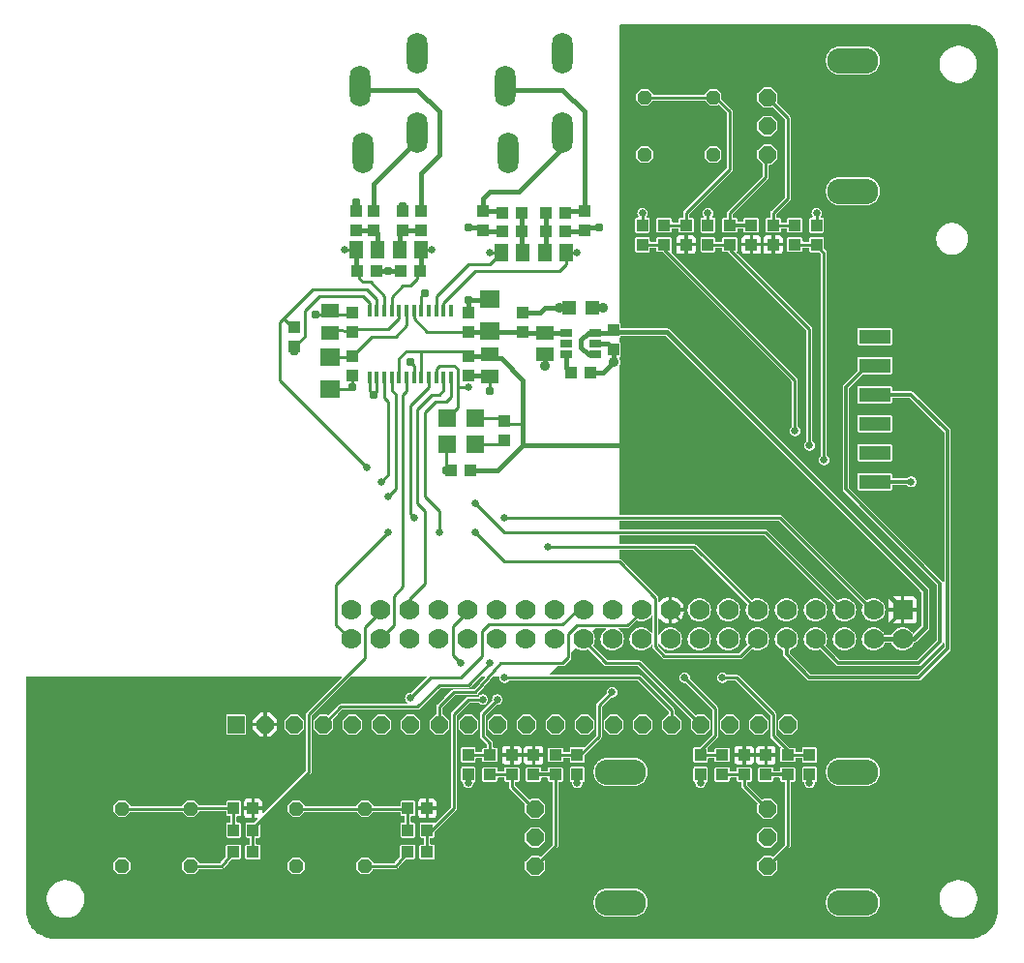
<source format=gbr>
%TF.GenerationSoftware,KiCad,Pcbnew,8.0.6*%
%TF.CreationDate,2024-12-19T22:40:04-08:00*%
%TF.ProjectId,norns-shield-210330,6e6f726e-732d-4736-9869-656c642d3231,rev?*%
%TF.SameCoordinates,Original*%
%TF.FileFunction,Copper,L2,Bot*%
%TF.FilePolarity,Positive*%
%FSLAX46Y46*%
G04 Gerber Fmt 4.6, Leading zero omitted, Abs format (unit mm)*
G04 Created by KiCad (PCBNEW 8.0.6) date 2024-12-19 22:40:04*
%MOMM*%
%LPD*%
G01*
G04 APERTURE LIST*
G04 Aperture macros list*
%AMOutline5P*
0 Free polygon, 5 corners , with rotation*
0 The origin of the aperture is its center*
0 number of corners: always 5*
0 $1 to $10 corner X, Y*
0 $11 Rotation angle, in degrees counterclockwise*
0 create outline with 5 corners*
4,1,5,$1,$2,$3,$4,$5,$6,$7,$8,$9,$10,$1,$2,$11*%
%AMOutline6P*
0 Free polygon, 6 corners , with rotation*
0 The origin of the aperture is its center*
0 number of corners: always 6*
0 $1 to $12 corner X, Y*
0 $13 Rotation angle, in degrees counterclockwise*
0 create outline with 6 corners*
4,1,6,$1,$2,$3,$4,$5,$6,$7,$8,$9,$10,$11,$12,$1,$2,$13*%
%AMOutline7P*
0 Free polygon, 7 corners , with rotation*
0 The origin of the aperture is its center*
0 number of corners: always 7*
0 $1 to $14 corner X, Y*
0 $15 Rotation angle, in degrees counterclockwise*
0 create outline with 7 corners*
4,1,7,$1,$2,$3,$4,$5,$6,$7,$8,$9,$10,$11,$12,$13,$14,$1,$2,$15*%
%AMOutline8P*
0 Free polygon, 8 corners , with rotation*
0 The origin of the aperture is its center*
0 number of corners: always 8*
0 $1 to $16 corner X, Y*
0 $17 Rotation angle, in degrees counterclockwise*
0 create outline with 8 corners*
4,1,8,$1,$2,$3,$4,$5,$6,$7,$8,$9,$10,$11,$12,$13,$14,$15,$16,$1,$2,$17*%
G04 Aperture macros list end*
%TA.AperFunction,ComponentPad*%
%ADD10C,1.778000*%
%TD*%
%TA.AperFunction,ComponentPad*%
%ADD11R,1.778000X1.778000*%
%TD*%
%TA.AperFunction,SMDPad,CuDef*%
%ADD12R,0.304800X0.990600*%
%TD*%
%TA.AperFunction,SMDPad,CuDef*%
%ADD13R,1.000000X1.100000*%
%TD*%
%TA.AperFunction,SMDPad,CuDef*%
%ADD14R,1.500000X1.300000*%
%TD*%
%TA.AperFunction,SMDPad,CuDef*%
%ADD15R,1.600000X1.500000*%
%TD*%
%TA.AperFunction,SMDPad,CuDef*%
%ADD16R,1.100000X1.000000*%
%TD*%
%TA.AperFunction,SMDPad,CuDef*%
%ADD17R,1.800000X1.600000*%
%TD*%
%TA.AperFunction,SMDPad,CuDef*%
%ADD18R,1.300000X1.500000*%
%TD*%
%TA.AperFunction,ComponentPad*%
%ADD19Outline8P,-0.604000X0.250185X-0.250185X0.604000X0.250185X0.604000X0.604000X0.250185X0.604000X-0.250185X0.250185X-0.604000X-0.250185X-0.604000X-0.604000X-0.250185X180.000000*%
%TD*%
%TA.AperFunction,ComponentPad*%
%ADD20Outline8P,-0.750000X0.310660X-0.310660X0.750000X0.310660X0.750000X0.750000X0.310660X0.750000X-0.310660X0.310660X-0.750000X-0.310660X-0.750000X-0.750000X-0.310660X0.000000*%
%TD*%
%TA.AperFunction,ComponentPad*%
%ADD21R,1.500000X1.500000*%
%TD*%
%TA.AperFunction,ComponentPad*%
%ADD22O,4.500000X2.250000*%
%TD*%
%TA.AperFunction,ComponentPad*%
%ADD23Outline8P,-0.754000X0.312317X-0.312317X0.754000X0.312317X0.754000X0.754000X0.312317X0.754000X-0.312317X0.312317X-0.754000X-0.312317X-0.754000X-0.754000X-0.312317X270.000000*%
%TD*%
%TA.AperFunction,SMDPad,CuDef*%
%ADD24R,2.794000X1.270000*%
%TD*%
%TA.AperFunction,SMDPad,CuDef*%
%ADD25R,0.990000X0.690000*%
%TD*%
%TA.AperFunction,SMDPad,CuDef*%
%ADD26R,1.200000X1.300000*%
%TD*%
%TA.AperFunction,ComponentPad*%
%ADD27O,1.800000X3.600000*%
%TD*%
%TA.AperFunction,ViaPad*%
%ADD28C,0.660400*%
%TD*%
%TA.AperFunction,ViaPad*%
%ADD29C,0.906400*%
%TD*%
%TA.AperFunction,ViaPad*%
%ADD30C,0.787400*%
%TD*%
%TA.AperFunction,Conductor*%
%ADD31C,0.406400*%
%TD*%
%TA.AperFunction,Conductor*%
%ADD32C,0.254000*%
%TD*%
%TA.AperFunction,Conductor*%
%ADD33C,0.304800*%
%TD*%
G04 APERTURE END LIST*
D10*
%TO.P,X1,40*%
%TO.N,SDIN*%
X134416100Y-118768600D03*
%TO.P,X1,39*%
%TO.N,GND*%
X134416100Y-116228600D03*
%TO.P,X1,38*%
%TO.N,SDOUT*%
X136956100Y-118768600D03*
%TO.P,X1,37*%
%TO.N,K2*%
X136956100Y-116228600D03*
%TO.P,X1,36*%
%TO.N,N/C*%
X139496100Y-118768600D03*
%TO.P,X1,35*%
%TO.N,LRCK*%
X139496100Y-116228600D03*
%TO.P,X1,34*%
%TO.N,GND*%
X142036100Y-118768600D03*
%TO.P,X1,33*%
%TO.N,K3*%
X142036100Y-116228600D03*
%TO.P,X1,32*%
%TO.N,A3*%
X144576100Y-118768600D03*
%TO.P,X1,31*%
%TO.N,O_RESET*%
X144576100Y-116228600D03*
%TO.P,X1,30*%
%TO.N,GND*%
X147116100Y-118768600D03*
%TO.P,X1,29*%
%TO.N,O_DC*%
X147116100Y-116228600D03*
%TO.P,X1,28*%
%TO.N,N/C*%
X149656100Y-118768600D03*
%TO.P,X1,27*%
X149656100Y-116228600D03*
%TO.P,X1,26*%
X152196100Y-118768600D03*
%TO.P,X1,25*%
%TO.N,GND*%
X152196100Y-116228600D03*
%TO.P,X1,24*%
%TO.N,CE0*%
X154736100Y-118768600D03*
%TO.P,X1,23*%
%TO.N,SCK*%
X154736100Y-116228600D03*
%TO.P,X1,22*%
%TO.N,B3*%
X157276100Y-118768600D03*
%TO.P,X1,21*%
%TO.N,N/C*%
X157276100Y-116228600D03*
%TO.P,X1,20*%
%TO.N,GND*%
X159816100Y-118768600D03*
%TO.P,X1,19*%
%TO.N,MOSI*%
X159816100Y-116228600D03*
%TO.P,X1,18*%
%TO.N,A2*%
X162356100Y-118768600D03*
%TO.P,X1,17*%
%TO.N,+3V3*%
X162356100Y-116228600D03*
%TO.P,X1,16*%
%TO.N,B2*%
X164896100Y-118768600D03*
%TO.P,X1,15*%
%TO.N,K1*%
X164896100Y-116228600D03*
%TO.P,X1,14*%
%TO.N,GND*%
X167436100Y-118768600D03*
%TO.P,X1,13*%
%TO.N,B1*%
X167436100Y-116228600D03*
%TO.P,X1,12*%
%TO.N,SCLK*%
X169976100Y-118768600D03*
%TO.P,X1,11*%
%TO.N,R-CODEC*%
X169976100Y-116228600D03*
%TO.P,X1,10*%
%TO.N,RX*%
X172516100Y-118768600D03*
%TO.P,X1,9*%
%TO.N,GND*%
X172516100Y-116228600D03*
%TO.P,X1,8*%
%TO.N,TX*%
X175056100Y-118768600D03*
%TO.P,X1,7*%
%TO.N,A1*%
X175056100Y-116228600D03*
%TO.P,X1,6*%
%TO.N,GND*%
X177596100Y-118768600D03*
%TO.P,X1,5*%
%TO.N,SCL*%
X177596100Y-116228600D03*
%TO.P,X1,4*%
%TO.N,+5V*%
X180136100Y-118768600D03*
%TO.P,X1,3*%
%TO.N,SDA*%
X180136100Y-116228600D03*
%TO.P,X1,2*%
%TO.N,+5V*%
X182676100Y-118768600D03*
D11*
%TO.P,X1,1*%
%TO.N,+3V3*%
X182676100Y-116228600D03*
%TD*%
D12*
%TO.P,U1,24*%
%TO.N,N/C*%
X143186100Y-90020800D03*
%TO.P,U1,23*%
%TO.N,OUTA*%
X142536100Y-90020800D03*
%TO.P,U1,22*%
%TO.N,OUTB*%
X141886100Y-90020800D03*
%TO.P,U1,21*%
%TO.N,N/C*%
X141236100Y-90020800D03*
%TO.P,U1,20*%
%TO.N,AGND*%
X140586100Y-90020800D03*
%TO.P,U1,19*%
%TO.N,A5V*%
X139936100Y-90020800D03*
%TO.P,U1,18*%
%TO.N,N$5*%
X139286100Y-90020800D03*
%TO.P,U1,17*%
%TO.N,N$4*%
X138636100Y-90020800D03*
%TO.P,U1,16*%
%TO.N,INA*%
X137986100Y-90020800D03*
%TO.P,U1,15*%
%TO.N,INB*%
X137336100Y-90020800D03*
%TO.P,U1,14*%
%TO.N,R-CODEC*%
X136686100Y-90020800D03*
%TO.P,U1,13*%
%TO.N,GND*%
X136036100Y-90020800D03*
%TO.P,U1,12*%
X136036100Y-95856400D03*
%TO.P,U1,11*%
X136686100Y-95856400D03*
%TO.P,U1,10*%
%TO.N,SCL*%
X137336100Y-95856400D03*
%TO.P,U1,9*%
%TO.N,SDA*%
X137986100Y-95856400D03*
%TO.P,U1,8*%
%TO.N,+3V3*%
X138636100Y-95856400D03*
%TO.P,U1,7*%
%TO.N,SDOUT*%
X139286100Y-95856400D03*
%TO.P,U1,6*%
%TO.N,GND*%
X139936100Y-95856400D03*
%TO.P,U1,5*%
%TO.N,+3V3*%
X140586100Y-95856400D03*
%TO.P,U1,4*%
%TO.N,SCLK*%
X141236100Y-95856400D03*
%TO.P,U1,3*%
%TO.N,MCLK*%
X141886100Y-95856400D03*
%TO.P,U1,2*%
%TO.N,LRCK*%
X142536100Y-95856400D03*
%TO.P,U1,1*%
%TO.N,SDIN*%
X143186100Y-95856400D03*
%TD*%
D13*
%TO.P,C1,2*%
%TO.N,GND*%
X144691100Y-95693600D03*
%TO.P,C1,1*%
%TO.N,+3V3*%
X144691100Y-93993600D03*
%TD*%
D14*
%TO.P,C2,2*%
%TO.N,GND*%
X146596100Y-95793600D03*
%TO.P,C2,1*%
%TO.N,+3V3*%
X146596100Y-93893600D03*
%TD*%
D15*
%TO.P,Q1,4*%
%TO.N,+3V3*%
X145306100Y-99408600D03*
%TO.P,Q1,3*%
%TO.N,MCLK*%
X142806100Y-99408600D03*
%TO.P,Q1,2*%
%TO.N,GND*%
X142806100Y-101708600D03*
%TO.P,Q1,1*%
%TO.N,N$1*%
X145306100Y-101708600D03*
%TD*%
D16*
%TO.P,R1,2*%
%TO.N,N$1*%
X147866100Y-101408600D03*
%TO.P,R1,1*%
%TO.N,+3V3*%
X147866100Y-99708600D03*
%TD*%
%TO.P,C3,2*%
%TO.N,GND*%
X143206100Y-104051100D03*
%TO.P,C3,1*%
%TO.N,+3V3*%
X144906100Y-104051100D03*
%TD*%
D13*
%TO.P,C4,2*%
%TO.N,AGND*%
X134531100Y-90183600D03*
%TO.P,C4,1*%
%TO.N,N$4*%
X134531100Y-91883600D03*
%TD*%
D14*
%TO.P,C5,2*%
%TO.N,AGND*%
X132626100Y-90083600D03*
%TO.P,C5,1*%
%TO.N,N$4*%
X132626100Y-91983600D03*
%TD*%
D13*
%TO.P,C6,2*%
%TO.N,AGND*%
X134531100Y-95693600D03*
%TO.P,C6,1*%
%TO.N,N$5*%
X134531100Y-93993600D03*
%TD*%
D17*
%TO.P,C7,2*%
%TO.N,AGND*%
X132626100Y-96878600D03*
%TO.P,C7,1*%
%TO.N,N$5*%
X132626100Y-94078600D03*
%TD*%
D13*
%TO.P,C8,2*%
%TO.N,AGND*%
X144691100Y-90183600D03*
%TO.P,C8,1*%
%TO.N,A5V*%
X144691100Y-91883600D03*
%TD*%
D17*
%TO.P,C9,2*%
%TO.N,AGND*%
X146596100Y-88998600D03*
%TO.P,C9,1*%
%TO.N,A5V*%
X146596100Y-91798600D03*
%TD*%
D16*
%TO.P,R7,2*%
%TO.N,N$7*%
X140563600Y-81293600D03*
%TO.P,R7,1*%
%TO.N,N$9*%
X140563600Y-82993600D03*
%TD*%
%TO.P,R8,2*%
%TO.N,AGND*%
X138976100Y-81293600D03*
%TO.P,R8,1*%
%TO.N,N$9*%
X138976100Y-82993600D03*
%TD*%
D18*
%TO.P,C10,2*%
%TO.N,N$9*%
X138661100Y-84683600D03*
%TO.P,C10,1*%
%TO.N,INA*%
X140561100Y-84683600D03*
%TD*%
D16*
%TO.P,C11,2*%
%TO.N,AGND*%
X138761100Y-86588600D03*
%TO.P,C11,1*%
%TO.N,INA*%
X140461100Y-86588600D03*
%TD*%
%TO.P,R9,2*%
%TO.N,N$12*%
X136436100Y-81293600D03*
%TO.P,R9,1*%
%TO.N,N$10*%
X136436100Y-82993600D03*
%TD*%
%TO.P,R10,2*%
%TO.N,AGND*%
X134848600Y-81293600D03*
%TO.P,R10,1*%
%TO.N,N$10*%
X134848600Y-82993600D03*
%TD*%
D18*
%TO.P,C12,2*%
%TO.N,N$10*%
X136751100Y-84683600D03*
%TO.P,C12,1*%
%TO.N,INB*%
X134851100Y-84683600D03*
%TD*%
D16*
%TO.P,C13,2*%
%TO.N,AGND*%
X136651100Y-86588600D03*
%TO.P,C13,1*%
%TO.N,INB*%
X134951100Y-86588600D03*
%TD*%
D18*
%TO.P,C14,2*%
%TO.N,N$14*%
X151361100Y-85001100D03*
%TO.P,C14,1*%
%TO.N,OUTA*%
X153261100Y-85001100D03*
%TD*%
D13*
%TO.P,R11,2*%
%TO.N,AGND*%
X153161100Y-83096100D03*
%TO.P,R11,1*%
%TO.N,N$14*%
X151461100Y-83096100D03*
%TD*%
%TO.P,R12,2*%
%TO.N,N$15*%
X153161100Y-81508600D03*
%TO.P,R12,1*%
%TO.N,N$14*%
X151461100Y-81508600D03*
%TD*%
%TO.P,C15,2*%
%TO.N,AGND*%
X154851100Y-82993600D03*
%TO.P,C15,1*%
%TO.N,N$15*%
X154851100Y-81293600D03*
%TD*%
D18*
%TO.P,C16,2*%
%TO.N,N$13*%
X149451100Y-85001100D03*
%TO.P,C16,1*%
%TO.N,OUTB*%
X147551100Y-85001100D03*
%TD*%
D13*
%TO.P,R13,2*%
%TO.N,AGND*%
X147651100Y-83096100D03*
%TO.P,R13,1*%
%TO.N,N$13*%
X149351100Y-83096100D03*
%TD*%
%TO.P,R14,2*%
%TO.N,N$16*%
X147651100Y-81508600D03*
%TO.P,R14,1*%
%TO.N,N$13*%
X149351100Y-81508600D03*
%TD*%
%TO.P,C17,2*%
%TO.N,AGND*%
X145961100Y-82993600D03*
%TO.P,C17,1*%
%TO.N,N$16*%
X145961100Y-81293600D03*
%TD*%
D16*
%TO.P,R15,2*%
%TO.N,GND*%
X129451100Y-93153600D03*
%TO.P,R15,1*%
%TO.N,R-CODEC*%
X129451100Y-91453600D03*
%TD*%
D13*
%TO.P,C35,2*%
%TO.N,GND*%
X175171100Y-82563600D03*
%TO.P,C35,1*%
%TO.N,A1*%
X175171100Y-84263600D03*
%TD*%
D16*
%TO.P,R26,2*%
%TO.N,B1*%
X167551100Y-84263600D03*
%TO.P,R26,1*%
%TO.N,N$19*%
X167551100Y-82563600D03*
%TD*%
%TO.P,R28,2*%
%TO.N,A1*%
X173266100Y-84263600D03*
%TO.P,R28,1*%
%TO.N,N$18*%
X173266100Y-82563600D03*
%TD*%
%TO.P,R29,2*%
%TO.N,+3V3*%
X171361100Y-84263600D03*
%TO.P,R29,1*%
%TO.N,N$18*%
X171361100Y-82563600D03*
%TD*%
D13*
%TO.P,C36,2*%
%TO.N,GND*%
X165646100Y-82563600D03*
%TO.P,C36,1*%
%TO.N,B1*%
X165646100Y-84263600D03*
%TD*%
%TO.P,C38,2*%
%TO.N,GND*%
X165011100Y-130618600D03*
%TO.P,C38,1*%
%TO.N,A2*%
X165011100Y-128918600D03*
%TD*%
D16*
%TO.P,R32,2*%
%TO.N,B2*%
X172631100Y-128918600D03*
%TO.P,R32,1*%
%TO.N,N$22*%
X172631100Y-130618600D03*
%TD*%
%TO.P,R34,2*%
%TO.N,A2*%
X166916100Y-128918600D03*
%TO.P,R34,1*%
%TO.N,N$25*%
X166916100Y-130618600D03*
%TD*%
%TO.P,R35,2*%
%TO.N,+3V3*%
X168821100Y-128918600D03*
%TO.P,R35,1*%
%TO.N,N$25*%
X168821100Y-130618600D03*
%TD*%
D13*
%TO.P,C39,2*%
%TO.N,GND*%
X174536100Y-130618600D03*
%TO.P,C39,1*%
%TO.N,B2*%
X174536100Y-128918600D03*
%TD*%
%TO.P,C41,2*%
%TO.N,GND*%
X144691100Y-130618600D03*
%TO.P,C41,1*%
%TO.N,A3*%
X144691100Y-128918600D03*
%TD*%
D16*
%TO.P,R38,2*%
%TO.N,B3*%
X152311100Y-128918600D03*
%TO.P,R38,1*%
%TO.N,N$27*%
X152311100Y-130618600D03*
%TD*%
%TO.P,R40,2*%
%TO.N,A3*%
X146596100Y-128918600D03*
%TO.P,R40,1*%
%TO.N,N$28*%
X146596100Y-130618600D03*
%TD*%
%TO.P,R41,2*%
%TO.N,+3V3*%
X148501100Y-128918600D03*
%TO.P,R41,1*%
%TO.N,N$28*%
X148501100Y-130618600D03*
%TD*%
D13*
%TO.P,C42,2*%
%TO.N,GND*%
X154216100Y-130618600D03*
%TO.P,C42,1*%
%TO.N,B3*%
X154216100Y-128918600D03*
%TD*%
D16*
%TO.P,R44,2*%
%TO.N,N$2*%
X163741100Y-82563600D03*
%TO.P,R44,1*%
%TO.N,+3V3*%
X163741100Y-84263600D03*
%TD*%
%TO.P,R45,2*%
%TO.N,K1*%
X161836100Y-84263600D03*
%TO.P,R45,1*%
%TO.N,N$2*%
X161836100Y-82563600D03*
%TD*%
D13*
%TO.P,C44,2*%
%TO.N,GND*%
X159931100Y-82563600D03*
%TO.P,C44,1*%
%TO.N,K1*%
X159931100Y-84263600D03*
%TD*%
%TO.P,R46,2*%
%TO.N,N$3*%
X124156100Y-133578600D03*
%TO.P,R46,1*%
%TO.N,+3V3*%
X125856100Y-133578600D03*
%TD*%
%TO.P,R47,2*%
%TO.N,K2*%
X125856100Y-135483600D03*
%TO.P,R47,1*%
%TO.N,N$3*%
X124156100Y-135483600D03*
%TD*%
D16*
%TO.P,C45,2*%
%TO.N,GND*%
X124156100Y-137388600D03*
%TO.P,C45,1*%
%TO.N,K2*%
X125856100Y-137388600D03*
%TD*%
D13*
%TO.P,R48,2*%
%TO.N,N$6*%
X139396100Y-133578600D03*
%TO.P,R48,1*%
%TO.N,+3V3*%
X141096100Y-133578600D03*
%TD*%
%TO.P,R49,2*%
%TO.N,K3*%
X141096100Y-135483600D03*
%TO.P,R49,1*%
%TO.N,N$6*%
X139396100Y-135483600D03*
%TD*%
D16*
%TO.P,C46,2*%
%TO.N,GND*%
X139396100Y-137388600D03*
%TO.P,C46,1*%
%TO.N,K3*%
X141096100Y-137388600D03*
%TD*%
D19*
%TO.P,SW1,4*%
%TO.N,N$2*%
X160106100Y-71388600D03*
%TO.P,SW1,3*%
%TO.N,GND*%
X160106100Y-76388600D03*
%TO.P,SW1,2*%
X166106100Y-76388600D03*
%TO.P,SW1,1*%
%TO.N,N$2*%
X166106100Y-71388600D03*
%TD*%
%TO.P,SW2,4*%
%TO.N,N$3*%
X114386100Y-133618600D03*
%TO.P,SW2,3*%
%TO.N,GND*%
X114386100Y-138618600D03*
%TO.P,SW2,2*%
X120386100Y-138618600D03*
%TO.P,SW2,1*%
%TO.N,N$3*%
X120386100Y-133618600D03*
%TD*%
%TO.P,SW3,4*%
%TO.N,N$6*%
X129626100Y-133618600D03*
%TO.P,SW3,3*%
%TO.N,GND*%
X129626100Y-138618600D03*
%TO.P,SW3,2*%
X135626100Y-138618600D03*
%TO.P,SW3,1*%
%TO.N,N$6*%
X135626100Y-133618600D03*
%TD*%
D20*
%TO.P,U$1,20*%
%TO.N,GND*%
X172631100Y-126253600D03*
%TO.P,U$1,19*%
X170091100Y-126253600D03*
%TO.P,U$1,18*%
%TO.N,N/C*%
X167551100Y-126253600D03*
%TO.P,U$1,17*%
%TO.N,CE0*%
X165011100Y-126253600D03*
%TO.P,U$1,16*%
%TO.N,O_RESET*%
X162471100Y-126253600D03*
%TO.P,U$1,15*%
%TO.N,N/C*%
X159931100Y-126253600D03*
%TO.P,U$1,14*%
%TO.N,GND*%
X157391100Y-126253600D03*
%TO.P,U$1,13*%
X154851100Y-126253600D03*
%TO.P,U$1,12*%
X152311100Y-126253600D03*
%TO.P,U$1,11*%
X149771100Y-126253600D03*
%TO.P,U$1,10*%
X147231100Y-126253600D03*
%TO.P,U$1,9*%
X144691100Y-126253600D03*
%TO.P,U$1,8*%
%TO.N,MOSI*%
X142151100Y-126253600D03*
%TO.P,U$1,7*%
%TO.N,SCK*%
X139611100Y-126253600D03*
%TO.P,U$1,6*%
%TO.N,GND*%
X137071100Y-126253600D03*
%TO.P,U$1,5*%
X134531100Y-126253600D03*
%TO.P,U$1,4*%
%TO.N,O_DC*%
X131991100Y-126253600D03*
%TO.P,U$1,3*%
%TO.N,N/C*%
X129451100Y-126253600D03*
%TO.P,U$1,2*%
%TO.N,+3V3*%
X126911100Y-126253600D03*
D21*
%TO.P,U$1,1*%
%TO.N,GND*%
X124371100Y-126253600D03*
%TD*%
D22*
%TO.P,E1,P$2*%
%TO.N,N/C*%
X178346100Y-79603600D03*
%TO.P,E1,P$1*%
X178346100Y-68173600D03*
D23*
%TO.P,E1,B*%
%TO.N,N$19*%
X170846100Y-76388600D03*
%TO.P,E1,GND*%
%TO.N,GND*%
X170846100Y-73888600D03*
%TO.P,E1,A*%
%TO.N,N$18*%
X170846100Y-71388600D03*
%TD*%
D22*
%TO.P,E2,P$2*%
%TO.N,N/C*%
X178346100Y-141833600D03*
%TO.P,E2,P$1*%
X178346100Y-130403600D03*
D23*
%TO.P,E2,B*%
%TO.N,N$22*%
X170846100Y-138618600D03*
%TO.P,E2,GND*%
%TO.N,GND*%
X170846100Y-136118600D03*
%TO.P,E2,A*%
%TO.N,N$25*%
X170846100Y-133618600D03*
%TD*%
D22*
%TO.P,E3,P$2*%
%TO.N,N/C*%
X158026100Y-141833600D03*
%TO.P,E3,P$1*%
X158026100Y-130403600D03*
D23*
%TO.P,E3,B*%
%TO.N,N$27*%
X150526100Y-138618600D03*
%TO.P,E3,GND*%
%TO.N,GND*%
X150526100Y-136118600D03*
%TO.P,E3,A*%
%TO.N,N$28*%
X150526100Y-133618600D03*
%TD*%
D24*
%TO.P,J3,6*%
%TO.N,N/C*%
X180251100Y-92303600D03*
%TO.P,J3,5*%
%TO.N,TX*%
X180251100Y-94843600D03*
%TO.P,J3,4*%
%TO.N,RX*%
X180251100Y-97383600D03*
%TO.P,J3,3*%
%TO.N,N/C*%
X180251100Y-99923600D03*
%TO.P,J3,2*%
X180251100Y-102463600D03*
%TO.P,J3,1*%
%TO.N,GND*%
X180251100Y-105003600D03*
%TD*%
D16*
%TO.P,R2,2*%
%TO.N,+3V3*%
X169456100Y-84263600D03*
%TO.P,R2,1*%
%TO.N,N$19*%
X169456100Y-82563600D03*
%TD*%
%TO.P,R3,2*%
%TO.N,+3V3*%
X170726100Y-128918600D03*
%TO.P,R3,1*%
%TO.N,N$22*%
X170726100Y-130618600D03*
%TD*%
%TO.P,R4,2*%
%TO.N,+3V3*%
X150406100Y-128918600D03*
%TO.P,R4,1*%
%TO.N,N$27*%
X150406100Y-130618600D03*
%TD*%
D13*
%TO.P,C47,2*%
%TO.N,AGND*%
X149453600Y-90183600D03*
%TO.P,C47,1*%
%TO.N,A5V*%
X149453600Y-91883600D03*
%TD*%
D25*
%TO.P,U11,6*%
%TO.N,A5V*%
X153233600Y-91988600D03*
%TO.P,U11,5*%
%TO.N,N/C*%
X153233600Y-92938600D03*
%TO.P,U11,4*%
%TO.N,N$58*%
X153233600Y-93888600D03*
%TO.P,U11,3*%
%TO.N,+5V*%
X155833600Y-93888600D03*
%TO.P,U11,2*%
%TO.N,GND*%
X155833600Y-92938600D03*
%TO.P,U11,1*%
%TO.N,+5V*%
X155833600Y-91988600D03*
%TD*%
D14*
%TO.P,C43,2*%
%TO.N,GND*%
X151358600Y-93888600D03*
%TO.P,C43,1*%
%TO.N,A5V*%
X151358600Y-91988600D03*
%TD*%
D13*
%TO.P,C63,2*%
%TO.N,GND*%
X157391100Y-93471100D03*
%TO.P,C63,1*%
%TO.N,+5V*%
X157391100Y-91771100D03*
%TD*%
D16*
%TO.P,C88,2*%
%TO.N,GND*%
X155383600Y-95478600D03*
%TO.P,C88,1*%
%TO.N,N$58*%
X153683600Y-95478600D03*
%TD*%
D26*
%TO.P,L3,2*%
%TO.N,GND*%
X155549600Y-89763600D03*
%TO.P,L3,1*%
%TO.N,AGND*%
X153517600Y-89763600D03*
%TD*%
D27*
%TO.P,J-OUT0,R*%
%TO.N,N$15*%
X147906100Y-70438600D03*
%TO.P,J-OUT0,SW*%
%TO.N,AGND*%
X148206100Y-76238600D03*
%TO.P,J-OUT0,T*%
%TO.N,N$16*%
X152906100Y-74438600D03*
%TO.P,J-OUT0,S*%
%TO.N,AGND*%
X152906100Y-67538600D03*
%TD*%
%TO.P,J-IN0,R*%
%TO.N,N$7*%
X135206100Y-70438600D03*
%TO.P,J-IN0,SW*%
%TO.N,AGND*%
X135506100Y-76238600D03*
%TO.P,J-IN0,T*%
%TO.N,N$12*%
X140206100Y-74438600D03*
%TO.P,J-IN0,S*%
%TO.N,AGND*%
X140206100Y-67538600D03*
%TD*%
D28*
%TO.N,SCK*%
X139611100Y-123926600D03*
%TO.N,O_DC*%
X146596100Y-120878600D03*
%TO.N,O_RESET*%
X147866100Y-122148600D03*
X144056100Y-120878600D03*
%TO.N,K3*%
X145961100Y-124053600D03*
%TO.N,K1*%
X173266100Y-100558600D03*
%TO.N,A3*%
X147231100Y-124053600D03*
%TO.N,B3*%
X157264100Y-123418600D03*
%TO.N,A2*%
X163614100Y-122148600D03*
%TO.N,B2*%
X166916100Y-122148600D03*
%TO.N,B1*%
X174536100Y-101828600D03*
%TO.N,A1*%
X175806100Y-103098600D03*
%TO.N,SCL*%
X145326100Y-106908600D03*
X137071100Y-105003600D03*
%TO.N,SDIN*%
X142151100Y-109448600D03*
X137706100Y-109448600D03*
%TO.N,R-CODEC*%
X151676100Y-110718600D03*
X135801100Y-103733600D03*
%TO.N,MCLK*%
X144691100Y-96748600D03*
%TO.N,OUTB*%
X146596100Y-85001100D03*
%TO.N,OUTA*%
X154216100Y-85001100D03*
D29*
%TO.N,AGND*%
X152628600Y-89763600D03*
D30*
X137706100Y-86588600D03*
X156121100Y-82778600D03*
X144691100Y-82778600D03*
X138976100Y-80873600D03*
X134848600Y-80556100D03*
X134531100Y-96748600D03*
X131356100Y-90398600D03*
X144691100Y-89128600D03*
X140881100Y-88493600D03*
D28*
%TO.N,INB*%
X133896100Y-84683600D03*
%TO.N,INA*%
X141516100Y-84683600D03*
%TO.N,SDA*%
X147866100Y-108178600D03*
X137706100Y-106273600D03*
D29*
%TO.N,GND*%
X151358600Y-94843600D03*
X157391100Y-94526100D03*
X156438600Y-89763600D03*
D28*
X183426100Y-105003600D03*
X159931100Y-81508600D03*
X174536100Y-131356100D03*
X165011100Y-131356100D03*
X154216100Y-131356100D03*
X144691100Y-131356100D03*
X175171100Y-81508600D03*
X165646100Y-81508600D03*
D30*
X142786100Y-104051100D03*
X129451100Y-93573600D03*
X136436100Y-97383600D03*
X146596100Y-97066100D03*
X139611100Y-94526100D03*
D28*
%TO.N,SCLK*%
X145326100Y-109448600D03*
X139928600Y-108178600D03*
%TD*%
D31*
%TO.N,N$7*%
X135481100Y-70713600D02*
X135206100Y-70438600D01*
X140246100Y-70713600D02*
X135481100Y-70713600D01*
X142151100Y-72618600D02*
X140246100Y-70713600D01*
X142151100Y-76428600D02*
X142151100Y-72618600D01*
X140563600Y-78016100D02*
X142151100Y-76428600D01*
X140563600Y-81293600D02*
X140563600Y-78016100D01*
%TO.N,A5V*%
X146681100Y-91883600D02*
X146596100Y-91798600D01*
X149453600Y-91883600D02*
X146681100Y-91883600D01*
X149558600Y-91988600D02*
X149453600Y-91883600D01*
X151358600Y-91988600D02*
X149558600Y-91988600D01*
X153233600Y-91988600D02*
X151358600Y-91988600D01*
D32*
X139936100Y-90020800D02*
X139936100Y-90723600D01*
X141096100Y-91883600D02*
X139936100Y-90723600D01*
X144691100Y-91883600D02*
X141096100Y-91883600D01*
X146481100Y-91683600D02*
X146596100Y-91798600D01*
D31*
X146596100Y-91668600D02*
X146481100Y-91683600D01*
X146381100Y-91883600D02*
X146596100Y-91668600D01*
X144691100Y-91883600D02*
X146381100Y-91883600D01*
%TO.N,N$58*%
X153233600Y-95028600D02*
X153683600Y-95478600D01*
X153233600Y-93888600D02*
X153233600Y-95028600D01*
D32*
%TO.N,N$6*%
X129626100Y-133618600D02*
X135626100Y-133618600D01*
X139396100Y-133578600D02*
X139396100Y-135483600D01*
X139556100Y-133618600D02*
X139396100Y-133578600D01*
X135626100Y-133618600D02*
X139556100Y-133618600D01*
%TO.N,N$3*%
X120386100Y-133618600D02*
X114386100Y-133618600D01*
X120426100Y-133578600D02*
X120386100Y-133618600D01*
X124156100Y-133578600D02*
X120426100Y-133578600D01*
X124156100Y-135483600D02*
X124156100Y-133578600D01*
%TO.N,N$2*%
X161836100Y-82563600D02*
X163741100Y-82563600D01*
X163741100Y-81508600D02*
X163741100Y-82563600D01*
X167551100Y-77698600D02*
X163741100Y-81508600D01*
X167551100Y-72618600D02*
X167551100Y-77698600D01*
X166321100Y-71388600D02*
X167551100Y-72618600D01*
X166106100Y-71388600D02*
X166321100Y-71388600D01*
X160106100Y-71388600D02*
X166106100Y-71388600D01*
%TO.N,MOSI*%
X142151100Y-124688600D02*
X142151100Y-126253600D01*
X143421100Y-123418600D02*
X142151100Y-124688600D01*
X145326100Y-123418600D02*
X143421100Y-123418600D01*
X147526100Y-120878600D02*
X145326100Y-123418600D01*
X152946100Y-120878600D02*
X147526100Y-120878600D01*
X153454100Y-120370600D02*
X152946100Y-120878600D01*
X153454100Y-118338600D02*
X153454100Y-120370600D01*
X154216100Y-117576600D02*
X153454100Y-118338600D01*
X158597600Y-117576600D02*
X154216100Y-117576600D01*
X159816100Y-116358100D02*
X158597600Y-117576600D01*
X159816100Y-116228600D02*
X159816100Y-116358100D01*
%TO.N,SCK*%
X141389100Y-122148600D02*
X139611100Y-123926600D01*
X144056100Y-122148600D02*
X141389100Y-122148600D01*
X145897600Y-120307100D02*
X144056100Y-122148600D01*
X145897600Y-118084600D02*
X145897600Y-120307100D01*
X146469100Y-117513100D02*
X145897600Y-118084600D01*
X152946100Y-117513100D02*
X146469100Y-117513100D01*
X154230600Y-116228600D02*
X152946100Y-117513100D01*
X154736100Y-116228600D02*
X154230600Y-116228600D01*
%TO.N,CE0*%
X159636100Y-120878600D02*
X165011100Y-126253600D01*
X156756100Y-120878600D02*
X159636100Y-120878600D01*
X154736100Y-118858600D02*
X156756100Y-120878600D01*
X154736100Y-118768600D02*
X154736100Y-118858600D01*
%TO.N,O_DC*%
X133556100Y-124688600D02*
X131991100Y-126253600D01*
X140246100Y-124688600D02*
X133556100Y-124688600D01*
X142151100Y-122783600D02*
X140246100Y-124688600D01*
X144691100Y-122783600D02*
X142151100Y-122783600D01*
X146596100Y-120878600D02*
X144691100Y-122783600D01*
%TO.N,O_RESET*%
X162471100Y-125006100D02*
X159613600Y-122148600D01*
X162471100Y-126253600D02*
X162471100Y-125006100D01*
X147866100Y-122148600D02*
X159613600Y-122148600D01*
X143357600Y-120180100D02*
X144056100Y-120878600D01*
X143357600Y-117640100D02*
X143357600Y-120180100D01*
X144576100Y-116421600D02*
X143357600Y-117640100D01*
X144576100Y-116228600D02*
X144576100Y-116421600D01*
%TO.N,K3*%
X144691100Y-124053600D02*
X145961100Y-124053600D01*
X143421100Y-125323600D02*
X144691100Y-124053600D01*
X143421100Y-133578600D02*
X143421100Y-125323600D01*
X141516100Y-135483600D02*
X143421100Y-133578600D01*
X141096100Y-135483600D02*
X141516100Y-135483600D01*
X141096100Y-137388600D02*
X141096100Y-135483600D01*
%TO.N,K2*%
X125958600Y-135166100D02*
X125856100Y-135483600D01*
X130721100Y-130403600D02*
X125958600Y-135166100D01*
X130721100Y-125387100D02*
X130721100Y-130403600D01*
X135674100Y-120434100D02*
X130721100Y-125387100D01*
X135674100Y-117703600D02*
X135674100Y-120434100D01*
X136956100Y-116421600D02*
X135674100Y-117703600D01*
X136956100Y-116228600D02*
X136956100Y-116421600D01*
X125856100Y-137388600D02*
X125856100Y-135483600D01*
%TO.N,K1*%
X161836100Y-84683600D02*
X161836100Y-84263600D01*
X173266100Y-96113600D02*
X161836100Y-84683600D01*
X173266100Y-100558600D02*
X173266100Y-96113600D01*
X161836100Y-84263600D02*
X159931100Y-84263600D01*
%TO.N,A3*%
X145961100Y-127228600D02*
X145961100Y-125323600D01*
X146596100Y-127863600D02*
X145961100Y-127228600D01*
X146596100Y-128918600D02*
X146596100Y-127863600D01*
X147231100Y-124053600D02*
X145961100Y-125323600D01*
X146596100Y-128918600D02*
X144691100Y-128918600D01*
%TO.N,B3*%
X156121100Y-124561600D02*
X157264100Y-123418600D01*
X156121100Y-127292100D02*
X156121100Y-124561600D01*
X154294600Y-129118600D02*
X156121100Y-127292100D01*
X154216100Y-128918600D02*
X154294600Y-129118600D01*
X152311100Y-128918600D02*
X154216100Y-128918600D01*
%TO.N,A2*%
X166281100Y-124815600D02*
X163614100Y-122148600D01*
X166281100Y-127228600D02*
X166281100Y-124815600D01*
X164996100Y-128483600D02*
X166281100Y-127228600D01*
X165011100Y-128918600D02*
X164996100Y-128483600D01*
X166916100Y-128918600D02*
X165011100Y-128918600D01*
%TO.N,B2*%
X168186100Y-122148600D02*
X166916100Y-122148600D01*
X171361100Y-125323600D02*
X168186100Y-122148600D01*
X171361100Y-127228600D02*
X171361100Y-125323600D01*
X172616100Y-128483600D02*
X171361100Y-127228600D01*
X172631100Y-128918600D02*
X172616100Y-128483600D01*
X172631100Y-128918600D02*
X174536100Y-128918600D01*
%TO.N,N$28*%
X150526100Y-133618600D02*
X150406100Y-133498600D01*
X150406100Y-133578600D02*
X150406100Y-133498600D01*
X148501100Y-131673600D02*
X150406100Y-133578600D01*
X148501100Y-130618600D02*
X148501100Y-131673600D01*
X146596100Y-130618600D02*
X148501100Y-130618600D01*
D33*
%TO.N,N$27*%
X150406100Y-130618600D02*
X152311100Y-130618600D01*
D32*
X152311100Y-136833600D02*
X150526100Y-138618600D01*
X152311100Y-130618600D02*
X152311100Y-136833600D01*
%TO.N,N$25*%
X170846100Y-133618600D02*
X168821100Y-131593600D01*
X168821100Y-130618600D02*
X168821100Y-131593600D01*
X166916100Y-130618600D02*
X168821100Y-130618600D01*
D33*
%TO.N,N$22*%
X170726100Y-130618600D02*
X172631100Y-130618600D01*
D32*
X172631100Y-136833600D02*
X170846100Y-138618600D01*
X172631100Y-130618600D02*
X172631100Y-136833600D01*
%TO.N,B1*%
X167551100Y-84683600D02*
X167551100Y-84263600D01*
X174536100Y-91668600D02*
X167551100Y-84683600D01*
X174536100Y-101828600D02*
X174536100Y-91668600D01*
X165646100Y-84263600D02*
X167551100Y-84263600D01*
%TO.N,A1*%
X175806100Y-85016100D02*
X175171100Y-84263600D01*
X175806100Y-103098600D02*
X175806100Y-85016100D01*
X173266100Y-84263600D02*
X175171100Y-84263600D01*
%TO.N,N$18*%
X170846100Y-71388600D02*
X172631100Y-73173600D01*
X172631100Y-80238600D02*
X172631100Y-73173600D01*
X171361100Y-81508600D02*
X172631100Y-80238600D01*
X171361100Y-82563600D02*
X171361100Y-81508600D01*
X171361100Y-82563600D02*
X173266100Y-82563600D01*
D33*
%TO.N,N$19*%
X167551100Y-82563600D02*
X169456100Y-82563600D01*
D32*
X170726100Y-76508600D02*
X170846100Y-76388600D01*
X170726100Y-78333600D02*
X170726100Y-76508600D01*
X167566100Y-81493600D02*
X170726100Y-78333600D01*
X167551100Y-82563600D02*
X167566100Y-81493600D01*
D33*
%TO.N,RX*%
X183426100Y-97383600D02*
X180251100Y-97383600D01*
X186601100Y-100558600D02*
X183426100Y-97383600D01*
X186601100Y-119608600D02*
X186601100Y-100558600D01*
X184061100Y-122148600D02*
X186601100Y-119608600D01*
X174536100Y-122148600D02*
X184061100Y-122148600D01*
X172516100Y-120128600D02*
X174536100Y-122148600D01*
X172516100Y-118768600D02*
X172516100Y-120128600D01*
%TO.N,TX*%
X179616100Y-94843600D02*
X180251100Y-94843600D01*
X177711100Y-96748600D02*
X179616100Y-94843600D01*
X177711100Y-105638600D02*
X177711100Y-96748600D01*
X185966100Y-113893600D02*
X177711100Y-105638600D01*
X185966100Y-118973600D02*
X185966100Y-113893600D01*
X184061100Y-120878600D02*
X185966100Y-118973600D01*
X177076100Y-120878600D02*
X184061100Y-120878600D01*
X175056100Y-118858600D02*
X177076100Y-120878600D01*
X175056100Y-118768600D02*
X175056100Y-118858600D01*
D32*
%TO.N,SCL*%
X147866100Y-109448600D02*
X145326100Y-106908600D01*
X170726100Y-109448600D02*
X147866100Y-109448600D01*
X177506100Y-116228600D02*
X170726100Y-109448600D01*
X177596100Y-116228600D02*
X177506100Y-116228600D01*
X137706100Y-104368600D02*
X137071100Y-105003600D01*
X137706100Y-98018600D02*
X137706100Y-104368600D01*
X137336100Y-97648600D02*
X137706100Y-98018600D01*
X137336100Y-95856400D02*
X137336100Y-97648600D01*
%TO.N,SDIN*%
X142151100Y-107543600D02*
X142151100Y-109448600D01*
X140881100Y-106273600D02*
X142151100Y-107543600D01*
X140881100Y-98971100D02*
X140881100Y-106273600D01*
X133102350Y-114052350D02*
X137706100Y-109448600D01*
X133102350Y-117544850D02*
X133102350Y-114052350D01*
X134418600Y-118768600D02*
X133102350Y-117544850D01*
X134416100Y-118768600D02*
X134418600Y-118768600D01*
X141833600Y-98018600D02*
X140881100Y-98971100D01*
X142786100Y-98018600D02*
X141833600Y-98018600D01*
X143186100Y-97618600D02*
X142786100Y-98018600D01*
X143186100Y-95856400D02*
X143186100Y-97618600D01*
%TO.N,SDOUT*%
X138182350Y-117542350D02*
X136956100Y-118768600D01*
X138182350Y-115004850D02*
X138182350Y-117542350D01*
X138976100Y-114211100D02*
X138182350Y-115004850D01*
X138976100Y-97383600D02*
X138976100Y-114211100D01*
X139286100Y-97058600D02*
X138976100Y-97383600D01*
X139286100Y-95856400D02*
X139286100Y-97058600D01*
%TO.N,R-CODEC*%
X164466100Y-110718600D02*
X169976100Y-116228600D01*
X151676100Y-110718600D02*
X164466100Y-110718600D01*
X129436100Y-91653600D02*
X128498600Y-90716100D01*
X129451100Y-91453600D02*
X129436100Y-91653600D01*
X128181100Y-96113600D02*
X135801100Y-103733600D01*
X128181100Y-91033600D02*
X128181100Y-96113600D01*
X128498600Y-90716100D02*
X128181100Y-91033600D01*
X131038600Y-88176100D02*
X128498600Y-90716100D01*
X135801100Y-88176100D02*
X131038600Y-88176100D01*
X136686100Y-89061100D02*
X135801100Y-88176100D01*
X136686100Y-90020800D02*
X136686100Y-89061100D01*
%TO.N,MCLK*%
X144691100Y-96748600D02*
X143738600Y-96748600D01*
X143738600Y-98476100D02*
X142806100Y-99408600D01*
X143738600Y-96748600D02*
X143738600Y-98476100D01*
X143738600Y-95161100D02*
X143738600Y-96748600D01*
X143421100Y-94843600D02*
X143738600Y-95161100D01*
X142151100Y-94843600D02*
X143421100Y-94843600D01*
X141886100Y-95108600D02*
X142151100Y-94843600D01*
X141886100Y-95856400D02*
X141886100Y-95108600D01*
D31*
%TO.N,+5V*%
X155831100Y-93891100D02*
X155833600Y-93888600D01*
X155168600Y-93891100D02*
X155831100Y-93891100D01*
X154533600Y-93256100D02*
X155168600Y-93891100D01*
X154533600Y-92621100D02*
X154533600Y-93256100D01*
X155166100Y-91988600D02*
X154533600Y-92621100D01*
X155833600Y-91988600D02*
X155166100Y-91988600D01*
X157391100Y-91988600D02*
X157391100Y-91771100D01*
X155833600Y-91988600D02*
X157391100Y-91988600D01*
X157391100Y-91883600D02*
X157391100Y-91771100D01*
X162051100Y-91883600D02*
X157391100Y-91883600D01*
X182676100Y-118768600D02*
X183631100Y-118768600D01*
X180136100Y-118768600D02*
X182676100Y-118768600D01*
X184696100Y-117703600D02*
X183631100Y-118768600D01*
X184696100Y-114528600D02*
X184696100Y-117703600D01*
X162051100Y-91883600D02*
X184696100Y-114528600D01*
%TO.N,N$16*%
X152946100Y-74478600D02*
X152906100Y-74438600D01*
X152946100Y-75793600D02*
X152946100Y-74478600D01*
X149136100Y-79603600D02*
X152946100Y-75793600D01*
X146596100Y-79603600D02*
X149136100Y-79603600D01*
X147436100Y-81293600D02*
X147651100Y-81508600D01*
X145961100Y-81293600D02*
X147436100Y-81293600D01*
X145961100Y-80238600D02*
X146596100Y-79603600D01*
X145961100Y-81293600D02*
X145961100Y-80238600D01*
%TO.N,N$13*%
X149351100Y-84901100D02*
X149451100Y-85001100D01*
X149351100Y-83096100D02*
X149351100Y-84901100D01*
X149786100Y-84666100D02*
X149451100Y-85001100D01*
X149351100Y-81508600D02*
X149351100Y-83096100D01*
%TO.N,N$15*%
X148181100Y-70713600D02*
X147906100Y-70438600D01*
X152946100Y-70713600D02*
X148181100Y-70713600D01*
X154851100Y-72618600D02*
X152946100Y-70713600D01*
X154851100Y-81293600D02*
X154851100Y-72618600D01*
X153376100Y-81293600D02*
X153161100Y-81508600D01*
X154851100Y-81293600D02*
X153376100Y-81293600D01*
%TO.N,N$14*%
X151461100Y-84901100D02*
X151361100Y-85001100D01*
X151461100Y-83096100D02*
X151461100Y-84901100D01*
X151026100Y-84666100D02*
X151361100Y-85001100D01*
X151461100Y-81508600D02*
X151461100Y-83096100D01*
%TO.N,N$12*%
X140246100Y-74478600D02*
X140206100Y-74438600D01*
X140246100Y-75158600D02*
X140246100Y-74478600D01*
X136436100Y-78968600D02*
X140246100Y-75158600D01*
X136436100Y-81293600D02*
X136436100Y-78968600D01*
%TO.N,N$10*%
X136751100Y-83308600D02*
X136436100Y-82993600D01*
X136751100Y-84683600D02*
X136751100Y-83308600D01*
X134848600Y-82993600D02*
X136436100Y-82993600D01*
%TO.N,N$9*%
X138661100Y-83308600D02*
X138976100Y-82993600D01*
X138661100Y-84683600D02*
X138661100Y-83308600D01*
X140563600Y-82993600D02*
X138976100Y-82993600D01*
D32*
%TO.N,OUTB*%
X147551100Y-85001100D02*
X146596100Y-85001100D01*
X146598600Y-85953600D02*
X147551100Y-85001100D01*
X144691100Y-85953600D02*
X146598600Y-85953600D01*
X141886100Y-88758600D02*
X144691100Y-85953600D01*
X141886100Y-90020800D02*
X141886100Y-88758600D01*
%TO.N,OUTA*%
X153261100Y-85001100D02*
X154216100Y-85001100D01*
X153263600Y-85003600D02*
X153261100Y-85001100D01*
X153263600Y-85953600D02*
X153263600Y-85003600D01*
X152628600Y-86588600D02*
X153263600Y-85953600D01*
X145326100Y-86588600D02*
X152628600Y-86588600D01*
X142536100Y-89378600D02*
X145326100Y-86588600D01*
X142536100Y-90020800D02*
X142536100Y-89378600D01*
D31*
%TO.N,AGND*%
X149453600Y-90183600D02*
X150938600Y-90183600D01*
X151358600Y-89763600D02*
X150938600Y-90183600D01*
X152628600Y-89763600D02*
X151358600Y-89763600D01*
X153517600Y-89763600D02*
X152628600Y-89763600D01*
X155066100Y-82778600D02*
X154851100Y-82993600D01*
X156121100Y-82778600D02*
X155066100Y-82778600D01*
X154748600Y-83096100D02*
X154851100Y-82993600D01*
X153161100Y-83096100D02*
X154748600Y-83096100D01*
X145746100Y-82778600D02*
X145961100Y-82993600D01*
X144691100Y-82778600D02*
X145746100Y-82778600D01*
X146063600Y-83096100D02*
X145961100Y-82993600D01*
X147651100Y-83096100D02*
X146063600Y-83096100D01*
X137706100Y-86588600D02*
X136651100Y-86588600D01*
X138761100Y-86588600D02*
X137706100Y-86588600D01*
X134848600Y-81293600D02*
X134848600Y-80556100D01*
X138976100Y-81293600D02*
X138976100Y-80873600D01*
D32*
X146596100Y-89128600D02*
X146596100Y-88998600D01*
D31*
X144691100Y-89128600D02*
X146596100Y-89128600D01*
D32*
X134401100Y-96878600D02*
X134531100Y-96748600D01*
X132626100Y-96878600D02*
X134401100Y-96878600D01*
X132311100Y-90398600D02*
X132626100Y-90083600D01*
X131356100Y-90398600D02*
X132311100Y-90398600D01*
X132941100Y-90398600D02*
X132626100Y-90083600D01*
X134316100Y-90398600D02*
X132941100Y-90398600D01*
X134531100Y-95693600D02*
X134531100Y-96748600D01*
X134316100Y-90398600D02*
X134531100Y-90183600D01*
D31*
X144691100Y-90183600D02*
X144691100Y-89128600D01*
D32*
X140586100Y-88788600D02*
X140881100Y-88493600D01*
X140586100Y-90020800D02*
X140586100Y-88788600D01*
D31*
%TO.N,INB*%
X134851100Y-86488600D02*
X134951100Y-86588600D01*
X134851100Y-84683600D02*
X134851100Y-86488600D01*
D32*
X134851100Y-84683600D02*
X133896100Y-84683600D01*
X135166100Y-86603600D02*
X134951100Y-86588600D01*
X135166100Y-87223600D02*
X135166100Y-86603600D01*
X135483600Y-87541100D02*
X135166100Y-87223600D01*
X136118600Y-87541100D02*
X135483600Y-87541100D01*
X137336100Y-88758600D02*
X136118600Y-87541100D01*
X137336100Y-90020800D02*
X137336100Y-88758600D01*
D31*
%TO.N,INA*%
X140561100Y-86488600D02*
X140461100Y-86588600D01*
X140561100Y-84683600D02*
X140561100Y-86488600D01*
D32*
X140561100Y-84683600D02*
X141516100Y-84683600D01*
X140246100Y-86603600D02*
X140461100Y-86588600D01*
X140246100Y-87223600D02*
X140246100Y-86603600D01*
X139611100Y-87858600D02*
X140246100Y-87223600D01*
X138976100Y-87858600D02*
X139611100Y-87858600D01*
X137986100Y-88848600D02*
X138976100Y-87858600D01*
X137986100Y-90020800D02*
X137986100Y-88848600D01*
%TO.N,N$5*%
X134446100Y-94078600D02*
X134531100Y-93993600D01*
X132626100Y-94078600D02*
X134446100Y-94078600D01*
X136221100Y-92303600D02*
X134531100Y-93993600D01*
X138341100Y-92303600D02*
X136221100Y-92303600D01*
X139286100Y-91358600D02*
X138341100Y-92303600D01*
X139286100Y-90020800D02*
X139286100Y-91358600D01*
%TO.N,N$4*%
X132926100Y-91683600D02*
X132626100Y-91983600D01*
X134531100Y-91883600D02*
X132926100Y-91683600D01*
X134746100Y-91668600D02*
X134531100Y-91883600D01*
X137706100Y-91668600D02*
X134746100Y-91668600D01*
X138636100Y-90738600D02*
X137706100Y-91668600D01*
X138636100Y-90020800D02*
X138636100Y-90738600D01*
%TO.N,N$1*%
X147366100Y-101708600D02*
X147866100Y-101408600D01*
X145306100Y-101708600D02*
X147366100Y-101708600D01*
%TO.N,SDA*%
X171996100Y-108178600D02*
X147866100Y-108178600D01*
X180046100Y-116228600D02*
X171996100Y-108178600D01*
X180136100Y-116228600D02*
X180046100Y-116228600D01*
X138341100Y-105638600D02*
X137706100Y-106273600D01*
X138341100Y-97383600D02*
X138341100Y-105638600D01*
X137986100Y-97028600D02*
X138341100Y-97383600D01*
X137986100Y-95856400D02*
X137986100Y-97028600D01*
D31*
%TO.N,GND*%
X151358600Y-93888600D02*
X151358600Y-94843600D01*
X156438600Y-95478600D02*
X157391100Y-94526100D01*
X155383600Y-95478600D02*
X156438600Y-95478600D01*
X157391100Y-93471100D02*
X157391100Y-94526100D01*
X156858600Y-92938600D02*
X157391100Y-93471100D01*
X155833600Y-92938600D02*
X156858600Y-92938600D01*
X155549600Y-89763600D02*
X156438600Y-89763600D01*
X146496100Y-95693600D02*
X146596100Y-95793600D01*
X144691100Y-95693600D02*
X146496100Y-95693600D01*
D33*
X180251100Y-105003600D02*
X183426100Y-105003600D01*
D32*
X120386100Y-138618600D02*
X123126100Y-138618600D01*
X135626100Y-138618600D02*
X138366100Y-138618600D01*
X159916100Y-82763600D02*
X159931100Y-81508600D01*
X159931100Y-82563600D02*
X159916100Y-82763600D01*
X138366100Y-138618600D02*
X139396100Y-137388600D01*
X123126100Y-138618600D02*
X124156100Y-137388600D01*
X174536100Y-130618600D02*
X174536100Y-131356100D01*
X165011100Y-130618600D02*
X165011100Y-131356100D01*
X154216100Y-130618600D02*
X154216100Y-131356100D01*
X144691100Y-130618600D02*
X144691100Y-131356100D01*
X175171100Y-82563600D02*
X175171100Y-81508600D01*
X165646100Y-82563600D02*
X165646100Y-81508600D01*
X142786100Y-101728600D02*
X142806100Y-101708600D01*
X142786100Y-104051100D02*
X142786100Y-101728600D01*
X143206100Y-104051100D02*
X142786100Y-104051100D01*
X129753600Y-92953600D02*
X130403600Y-92303600D01*
X129451100Y-93153600D02*
X129753600Y-92953600D01*
X129451100Y-93153600D02*
X129451100Y-93573600D01*
X146596100Y-95793600D02*
X146596100Y-97066100D01*
X130403600Y-90081100D02*
X130403600Y-92303600D01*
X131673600Y-88811100D02*
X130403600Y-90081100D01*
X135483600Y-88811100D02*
X131673600Y-88811100D01*
X136036100Y-89363600D02*
X135483600Y-88811100D01*
X136036100Y-90020800D02*
X136036100Y-89363600D01*
X136686100Y-97133600D02*
X136436100Y-97383600D01*
X136686100Y-95856400D02*
X136686100Y-97133600D01*
X136036100Y-96983600D02*
X136436100Y-97383600D01*
X136036100Y-95856400D02*
X136036100Y-96983600D01*
X139936100Y-94851100D02*
X139611100Y-94526100D01*
X139936100Y-95856400D02*
X139936100Y-94851100D01*
%TO.N,+3V3*%
X162356100Y-116318600D02*
X163582350Y-117544850D01*
X162356100Y-116228600D02*
X162356100Y-116318600D01*
D31*
X168276100Y-101828600D02*
X182676100Y-116228600D01*
X149453600Y-101828600D02*
X168276100Y-101828600D01*
D32*
X181359850Y-117544850D02*
X182676100Y-116228600D01*
X163582350Y-117544850D02*
X181359850Y-117544850D01*
X147866100Y-99923600D02*
X149453600Y-99923600D01*
X147866100Y-99708600D02*
X147866100Y-99923600D01*
X146911100Y-94208600D02*
X146596100Y-93893600D01*
D31*
X147548600Y-94208600D02*
X146911100Y-94208600D01*
X149453600Y-96113600D02*
X147548600Y-94208600D01*
X149453600Y-99923600D02*
X149453600Y-96113600D01*
X149453600Y-101828600D02*
X149453600Y-99923600D01*
X147231100Y-104051100D02*
X149453600Y-101828600D01*
X144906100Y-104051100D02*
X147231100Y-104051100D01*
D32*
X147366100Y-99408600D02*
X147866100Y-99708600D01*
X145306100Y-99408600D02*
X147366100Y-99408600D01*
X146296100Y-94193600D02*
X146596100Y-93893600D01*
D31*
X146596100Y-94208600D02*
X146296100Y-94193600D01*
X146381100Y-93993600D02*
X146596100Y-94208600D01*
X144691100Y-93993600D02*
X146381100Y-93993600D01*
D32*
X144071100Y-93573600D02*
X144691100Y-93993600D01*
X146496100Y-93993600D02*
X146596100Y-93893600D01*
X139293600Y-93573600D02*
X140586100Y-93573600D01*
X138636100Y-94231100D02*
X139293600Y-93573600D01*
X138636100Y-95856400D02*
X138636100Y-94231100D01*
X140586100Y-95856400D02*
X140586100Y-93573600D01*
X140586100Y-93573600D02*
X144071100Y-93573600D01*
%TO.N,SCLK*%
X168501100Y-120243600D02*
X169976100Y-118768600D01*
X161836100Y-120243600D02*
X168501100Y-120243600D01*
X161042350Y-119449850D02*
X161836100Y-120243600D01*
X161042350Y-115163600D02*
X161042350Y-119449850D01*
X157867350Y-111988600D02*
X161042350Y-115163600D01*
X147866100Y-111988600D02*
X157867350Y-111988600D01*
X145326100Y-109448600D02*
X147866100Y-111988600D01*
X139611100Y-107861100D02*
X139928600Y-108178600D01*
X139611100Y-98336100D02*
X139611100Y-107861100D01*
X141236100Y-96711100D02*
X139611100Y-98336100D01*
X141236100Y-95856400D02*
X141236100Y-96711100D01*
%TO.N,LRCK*%
X140881100Y-107543600D02*
X140881100Y-113893600D01*
X140246100Y-106908600D02*
X140881100Y-107543600D01*
X139496100Y-115278600D02*
X140881100Y-113893600D01*
X139496100Y-116228600D02*
X139496100Y-115278600D01*
X140246100Y-98653600D02*
X140246100Y-106908600D01*
X141516100Y-97383600D02*
X140246100Y-98653600D01*
X142151100Y-97383600D02*
X141516100Y-97383600D01*
X142536100Y-96998600D02*
X142151100Y-97383600D01*
X142536100Y-95856400D02*
X142536100Y-96998600D01*
%TD*%
%TA.AperFunction,Conductor*%
%TO.N,+3V3*%
G36*
X188507984Y-65024213D02*
G01*
X188805430Y-65042206D01*
X188812897Y-65043113D01*
X189104139Y-65096485D01*
X189111466Y-65098291D01*
X189394141Y-65186376D01*
X189401197Y-65189051D01*
X189671208Y-65310573D01*
X189677883Y-65314078D01*
X189891117Y-65442982D01*
X189931262Y-65467250D01*
X189937465Y-65471531D01*
X190115612Y-65611100D01*
X190170548Y-65654140D01*
X190176197Y-65659145D01*
X190385554Y-65868502D01*
X190390559Y-65874151D01*
X190573166Y-66107230D01*
X190577449Y-66113437D01*
X190730621Y-66366816D01*
X190734129Y-66373498D01*
X190855647Y-66643501D01*
X190858323Y-66650558D01*
X190946408Y-66933233D01*
X190948214Y-66940561D01*
X191001584Y-67231790D01*
X191002494Y-67239282D01*
X191020486Y-67536715D01*
X191020600Y-67540489D01*
X191020600Y-142466710D01*
X191020486Y-142470484D01*
X191002494Y-142767917D01*
X191001584Y-142775409D01*
X190948214Y-143066638D01*
X190946408Y-143073966D01*
X190858323Y-143356641D01*
X190855647Y-143363698D01*
X190734129Y-143633701D01*
X190730621Y-143640383D01*
X190577449Y-143893762D01*
X190573162Y-143899974D01*
X190390559Y-144133048D01*
X190385554Y-144138697D01*
X190176197Y-144348054D01*
X190170548Y-144353059D01*
X189937474Y-144535662D01*
X189931262Y-144539949D01*
X189677883Y-144693121D01*
X189671201Y-144696629D01*
X189401198Y-144818147D01*
X189394141Y-144820823D01*
X189111466Y-144908908D01*
X189104138Y-144910714D01*
X188812909Y-144964084D01*
X188805417Y-144964994D01*
X188507985Y-144982986D01*
X188504211Y-144983100D01*
X108497989Y-144983100D01*
X108494215Y-144982986D01*
X108196782Y-144964994D01*
X108189290Y-144964084D01*
X107898061Y-144910714D01*
X107890733Y-144908908D01*
X107608058Y-144820823D01*
X107601001Y-144818147D01*
X107330998Y-144696629D01*
X107324316Y-144693121D01*
X107070937Y-144539949D01*
X107064730Y-144535666D01*
X106894092Y-144401979D01*
X106831651Y-144353059D01*
X106826002Y-144348054D01*
X106616645Y-144138697D01*
X106611640Y-144133048D01*
X106472555Y-143955520D01*
X106429031Y-143899965D01*
X106424750Y-143893762D01*
X106271578Y-143640383D01*
X106268073Y-143633708D01*
X106146551Y-143363697D01*
X106143876Y-143356641D01*
X106055791Y-143073966D01*
X106053985Y-143066638D01*
X106050144Y-143045677D01*
X106000613Y-142775397D01*
X105999706Y-142767930D01*
X105981714Y-142470484D01*
X105981600Y-142466710D01*
X105981600Y-141386201D01*
X107798100Y-141386201D01*
X107798100Y-141645998D01*
X107838741Y-141902598D01*
X107919021Y-142149673D01*
X107919022Y-142149675D01*
X108002950Y-142314391D01*
X108036966Y-142381151D01*
X108189669Y-142591329D01*
X108189672Y-142591332D01*
X108189675Y-142591336D01*
X108373363Y-142775024D01*
X108373366Y-142775026D01*
X108373371Y-142775031D01*
X108583549Y-142927734D01*
X108815028Y-143045679D01*
X109062107Y-143125960D01*
X109318703Y-143166600D01*
X109318705Y-143166600D01*
X109578495Y-143166600D01*
X109578497Y-143166600D01*
X109835093Y-143125960D01*
X110082172Y-143045679D01*
X110313651Y-142927734D01*
X110523829Y-142775031D01*
X110707531Y-142591329D01*
X110860234Y-142381151D01*
X110978179Y-142149672D01*
X111058460Y-141902593D01*
X111084999Y-141735028D01*
X155648600Y-141735028D01*
X155648600Y-141932171D01*
X155648601Y-141932187D01*
X155679440Y-142126891D01*
X155679440Y-142126892D01*
X155679441Y-142126894D01*
X155740363Y-142314393D01*
X155829866Y-142490053D01*
X155945746Y-142649549D01*
X155945749Y-142649552D01*
X155945752Y-142649556D01*
X156085143Y-142788947D01*
X156085146Y-142788949D01*
X156085151Y-142788954D01*
X156244647Y-142904834D01*
X156420307Y-142994337D01*
X156607806Y-143055259D01*
X156679649Y-143066638D01*
X156802512Y-143086098D01*
X156802518Y-143086098D01*
X156802526Y-143086100D01*
X156802528Y-143086100D01*
X159249672Y-143086100D01*
X159249674Y-143086100D01*
X159444394Y-143055259D01*
X159631893Y-142994337D01*
X159807553Y-142904834D01*
X159967049Y-142788954D01*
X160106454Y-142649549D01*
X160222334Y-142490053D01*
X160311837Y-142314393D01*
X160372759Y-142126894D01*
X160403600Y-141932174D01*
X160403600Y-141735028D01*
X175968600Y-141735028D01*
X175968600Y-141932171D01*
X175968601Y-141932187D01*
X175999440Y-142126891D01*
X175999440Y-142126892D01*
X175999441Y-142126894D01*
X176060363Y-142314393D01*
X176149866Y-142490053D01*
X176265746Y-142649549D01*
X176265749Y-142649552D01*
X176265752Y-142649556D01*
X176405143Y-142788947D01*
X176405146Y-142788949D01*
X176405151Y-142788954D01*
X176564647Y-142904834D01*
X176740307Y-142994337D01*
X176927806Y-143055259D01*
X176999649Y-143066638D01*
X177122512Y-143086098D01*
X177122518Y-143086098D01*
X177122526Y-143086100D01*
X177122528Y-143086100D01*
X179569672Y-143086100D01*
X179569674Y-143086100D01*
X179764394Y-143055259D01*
X179951893Y-142994337D01*
X180127553Y-142904834D01*
X180287049Y-142788954D01*
X180426454Y-142649549D01*
X180542334Y-142490053D01*
X180631837Y-142314393D01*
X180692759Y-142126894D01*
X180723600Y-141932174D01*
X180723600Y-141735026D01*
X180692759Y-141540306D01*
X180642687Y-141386201D01*
X185903100Y-141386201D01*
X185903100Y-141645998D01*
X185943741Y-141902598D01*
X186024021Y-142149673D01*
X186024022Y-142149675D01*
X186107950Y-142314391D01*
X186141966Y-142381151D01*
X186294669Y-142591329D01*
X186294672Y-142591332D01*
X186294675Y-142591336D01*
X186478363Y-142775024D01*
X186478366Y-142775026D01*
X186478371Y-142775031D01*
X186688549Y-142927734D01*
X186920028Y-143045679D01*
X187167107Y-143125960D01*
X187423703Y-143166600D01*
X187423705Y-143166600D01*
X187683495Y-143166600D01*
X187683497Y-143166600D01*
X187940093Y-143125960D01*
X188187172Y-143045679D01*
X188418651Y-142927734D01*
X188628829Y-142775031D01*
X188812531Y-142591329D01*
X188965234Y-142381151D01*
X189083179Y-142149672D01*
X189163460Y-141902593D01*
X189204100Y-141645997D01*
X189204100Y-141386203D01*
X189163460Y-141129607D01*
X189083179Y-140882528D01*
X188965234Y-140651049D01*
X188812531Y-140440871D01*
X188812526Y-140440866D01*
X188812524Y-140440863D01*
X188628836Y-140257175D01*
X188628832Y-140257172D01*
X188628829Y-140257169D01*
X188418651Y-140104466D01*
X188187175Y-139986522D01*
X188187173Y-139986521D01*
X187940098Y-139906241D01*
X187940094Y-139906240D01*
X187940093Y-139906240D01*
X187794394Y-139883164D01*
X187683498Y-139865600D01*
X187683497Y-139865600D01*
X187423703Y-139865600D01*
X187423701Y-139865600D01*
X187167101Y-139906241D01*
X186920026Y-139986521D01*
X186920024Y-139986522D01*
X186688548Y-140104466D01*
X186478363Y-140257175D01*
X186294675Y-140440863D01*
X186141966Y-140651048D01*
X186024022Y-140882524D01*
X186024021Y-140882526D01*
X185943741Y-141129601D01*
X185903100Y-141386201D01*
X180642687Y-141386201D01*
X180631837Y-141352807D01*
X180542334Y-141177147D01*
X180426454Y-141017651D01*
X180426449Y-141017646D01*
X180426447Y-141017643D01*
X180287056Y-140878252D01*
X180287052Y-140878249D01*
X180287049Y-140878246D01*
X180127553Y-140762366D01*
X179951893Y-140672863D01*
X179951891Y-140672862D01*
X179764392Y-140611940D01*
X179569687Y-140581101D01*
X179569675Y-140581100D01*
X179569674Y-140581100D01*
X177122526Y-140581100D01*
X177122524Y-140581100D01*
X177122512Y-140581101D01*
X176927808Y-140611940D01*
X176927807Y-140611940D01*
X176740308Y-140672862D01*
X176740300Y-140672866D01*
X176570361Y-140759454D01*
X176564647Y-140762366D01*
X176405151Y-140878246D01*
X176405143Y-140878252D01*
X176265752Y-141017643D01*
X176149865Y-141177149D01*
X176060366Y-141352800D01*
X176060362Y-141352808D01*
X175999440Y-141540307D01*
X175999440Y-141540308D01*
X175968601Y-141735012D01*
X175968600Y-141735028D01*
X160403600Y-141735028D01*
X160403600Y-141735026D01*
X160372759Y-141540306D01*
X160311837Y-141352807D01*
X160222334Y-141177147D01*
X160106454Y-141017651D01*
X160106449Y-141017646D01*
X160106447Y-141017643D01*
X159967056Y-140878252D01*
X159967052Y-140878249D01*
X159967049Y-140878246D01*
X159807553Y-140762366D01*
X159631893Y-140672863D01*
X159631891Y-140672862D01*
X159444392Y-140611940D01*
X159249687Y-140581101D01*
X159249675Y-140581100D01*
X159249674Y-140581100D01*
X156802526Y-140581100D01*
X156802524Y-140581100D01*
X156802512Y-140581101D01*
X156607808Y-140611940D01*
X156607807Y-140611940D01*
X156420308Y-140672862D01*
X156420300Y-140672866D01*
X156250361Y-140759454D01*
X156244647Y-140762366D01*
X156085151Y-140878246D01*
X156085143Y-140878252D01*
X155945752Y-141017643D01*
X155829865Y-141177149D01*
X155740366Y-141352800D01*
X155740362Y-141352808D01*
X155679440Y-141540307D01*
X155679440Y-141540308D01*
X155648601Y-141735012D01*
X155648600Y-141735028D01*
X111084999Y-141735028D01*
X111099100Y-141645997D01*
X111099100Y-141386203D01*
X111058460Y-141129607D01*
X110978179Y-140882528D01*
X110860234Y-140651049D01*
X110707531Y-140440871D01*
X110707526Y-140440866D01*
X110707524Y-140440863D01*
X110523836Y-140257175D01*
X110523832Y-140257172D01*
X110523829Y-140257169D01*
X110313651Y-140104466D01*
X110082175Y-139986522D01*
X110082173Y-139986521D01*
X109835098Y-139906241D01*
X109835094Y-139906240D01*
X109835093Y-139906240D01*
X109689394Y-139883164D01*
X109578498Y-139865600D01*
X109578497Y-139865600D01*
X109318703Y-139865600D01*
X109318701Y-139865600D01*
X109062101Y-139906241D01*
X108815026Y-139986521D01*
X108815024Y-139986522D01*
X108583548Y-140104466D01*
X108373363Y-140257175D01*
X108189675Y-140440863D01*
X108036966Y-140651048D01*
X107919022Y-140882524D01*
X107919021Y-140882526D01*
X107838741Y-141129601D01*
X107798100Y-141386201D01*
X105981600Y-141386201D01*
X105981600Y-138355853D01*
X113654600Y-138355853D01*
X113654600Y-138881339D01*
X113661997Y-138918531D01*
X113661997Y-138918532D01*
X113661998Y-138918533D01*
X113683066Y-138950063D01*
X114054640Y-139321636D01*
X114086167Y-139342703D01*
X114123356Y-139350100D01*
X114123357Y-139350100D01*
X114648838Y-139350100D01*
X114648839Y-139350100D01*
X114686033Y-139342702D01*
X114717563Y-139321634D01*
X115089136Y-138950060D01*
X115110203Y-138918533D01*
X115117600Y-138881344D01*
X115117600Y-138355861D01*
X115117598Y-138355853D01*
X119654600Y-138355853D01*
X119654600Y-138881339D01*
X119661997Y-138918531D01*
X119661997Y-138918532D01*
X119661998Y-138918533D01*
X119683066Y-138950063D01*
X120054640Y-139321636D01*
X120086167Y-139342703D01*
X120123356Y-139350100D01*
X120123357Y-139350100D01*
X120648838Y-139350100D01*
X120648839Y-139350100D01*
X120686033Y-139342702D01*
X120717563Y-139321634D01*
X121089136Y-138950060D01*
X121110203Y-138918533D01*
X121110203Y-138918529D01*
X121112559Y-138912845D01*
X121115477Y-138914054D01*
X121135830Y-138883620D01*
X121170533Y-138873100D01*
X123077470Y-138873100D01*
X123096200Y-138875972D01*
X123098108Y-138876572D01*
X123134596Y-138873342D01*
X123140105Y-138873100D01*
X123176722Y-138873100D01*
X123176723Y-138873100D01*
X123178560Y-138872338D01*
X123196973Y-138867822D01*
X123198961Y-138867647D01*
X123231441Y-138850696D01*
X123236435Y-138848366D01*
X123240296Y-138846766D01*
X123270263Y-138834355D01*
X123271673Y-138832944D01*
X123286954Y-138821728D01*
X123288721Y-138820807D01*
X123312241Y-138792718D01*
X123315943Y-138788673D01*
X123341855Y-138762763D01*
X123342616Y-138760926D01*
X123352441Y-138744712D01*
X123678071Y-138355853D01*
X128894600Y-138355853D01*
X128894600Y-138881339D01*
X128901997Y-138918531D01*
X128901997Y-138918532D01*
X128901998Y-138918533D01*
X128923066Y-138950063D01*
X129294640Y-139321636D01*
X129326167Y-139342703D01*
X129363356Y-139350100D01*
X129363357Y-139350100D01*
X129888838Y-139350100D01*
X129888839Y-139350100D01*
X129926033Y-139342702D01*
X129957563Y-139321634D01*
X130329136Y-138950060D01*
X130350203Y-138918533D01*
X130357600Y-138881344D01*
X130357600Y-138355861D01*
X130357598Y-138355853D01*
X134894600Y-138355853D01*
X134894600Y-138881339D01*
X134901997Y-138918531D01*
X134901997Y-138918532D01*
X134901998Y-138918533D01*
X134923066Y-138950063D01*
X135294640Y-139321636D01*
X135326167Y-139342703D01*
X135363356Y-139350100D01*
X135363357Y-139350100D01*
X135888838Y-139350100D01*
X135888839Y-139350100D01*
X135926033Y-139342702D01*
X135957563Y-139321634D01*
X136329136Y-138950060D01*
X136350203Y-138918533D01*
X136350203Y-138918529D01*
X136352559Y-138912845D01*
X136355477Y-138914054D01*
X136375830Y-138883620D01*
X136410533Y-138873100D01*
X138317470Y-138873100D01*
X138336200Y-138875972D01*
X138338108Y-138876572D01*
X138374596Y-138873342D01*
X138380105Y-138873100D01*
X138416722Y-138873100D01*
X138416723Y-138873100D01*
X138418560Y-138872338D01*
X138436973Y-138867822D01*
X138438961Y-138867647D01*
X138471441Y-138850696D01*
X138476435Y-138848366D01*
X138480296Y-138846766D01*
X138510263Y-138834355D01*
X138511673Y-138832944D01*
X138526954Y-138821728D01*
X138528721Y-138820807D01*
X138552241Y-138792718D01*
X138555943Y-138788673D01*
X138581855Y-138762763D01*
X138582616Y-138760926D01*
X138592441Y-138744712D01*
X138970097Y-138293725D01*
X149644600Y-138293725D01*
X149644600Y-138943471D01*
X149651997Y-138980663D01*
X149651997Y-138980664D01*
X149651998Y-138980665D01*
X149673066Y-139012195D01*
X150132507Y-139471636D01*
X150164035Y-139492702D01*
X150201225Y-139500100D01*
X150201226Y-139500100D01*
X150850970Y-139500100D01*
X150850971Y-139500100D01*
X150888165Y-139492702D01*
X150919695Y-139471634D01*
X151379136Y-139012193D01*
X151400202Y-138980665D01*
X151407600Y-138943475D01*
X151407600Y-138293729D01*
X151407599Y-138293725D01*
X169964600Y-138293725D01*
X169964600Y-138943471D01*
X169971997Y-138980663D01*
X169971997Y-138980664D01*
X169971998Y-138980665D01*
X169993066Y-139012195D01*
X170452507Y-139471636D01*
X170484035Y-139492702D01*
X170521225Y-139500100D01*
X170521226Y-139500100D01*
X171170970Y-139500100D01*
X171170971Y-139500100D01*
X171208165Y-139492702D01*
X171239695Y-139471634D01*
X171699136Y-139012193D01*
X171720202Y-138980665D01*
X171727600Y-138943475D01*
X171727600Y-138293729D01*
X171720202Y-138256535D01*
X171699134Y-138225005D01*
X171693566Y-138219437D01*
X171675260Y-138175243D01*
X171693564Y-138131052D01*
X172766471Y-137058144D01*
X172766474Y-137058143D01*
X172775262Y-137049355D01*
X172775263Y-137049355D01*
X172846855Y-136977763D01*
X172885600Y-136884223D01*
X172885600Y-131308600D01*
X172903906Y-131264406D01*
X172948100Y-131246100D01*
X173193657Y-131246100D01*
X173193658Y-131246100D01*
X173230848Y-131238702D01*
X173273022Y-131210522D01*
X173301202Y-131168348D01*
X173308600Y-131131158D01*
X173308600Y-130106042D01*
X173301202Y-130068852D01*
X173292643Y-130056042D01*
X173908600Y-130056042D01*
X173908600Y-131181157D01*
X173915998Y-131218348D01*
X173915998Y-131218349D01*
X173944177Y-131260522D01*
X173972357Y-131279350D01*
X173986352Y-131288702D01*
X174023387Y-131296069D01*
X174063160Y-131322645D01*
X174072011Y-131351825D01*
X174073057Y-131351675D01*
X174073693Y-131356099D01*
X174073693Y-131356100D01*
X174077760Y-131384391D01*
X174092423Y-131486373D01*
X174092424Y-131486376D01*
X174147097Y-131606095D01*
X174147101Y-131606101D01*
X174233287Y-131705563D01*
X174233289Y-131705565D01*
X174283392Y-131737764D01*
X174344009Y-131776720D01*
X174470290Y-131813799D01*
X174470292Y-131813800D01*
X174470293Y-131813800D01*
X174601908Y-131813800D01*
X174601908Y-131813799D01*
X174728191Y-131776720D01*
X174838912Y-131705564D01*
X174908497Y-131625259D01*
X174925098Y-131606101D01*
X174925099Y-131606099D01*
X174925102Y-131606096D01*
X174979776Y-131486375D01*
X174998507Y-131356100D01*
X174998506Y-131356099D01*
X174999143Y-131351675D01*
X175000768Y-131351908D01*
X175016813Y-131313174D01*
X175048812Y-131296069D01*
X175085848Y-131288702D01*
X175128022Y-131260522D01*
X175156202Y-131218348D01*
X175163600Y-131181158D01*
X175163600Y-130305028D01*
X175968600Y-130305028D01*
X175968600Y-130502171D01*
X175968601Y-130502187D01*
X175999440Y-130696891D01*
X175999440Y-130696892D01*
X176056694Y-130873100D01*
X176060363Y-130884393D01*
X176149866Y-131060053D01*
X176265746Y-131219549D01*
X176265749Y-131219552D01*
X176265752Y-131219556D01*
X176405143Y-131358947D01*
X176405146Y-131358949D01*
X176405151Y-131358954D01*
X176564647Y-131474834D01*
X176740307Y-131564337D01*
X176927806Y-131625259D01*
X177009869Y-131638256D01*
X177122512Y-131656098D01*
X177122518Y-131656098D01*
X177122526Y-131656100D01*
X177122528Y-131656100D01*
X179569672Y-131656100D01*
X179569674Y-131656100D01*
X179764394Y-131625259D01*
X179951893Y-131564337D01*
X180127553Y-131474834D01*
X180287049Y-131358954D01*
X180426454Y-131219549D01*
X180542334Y-131060053D01*
X180631837Y-130884393D01*
X180692759Y-130696894D01*
X180723600Y-130502174D01*
X180723600Y-130305026D01*
X180723057Y-130301600D01*
X180692759Y-130110308D01*
X180692759Y-130110307D01*
X180691374Y-130106042D01*
X180631837Y-129922807D01*
X180542334Y-129747147D01*
X180426454Y-129587651D01*
X180426449Y-129587646D01*
X180426447Y-129587643D01*
X180287056Y-129448252D01*
X180287052Y-129448249D01*
X180287049Y-129448246D01*
X180127553Y-129332366D01*
X179951893Y-129242863D01*
X179951891Y-129242862D01*
X179764392Y-129181940D01*
X179569687Y-129151101D01*
X179569675Y-129151100D01*
X179569674Y-129151100D01*
X177122526Y-129151100D01*
X177122524Y-129151100D01*
X177122512Y-129151101D01*
X176927808Y-129181940D01*
X176927807Y-129181940D01*
X176740308Y-129242862D01*
X176740300Y-129242866D01*
X176570361Y-129329454D01*
X176564647Y-129332366D01*
X176428672Y-129431157D01*
X176405143Y-129448252D01*
X176265752Y-129587643D01*
X176265746Y-129587650D01*
X176265746Y-129587651D01*
X176259608Y-129596100D01*
X176149865Y-129747149D01*
X176060366Y-129922800D01*
X176060362Y-129922808D01*
X175999440Y-130110307D01*
X175999440Y-130110308D01*
X175968601Y-130305012D01*
X175968600Y-130305028D01*
X175163600Y-130305028D01*
X175163600Y-130056042D01*
X175156202Y-130018852D01*
X175137659Y-129991100D01*
X175128022Y-129976677D01*
X175085848Y-129948498D01*
X175048658Y-129941100D01*
X174023542Y-129941100D01*
X174004947Y-129944799D01*
X173986351Y-129948498D01*
X173986350Y-129948498D01*
X173944177Y-129976677D01*
X173915998Y-130018850D01*
X173915998Y-130018851D01*
X173908600Y-130056042D01*
X173292643Y-130056042D01*
X173273022Y-130026677D01*
X173230848Y-129998498D01*
X173193658Y-129991100D01*
X172068542Y-129991100D01*
X172049947Y-129994799D01*
X172031351Y-129998498D01*
X172031350Y-129998498D01*
X171989177Y-130026677D01*
X171960998Y-130068850D01*
X171960998Y-130068851D01*
X171953600Y-130106042D01*
X171953600Y-130276200D01*
X171935294Y-130320394D01*
X171891100Y-130338700D01*
X171466100Y-130338700D01*
X171421906Y-130320394D01*
X171403600Y-130276200D01*
X171403600Y-130106042D01*
X171396202Y-130068852D01*
X171387643Y-130056042D01*
X171368022Y-130026677D01*
X171325848Y-129998498D01*
X171288658Y-129991100D01*
X170163542Y-129991100D01*
X170144947Y-129994799D01*
X170126351Y-129998498D01*
X170126350Y-129998498D01*
X170084177Y-130026677D01*
X170055998Y-130068850D01*
X170055998Y-130068851D01*
X170048600Y-130106042D01*
X170048600Y-131131157D01*
X170055998Y-131168348D01*
X170055998Y-131168349D01*
X170084177Y-131210522D01*
X170097698Y-131219556D01*
X170126352Y-131238702D01*
X170163542Y-131246100D01*
X170163543Y-131246100D01*
X171288657Y-131246100D01*
X171288658Y-131246100D01*
X171325848Y-131238702D01*
X171368022Y-131210522D01*
X171396202Y-131168348D01*
X171403600Y-131131158D01*
X171403600Y-130961000D01*
X171421906Y-130916806D01*
X171466100Y-130898500D01*
X171891100Y-130898500D01*
X171935294Y-130916806D01*
X171953600Y-130961000D01*
X171953600Y-131131157D01*
X171960998Y-131168348D01*
X171960998Y-131168349D01*
X171989177Y-131210522D01*
X172002698Y-131219556D01*
X172031352Y-131238702D01*
X172068542Y-131246100D01*
X172314100Y-131246100D01*
X172358294Y-131264406D01*
X172376600Y-131308600D01*
X172376600Y-136702293D01*
X172358294Y-136746487D01*
X171333649Y-137771132D01*
X171289455Y-137789438D01*
X171245261Y-137771132D01*
X171239692Y-137765563D01*
X171208165Y-137744498D01*
X171208160Y-137744497D01*
X171170975Y-137737100D01*
X170521229Y-137737100D01*
X170521228Y-137737100D01*
X170484036Y-137744497D01*
X170484031Y-137744500D01*
X170452508Y-137765563D01*
X170452503Y-137765567D01*
X169993063Y-138225007D01*
X169971998Y-138256533D01*
X169971998Y-138256534D01*
X169964600Y-138293725D01*
X151407599Y-138293725D01*
X151400202Y-138256535D01*
X151379134Y-138225005D01*
X151373566Y-138219437D01*
X151355260Y-138175243D01*
X151373564Y-138131052D01*
X152446471Y-137058144D01*
X152446474Y-137058143D01*
X152455262Y-137049355D01*
X152455263Y-137049355D01*
X152526855Y-136977763D01*
X152565600Y-136884223D01*
X152565600Y-135793725D01*
X169964600Y-135793725D01*
X169964600Y-136443471D01*
X169971997Y-136480663D01*
X169971997Y-136480664D01*
X169971998Y-136480665D01*
X169993066Y-136512195D01*
X170452507Y-136971636D01*
X170484035Y-136992702D01*
X170521225Y-137000100D01*
X170521226Y-137000100D01*
X171170970Y-137000100D01*
X171170971Y-137000100D01*
X171208165Y-136992702D01*
X171239695Y-136971634D01*
X171699136Y-136512193D01*
X171720202Y-136480665D01*
X171727600Y-136443475D01*
X171727600Y-135793729D01*
X171720202Y-135756535D01*
X171699134Y-135725005D01*
X171239693Y-135265564D01*
X171208165Y-135244498D01*
X171170975Y-135237100D01*
X170521229Y-135237100D01*
X170521228Y-135237100D01*
X170484036Y-135244497D01*
X170484031Y-135244500D01*
X170452508Y-135265563D01*
X170452503Y-135265567D01*
X169993063Y-135725007D01*
X169971998Y-135756533D01*
X169971998Y-135756534D01*
X169964600Y-135793725D01*
X152565600Y-135793725D01*
X152565600Y-131308600D01*
X152583906Y-131264406D01*
X152628100Y-131246100D01*
X152873657Y-131246100D01*
X152873658Y-131246100D01*
X152910848Y-131238702D01*
X152953022Y-131210522D01*
X152981202Y-131168348D01*
X152988600Y-131131158D01*
X152988600Y-130106042D01*
X152981202Y-130068852D01*
X152972643Y-130056042D01*
X153588600Y-130056042D01*
X153588600Y-131181157D01*
X153595998Y-131218348D01*
X153595998Y-131218349D01*
X153624177Y-131260522D01*
X153652357Y-131279350D01*
X153666352Y-131288702D01*
X153703387Y-131296069D01*
X153743160Y-131322645D01*
X153752011Y-131351825D01*
X153753057Y-131351675D01*
X153753693Y-131356099D01*
X153753693Y-131356100D01*
X153757760Y-131384391D01*
X153772423Y-131486373D01*
X153772424Y-131486376D01*
X153827097Y-131606095D01*
X153827101Y-131606101D01*
X153913287Y-131705563D01*
X153913289Y-131705565D01*
X153963392Y-131737764D01*
X154024009Y-131776720D01*
X154150290Y-131813799D01*
X154150292Y-131813800D01*
X154150293Y-131813800D01*
X154281908Y-131813800D01*
X154281908Y-131813799D01*
X154408191Y-131776720D01*
X154518912Y-131705564D01*
X154588497Y-131625259D01*
X154605098Y-131606101D01*
X154605099Y-131606099D01*
X154605102Y-131606096D01*
X154659776Y-131486375D01*
X154678507Y-131356100D01*
X154678506Y-131356099D01*
X154679143Y-131351675D01*
X154680768Y-131351908D01*
X154696813Y-131313174D01*
X154728812Y-131296069D01*
X154765848Y-131288702D01*
X154808022Y-131260522D01*
X154836202Y-131218348D01*
X154843600Y-131181158D01*
X154843600Y-130305028D01*
X155648600Y-130305028D01*
X155648600Y-130502171D01*
X155648601Y-130502187D01*
X155679440Y-130696891D01*
X155679440Y-130696892D01*
X155736694Y-130873100D01*
X155740363Y-130884393D01*
X155829866Y-131060053D01*
X155945746Y-131219549D01*
X155945749Y-131219552D01*
X155945752Y-131219556D01*
X156085143Y-131358947D01*
X156085146Y-131358949D01*
X156085151Y-131358954D01*
X156244647Y-131474834D01*
X156420307Y-131564337D01*
X156607806Y-131625259D01*
X156689869Y-131638256D01*
X156802512Y-131656098D01*
X156802518Y-131656098D01*
X156802526Y-131656100D01*
X156802528Y-131656100D01*
X159249672Y-131656100D01*
X159249674Y-131656100D01*
X159444394Y-131625259D01*
X159631893Y-131564337D01*
X159807553Y-131474834D01*
X159967049Y-131358954D01*
X160106454Y-131219549D01*
X160222334Y-131060053D01*
X160311837Y-130884393D01*
X160372759Y-130696894D01*
X160403600Y-130502174D01*
X160403600Y-130305026D01*
X160403057Y-130301600D01*
X160372759Y-130110308D01*
X160372759Y-130110307D01*
X160371374Y-130106042D01*
X160355128Y-130056042D01*
X164383600Y-130056042D01*
X164383600Y-131181157D01*
X164390998Y-131218348D01*
X164390998Y-131218349D01*
X164419177Y-131260522D01*
X164447357Y-131279350D01*
X164461352Y-131288702D01*
X164498387Y-131296069D01*
X164538160Y-131322645D01*
X164547011Y-131351825D01*
X164548057Y-131351675D01*
X164548693Y-131356099D01*
X164548693Y-131356100D01*
X164552760Y-131384391D01*
X164567423Y-131486373D01*
X164567424Y-131486376D01*
X164622097Y-131606095D01*
X164622101Y-131606101D01*
X164708287Y-131705563D01*
X164708289Y-131705565D01*
X164758392Y-131737764D01*
X164819009Y-131776720D01*
X164945290Y-131813799D01*
X164945292Y-131813800D01*
X164945293Y-131813800D01*
X165076908Y-131813800D01*
X165076908Y-131813799D01*
X165203191Y-131776720D01*
X165313912Y-131705564D01*
X165383497Y-131625259D01*
X165400098Y-131606101D01*
X165400099Y-131606099D01*
X165400102Y-131606096D01*
X165454776Y-131486375D01*
X165473507Y-131356100D01*
X165473506Y-131356099D01*
X165474143Y-131351675D01*
X165475768Y-131351908D01*
X165491813Y-131313174D01*
X165523812Y-131296069D01*
X165560848Y-131288702D01*
X165603022Y-131260522D01*
X165631202Y-131218348D01*
X165638600Y-131181158D01*
X165638600Y-130106042D01*
X166238600Y-130106042D01*
X166238600Y-131131157D01*
X166245998Y-131168348D01*
X166245998Y-131168349D01*
X166274177Y-131210522D01*
X166287698Y-131219556D01*
X166316352Y-131238702D01*
X166353542Y-131246100D01*
X166353543Y-131246100D01*
X167478657Y-131246100D01*
X167478658Y-131246100D01*
X167515848Y-131238702D01*
X167558022Y-131210522D01*
X167586202Y-131168348D01*
X167593600Y-131131158D01*
X167593600Y-130935600D01*
X167611906Y-130891406D01*
X167656100Y-130873100D01*
X168081100Y-130873100D01*
X168125294Y-130891406D01*
X168143600Y-130935600D01*
X168143600Y-131131157D01*
X168150998Y-131168348D01*
X168150998Y-131168349D01*
X168179177Y-131210522D01*
X168192698Y-131219556D01*
X168221352Y-131238702D01*
X168258542Y-131246100D01*
X168504100Y-131246100D01*
X168548294Y-131264406D01*
X168566600Y-131308600D01*
X168566600Y-131644222D01*
X168605344Y-131737761D01*
X168605346Y-131737764D01*
X169998631Y-133131049D01*
X170016937Y-133175243D01*
X169998637Y-133219431D01*
X169993070Y-133224999D01*
X169993065Y-133225004D01*
X169971998Y-133256533D01*
X169971998Y-133256534D01*
X169964600Y-133293725D01*
X169964600Y-133943471D01*
X169971997Y-133980663D01*
X169971997Y-133980664D01*
X169971998Y-133980665D01*
X169993066Y-134012195D01*
X170452507Y-134471636D01*
X170484035Y-134492702D01*
X170521225Y-134500100D01*
X170521226Y-134500100D01*
X171170970Y-134500100D01*
X171170971Y-134500100D01*
X171208165Y-134492702D01*
X171239695Y-134471634D01*
X171699136Y-134012193D01*
X171720202Y-133980665D01*
X171727600Y-133943475D01*
X171727600Y-133293729D01*
X171720202Y-133256535D01*
X171699134Y-133225005D01*
X171239693Y-132765564D01*
X171208165Y-132744498D01*
X171170975Y-132737100D01*
X170521229Y-132737100D01*
X170521228Y-132737100D01*
X170484036Y-132744497D01*
X170484031Y-132744500D01*
X170452505Y-132765565D01*
X170452497Y-132765572D01*
X170446931Y-132771137D01*
X170402735Y-132789437D01*
X170358549Y-132771131D01*
X169093906Y-131506488D01*
X169075600Y-131462294D01*
X169075600Y-131308600D01*
X169093906Y-131264406D01*
X169138100Y-131246100D01*
X169383657Y-131246100D01*
X169383658Y-131246100D01*
X169420848Y-131238702D01*
X169463022Y-131210522D01*
X169491202Y-131168348D01*
X169498600Y-131131158D01*
X169498600Y-130106042D01*
X169491202Y-130068852D01*
X169482643Y-130056042D01*
X169463022Y-130026677D01*
X169420848Y-129998498D01*
X169383658Y-129991100D01*
X168258542Y-129991100D01*
X168239947Y-129994799D01*
X168221351Y-129998498D01*
X168221350Y-129998498D01*
X168179177Y-130026677D01*
X168150998Y-130068850D01*
X168150998Y-130068851D01*
X168143600Y-130106042D01*
X168143600Y-130301600D01*
X168125294Y-130345794D01*
X168081100Y-130364100D01*
X167656100Y-130364100D01*
X167611906Y-130345794D01*
X167593600Y-130301600D01*
X167593600Y-130106042D01*
X167586202Y-130068852D01*
X167577643Y-130056042D01*
X167558022Y-130026677D01*
X167515848Y-129998498D01*
X167478658Y-129991100D01*
X166353542Y-129991100D01*
X166334947Y-129994799D01*
X166316351Y-129998498D01*
X166316350Y-129998498D01*
X166274177Y-130026677D01*
X166245998Y-130068850D01*
X166245998Y-130068851D01*
X166238600Y-130106042D01*
X165638600Y-130106042D01*
X165638600Y-130056042D01*
X165631202Y-130018852D01*
X165612659Y-129991100D01*
X165603022Y-129976677D01*
X165560848Y-129948498D01*
X165523658Y-129941100D01*
X164498542Y-129941100D01*
X164479947Y-129944799D01*
X164461351Y-129948498D01*
X164461350Y-129948498D01*
X164419177Y-129976677D01*
X164390998Y-130018850D01*
X164390998Y-130018851D01*
X164383600Y-130056042D01*
X160355128Y-130056042D01*
X160311837Y-129922807D01*
X160222334Y-129747147D01*
X160106454Y-129587651D01*
X160106449Y-129587646D01*
X160106447Y-129587643D01*
X159967056Y-129448252D01*
X159967052Y-129448249D01*
X159967049Y-129448246D01*
X159807553Y-129332366D01*
X159631893Y-129242863D01*
X159631891Y-129242862D01*
X159444392Y-129181940D01*
X159249687Y-129151101D01*
X159249675Y-129151100D01*
X159249674Y-129151100D01*
X156802526Y-129151100D01*
X156802524Y-129151100D01*
X156802512Y-129151101D01*
X156607808Y-129181940D01*
X156607807Y-129181940D01*
X156420308Y-129242862D01*
X156420300Y-129242866D01*
X156250361Y-129329454D01*
X156244647Y-129332366D01*
X156108672Y-129431157D01*
X156085143Y-129448252D01*
X155945752Y-129587643D01*
X155945746Y-129587650D01*
X155945746Y-129587651D01*
X155939608Y-129596100D01*
X155829865Y-129747149D01*
X155740366Y-129922800D01*
X155740362Y-129922808D01*
X155679440Y-130110307D01*
X155679440Y-130110308D01*
X155648601Y-130305012D01*
X155648600Y-130305028D01*
X154843600Y-130305028D01*
X154843600Y-130056042D01*
X154836202Y-130018852D01*
X154817659Y-129991100D01*
X154808022Y-129976677D01*
X154765848Y-129948498D01*
X154728658Y-129941100D01*
X153703542Y-129941100D01*
X153684947Y-129944799D01*
X153666351Y-129948498D01*
X153666350Y-129948498D01*
X153624177Y-129976677D01*
X153595998Y-130018850D01*
X153595998Y-130018851D01*
X153588600Y-130056042D01*
X152972643Y-130056042D01*
X152953022Y-130026677D01*
X152910848Y-129998498D01*
X152873658Y-129991100D01*
X151748542Y-129991100D01*
X151729947Y-129994799D01*
X151711351Y-129998498D01*
X151711350Y-129998498D01*
X151669177Y-130026677D01*
X151640998Y-130068850D01*
X151640998Y-130068851D01*
X151633600Y-130106042D01*
X151633600Y-130276200D01*
X151615294Y-130320394D01*
X151571100Y-130338700D01*
X151146100Y-130338700D01*
X151101906Y-130320394D01*
X151083600Y-130276200D01*
X151083600Y-130106042D01*
X151076202Y-130068852D01*
X151067643Y-130056042D01*
X151048022Y-130026677D01*
X151005848Y-129998498D01*
X150968658Y-129991100D01*
X149843542Y-129991100D01*
X149824947Y-129994799D01*
X149806351Y-129998498D01*
X149806350Y-129998498D01*
X149764177Y-130026677D01*
X149735998Y-130068850D01*
X149735998Y-130068851D01*
X149728600Y-130106042D01*
X149728600Y-131131157D01*
X149735998Y-131168348D01*
X149735998Y-131168349D01*
X149764177Y-131210522D01*
X149777698Y-131219556D01*
X149806352Y-131238702D01*
X149843542Y-131246100D01*
X149843543Y-131246100D01*
X150968657Y-131246100D01*
X150968658Y-131246100D01*
X151005848Y-131238702D01*
X151048022Y-131210522D01*
X151076202Y-131168348D01*
X151083600Y-131131158D01*
X151083600Y-130961000D01*
X151101906Y-130916806D01*
X151146100Y-130898500D01*
X151571100Y-130898500D01*
X151615294Y-130916806D01*
X151633600Y-130961000D01*
X151633600Y-131131157D01*
X151640998Y-131168348D01*
X151640998Y-131168349D01*
X151669177Y-131210522D01*
X151682698Y-131219556D01*
X151711352Y-131238702D01*
X151748542Y-131246100D01*
X151994100Y-131246100D01*
X152038294Y-131264406D01*
X152056600Y-131308600D01*
X152056600Y-136702293D01*
X152038294Y-136746487D01*
X151013649Y-137771132D01*
X150969455Y-137789438D01*
X150925261Y-137771132D01*
X150919692Y-137765563D01*
X150888165Y-137744498D01*
X150888160Y-137744497D01*
X150850975Y-137737100D01*
X150201229Y-137737100D01*
X150201228Y-137737100D01*
X150164036Y-137744497D01*
X150164031Y-137744500D01*
X150132508Y-137765563D01*
X150132503Y-137765567D01*
X149673063Y-138225007D01*
X149651998Y-138256533D01*
X149651998Y-138256534D01*
X149644600Y-138293725D01*
X138970097Y-138293725D01*
X139183845Y-138038473D01*
X139226254Y-138016343D01*
X139231763Y-138016100D01*
X139958657Y-138016100D01*
X139958658Y-138016100D01*
X139995848Y-138008702D01*
X140038022Y-137980522D01*
X140066202Y-137938348D01*
X140073600Y-137901158D01*
X140073600Y-136876042D01*
X140418600Y-136876042D01*
X140418600Y-137901157D01*
X140425998Y-137938348D01*
X140425998Y-137938349D01*
X140454177Y-137980522D01*
X140482357Y-137999350D01*
X140496352Y-138008702D01*
X140533542Y-138016100D01*
X140533543Y-138016100D01*
X141658657Y-138016100D01*
X141658658Y-138016100D01*
X141695848Y-138008702D01*
X141738022Y-137980522D01*
X141766202Y-137938348D01*
X141773600Y-137901158D01*
X141773600Y-136876042D01*
X141766202Y-136838852D01*
X141766201Y-136838850D01*
X141738022Y-136796677D01*
X141695848Y-136768498D01*
X141658658Y-136761100D01*
X141658657Y-136761100D01*
X141413100Y-136761100D01*
X141368906Y-136742794D01*
X141350600Y-136698600D01*
X141350600Y-136223600D01*
X141368906Y-136179406D01*
X141413100Y-136161100D01*
X141608657Y-136161100D01*
X141608658Y-136161100D01*
X141645848Y-136153702D01*
X141688022Y-136125522D01*
X141716202Y-136083348D01*
X141723600Y-136046158D01*
X141723600Y-135793725D01*
X149644600Y-135793725D01*
X149644600Y-136443471D01*
X149651997Y-136480663D01*
X149651997Y-136480664D01*
X149651998Y-136480665D01*
X149673066Y-136512195D01*
X150132507Y-136971636D01*
X150164035Y-136992702D01*
X150201225Y-137000100D01*
X150201226Y-137000100D01*
X150850970Y-137000100D01*
X150850971Y-137000100D01*
X150888165Y-136992702D01*
X150919695Y-136971634D01*
X151379136Y-136512193D01*
X151400202Y-136480665D01*
X151407600Y-136443475D01*
X151407600Y-135793729D01*
X151400202Y-135756535D01*
X151379134Y-135725005D01*
X150919693Y-135265564D01*
X150888165Y-135244498D01*
X150850975Y-135237100D01*
X150201229Y-135237100D01*
X150201228Y-135237100D01*
X150164036Y-135244497D01*
X150164031Y-135244500D01*
X150132508Y-135265563D01*
X150132503Y-135265567D01*
X149673063Y-135725007D01*
X149651998Y-135756533D01*
X149651998Y-135756534D01*
X149644600Y-135793725D01*
X141723600Y-135793725D01*
X141723600Y-135661906D01*
X141741906Y-135617712D01*
X142616018Y-134743600D01*
X143636855Y-133722763D01*
X143675601Y-133629223D01*
X143675601Y-133527977D01*
X143675601Y-133522946D01*
X143675600Y-133522932D01*
X143675600Y-130056042D01*
X144063600Y-130056042D01*
X144063600Y-131181157D01*
X144070998Y-131218348D01*
X144070998Y-131218349D01*
X144099177Y-131260522D01*
X144127357Y-131279350D01*
X144141352Y-131288702D01*
X144178387Y-131296069D01*
X144218160Y-131322645D01*
X144227011Y-131351825D01*
X144228057Y-131351675D01*
X144228693Y-131356099D01*
X144228693Y-131356100D01*
X144232760Y-131384391D01*
X144247423Y-131486373D01*
X144247424Y-131486376D01*
X144302097Y-131606095D01*
X144302101Y-131606101D01*
X144388287Y-131705563D01*
X144388289Y-131705565D01*
X144438392Y-131737764D01*
X144499009Y-131776720D01*
X144625290Y-131813799D01*
X144625292Y-131813800D01*
X144625293Y-131813800D01*
X144756908Y-131813800D01*
X144756908Y-131813799D01*
X144883191Y-131776720D01*
X144993912Y-131705564D01*
X145063497Y-131625259D01*
X145080098Y-131606101D01*
X145080099Y-131606099D01*
X145080102Y-131606096D01*
X145134776Y-131486375D01*
X145153507Y-131356100D01*
X145153506Y-131356099D01*
X145154143Y-131351675D01*
X145155768Y-131351908D01*
X145171813Y-131313174D01*
X145203812Y-131296069D01*
X145240848Y-131288702D01*
X145283022Y-131260522D01*
X145311202Y-131218348D01*
X145318600Y-131181158D01*
X145318600Y-130106042D01*
X145918600Y-130106042D01*
X145918600Y-131131157D01*
X145925998Y-131168348D01*
X145925998Y-131168349D01*
X145954177Y-131210522D01*
X145967698Y-131219556D01*
X145996352Y-131238702D01*
X146033542Y-131246100D01*
X146033543Y-131246100D01*
X147158657Y-131246100D01*
X147158658Y-131246100D01*
X147195848Y-131238702D01*
X147238022Y-131210522D01*
X147266202Y-131168348D01*
X147273600Y-131131158D01*
X147273600Y-130935600D01*
X147291906Y-130891406D01*
X147336100Y-130873100D01*
X147761100Y-130873100D01*
X147805294Y-130891406D01*
X147823600Y-130935600D01*
X147823600Y-131131157D01*
X147830998Y-131168348D01*
X147830998Y-131168349D01*
X147859177Y-131210522D01*
X147872698Y-131219556D01*
X147901352Y-131238702D01*
X147938542Y-131246100D01*
X148184100Y-131246100D01*
X148228294Y-131264406D01*
X148246600Y-131308600D01*
X148246600Y-131622977D01*
X148246600Y-131724223D01*
X148268345Y-131776720D01*
X148285344Y-131817761D01*
X148285346Y-131817764D01*
X149644615Y-133177033D01*
X149662921Y-133221227D01*
X149653983Y-133250693D01*
X149654354Y-133250847D01*
X149652794Y-133254611D01*
X149652390Y-133255946D01*
X149652000Y-133256528D01*
X149651998Y-133256534D01*
X149644600Y-133293725D01*
X149644600Y-133943471D01*
X149651997Y-133980663D01*
X149651997Y-133980664D01*
X149651998Y-133980665D01*
X149673066Y-134012195D01*
X150132507Y-134471636D01*
X150164035Y-134492702D01*
X150201225Y-134500100D01*
X150201226Y-134500100D01*
X150850970Y-134500100D01*
X150850971Y-134500100D01*
X150888165Y-134492702D01*
X150919695Y-134471634D01*
X151379136Y-134012193D01*
X151400202Y-133980665D01*
X151407600Y-133943475D01*
X151407600Y-133293729D01*
X151400202Y-133256535D01*
X151379134Y-133225005D01*
X150919693Y-132765564D01*
X150888165Y-132744498D01*
X150850975Y-132737100D01*
X150201229Y-132737100D01*
X150201228Y-132737100D01*
X150164036Y-132744497D01*
X150164031Y-132744500D01*
X150132508Y-132765563D01*
X150132506Y-132765565D01*
X150132505Y-132765566D01*
X150086937Y-132811133D01*
X150042743Y-132829438D01*
X149998550Y-132811132D01*
X148773906Y-131586488D01*
X148755600Y-131542294D01*
X148755600Y-131308600D01*
X148773906Y-131264406D01*
X148818100Y-131246100D01*
X149063657Y-131246100D01*
X149063658Y-131246100D01*
X149100848Y-131238702D01*
X149143022Y-131210522D01*
X149171202Y-131168348D01*
X149178600Y-131131158D01*
X149178600Y-130106042D01*
X149171202Y-130068852D01*
X149162643Y-130056042D01*
X149143022Y-130026677D01*
X149100848Y-129998498D01*
X149063658Y-129991100D01*
X147938542Y-129991100D01*
X147919947Y-129994799D01*
X147901351Y-129998498D01*
X147901350Y-129998498D01*
X147859177Y-130026677D01*
X147830998Y-130068850D01*
X147830998Y-130068851D01*
X147823600Y-130106042D01*
X147823600Y-130301600D01*
X147805294Y-130345794D01*
X147761100Y-130364100D01*
X147336100Y-130364100D01*
X147291906Y-130345794D01*
X147273600Y-130301600D01*
X147273600Y-130106042D01*
X147266202Y-130068852D01*
X147257643Y-130056042D01*
X147238022Y-130026677D01*
X147195848Y-129998498D01*
X147158658Y-129991100D01*
X146033542Y-129991100D01*
X146014947Y-129994799D01*
X145996351Y-129998498D01*
X145996350Y-129998498D01*
X145954177Y-130026677D01*
X145925998Y-130068850D01*
X145925998Y-130068851D01*
X145918600Y-130106042D01*
X145318600Y-130106042D01*
X145318600Y-130056042D01*
X145311202Y-130018852D01*
X145292659Y-129991100D01*
X145283022Y-129976677D01*
X145240848Y-129948498D01*
X145203658Y-129941100D01*
X144178542Y-129941100D01*
X144159947Y-129944799D01*
X144141351Y-129948498D01*
X144141350Y-129948498D01*
X144099177Y-129976677D01*
X144070998Y-130018850D01*
X144070998Y-130018851D01*
X144063600Y-130056042D01*
X143675600Y-130056042D01*
X143675600Y-128356042D01*
X144063600Y-128356042D01*
X144063600Y-129481157D01*
X144070998Y-129518348D01*
X144070998Y-129518349D01*
X144099177Y-129560522D01*
X144127357Y-129579350D01*
X144141352Y-129588702D01*
X144178542Y-129596100D01*
X144178543Y-129596100D01*
X145203657Y-129596100D01*
X145203658Y-129596100D01*
X145240848Y-129588702D01*
X145283022Y-129560522D01*
X145311202Y-129518348D01*
X145318600Y-129481158D01*
X145318600Y-129235600D01*
X145336906Y-129191406D01*
X145381100Y-129173100D01*
X145856100Y-129173100D01*
X145900294Y-129191406D01*
X145918600Y-129235600D01*
X145918600Y-129431158D01*
X145925131Y-129463988D01*
X145925998Y-129468348D01*
X145925998Y-129468349D01*
X145954177Y-129510522D01*
X145982357Y-129529350D01*
X145996352Y-129538702D01*
X146033542Y-129546100D01*
X146033543Y-129546100D01*
X147158657Y-129546100D01*
X147158658Y-129546100D01*
X147195848Y-129538702D01*
X147238022Y-129510522D01*
X147266202Y-129468348D01*
X147267069Y-129463988D01*
X147647101Y-129463988D01*
X147650049Y-129489407D01*
X147650049Y-129489408D01*
X147695957Y-129593378D01*
X147776321Y-129673742D01*
X147880294Y-129719651D01*
X147905711Y-129722599D01*
X148349100Y-129722599D01*
X148653100Y-129722599D01*
X149096488Y-129722599D01*
X149121907Y-129719650D01*
X149121908Y-129719650D01*
X149225878Y-129673742D01*
X149306242Y-129593378D01*
X149352151Y-129489405D01*
X149355100Y-129463988D01*
X149552101Y-129463988D01*
X149555049Y-129489407D01*
X149555049Y-129489408D01*
X149600957Y-129593378D01*
X149681321Y-129673742D01*
X149785294Y-129719651D01*
X149810711Y-129722599D01*
X150254100Y-129722599D01*
X150558100Y-129722599D01*
X151001488Y-129722599D01*
X151026907Y-129719650D01*
X151026908Y-129719650D01*
X151130878Y-129673742D01*
X151211242Y-129593378D01*
X151257151Y-129489405D01*
X151260100Y-129463988D01*
X151260100Y-129070600D01*
X150558100Y-129070600D01*
X150558100Y-129722599D01*
X150254100Y-129722599D01*
X150254100Y-129070600D01*
X149552101Y-129070600D01*
X149552101Y-129463988D01*
X149355100Y-129463988D01*
X149355100Y-129070600D01*
X148653100Y-129070600D01*
X148653100Y-129722599D01*
X148349100Y-129722599D01*
X148349100Y-129070600D01*
X147647101Y-129070600D01*
X147647101Y-129463988D01*
X147267069Y-129463988D01*
X147273600Y-129431158D01*
X147273600Y-128406042D01*
X147267069Y-128373211D01*
X147647100Y-128373211D01*
X147647100Y-128766600D01*
X148349100Y-128766600D01*
X148653100Y-128766600D01*
X149355099Y-128766600D01*
X149355099Y-128373211D01*
X149552100Y-128373211D01*
X149552100Y-128766600D01*
X150254100Y-128766600D01*
X150558100Y-128766600D01*
X151260099Y-128766600D01*
X151260099Y-128406042D01*
X151633600Y-128406042D01*
X151633600Y-129431158D01*
X151640131Y-129463988D01*
X151640998Y-129468348D01*
X151640998Y-129468349D01*
X151669177Y-129510522D01*
X151697357Y-129529350D01*
X151711352Y-129538702D01*
X151748542Y-129546100D01*
X151748543Y-129546100D01*
X152873657Y-129546100D01*
X152873658Y-129546100D01*
X152910848Y-129538702D01*
X152953022Y-129510522D01*
X152981202Y-129468348D01*
X152988600Y-129431158D01*
X152988600Y-129235600D01*
X153006906Y-129191406D01*
X153051100Y-129173100D01*
X153526100Y-129173100D01*
X153570294Y-129191406D01*
X153588600Y-129235600D01*
X153588600Y-129481157D01*
X153595998Y-129518348D01*
X153595998Y-129518349D01*
X153624177Y-129560522D01*
X153652357Y-129579350D01*
X153666352Y-129588702D01*
X153703542Y-129596100D01*
X153703543Y-129596100D01*
X154728657Y-129596100D01*
X154728658Y-129596100D01*
X154765848Y-129588702D01*
X154808022Y-129560522D01*
X154836202Y-129518348D01*
X154843600Y-129481158D01*
X154843600Y-128955404D01*
X154861905Y-128911211D01*
X156256471Y-127516644D01*
X156256474Y-127516643D01*
X156265262Y-127507855D01*
X156265263Y-127507855D01*
X156336855Y-127436263D01*
X156375600Y-127342723D01*
X156375600Y-125930378D01*
X156513600Y-125930378D01*
X156513600Y-126576814D01*
X156520997Y-126614006D01*
X156520997Y-126614007D01*
X156520998Y-126614008D01*
X156542066Y-126645538D01*
X156999165Y-127102636D01*
X157030692Y-127123703D01*
X157067881Y-127131100D01*
X157067882Y-127131100D01*
X157714313Y-127131100D01*
X157714314Y-127131100D01*
X157751508Y-127123702D01*
X157783038Y-127102634D01*
X158240136Y-126645535D01*
X158261203Y-126614008D01*
X158268600Y-126576819D01*
X158268600Y-125930386D01*
X158268598Y-125930378D01*
X159053600Y-125930378D01*
X159053600Y-126576814D01*
X159060997Y-126614006D01*
X159060997Y-126614007D01*
X159060998Y-126614008D01*
X159082066Y-126645538D01*
X159539165Y-127102636D01*
X159570692Y-127123703D01*
X159607881Y-127131100D01*
X159607882Y-127131100D01*
X160254313Y-127131100D01*
X160254314Y-127131100D01*
X160291508Y-127123702D01*
X160323038Y-127102634D01*
X160780136Y-126645535D01*
X160801203Y-126614008D01*
X160808600Y-126576819D01*
X160808600Y-125930386D01*
X160801202Y-125893192D01*
X160780134Y-125861662D01*
X160323035Y-125404564D01*
X160291508Y-125383497D01*
X160291507Y-125383496D01*
X160291506Y-125383496D01*
X160254321Y-125376100D01*
X160254319Y-125376100D01*
X159607886Y-125376100D01*
X159607885Y-125376100D01*
X159570693Y-125383497D01*
X159570688Y-125383500D01*
X159539165Y-125404563D01*
X159539160Y-125404567D01*
X159082066Y-125861662D01*
X159082065Y-125861663D01*
X159060996Y-125893193D01*
X159053600Y-125930378D01*
X158268598Y-125930378D01*
X158261202Y-125893192D01*
X158240134Y-125861662D01*
X157783035Y-125404564D01*
X157751508Y-125383497D01*
X157751507Y-125383496D01*
X157751506Y-125383496D01*
X157714321Y-125376100D01*
X157714319Y-125376100D01*
X157067886Y-125376100D01*
X157067885Y-125376100D01*
X157030693Y-125383497D01*
X157030688Y-125383500D01*
X156999165Y-125404563D01*
X156999160Y-125404567D01*
X156542066Y-125861662D01*
X156542065Y-125861663D01*
X156520996Y-125893193D01*
X156513600Y-125930378D01*
X156375600Y-125930378D01*
X156375600Y-124692905D01*
X156393906Y-124648711D01*
X156766554Y-124276063D01*
X157148215Y-123894401D01*
X157192408Y-123876096D01*
X157195251Y-123876300D01*
X157198293Y-123876300D01*
X157329908Y-123876300D01*
X157329908Y-123876299D01*
X157456191Y-123839220D01*
X157566912Y-123768064D01*
X157649061Y-123673260D01*
X157653098Y-123668601D01*
X157653099Y-123668599D01*
X157653102Y-123668596D01*
X157707776Y-123548875D01*
X157726507Y-123418600D01*
X157707776Y-123288325D01*
X157653102Y-123168604D01*
X157653098Y-123168598D01*
X157566912Y-123069136D01*
X157566910Y-123069134D01*
X157456195Y-122997982D01*
X157456186Y-122997978D01*
X157329909Y-122960900D01*
X157329907Y-122960900D01*
X157198293Y-122960900D01*
X157198291Y-122960900D01*
X157072013Y-122997978D01*
X157072004Y-122997982D01*
X156961289Y-123069134D01*
X156961287Y-123069136D01*
X156875101Y-123168598D01*
X156875097Y-123168604D01*
X156820424Y-123288323D01*
X156820423Y-123288326D01*
X156801693Y-123418601D01*
X156810123Y-123477241D01*
X156798292Y-123523590D01*
X156792453Y-123530328D01*
X155968145Y-124354635D01*
X155968146Y-124354636D01*
X155905344Y-124417438D01*
X155866600Y-124510977D01*
X155866600Y-127160793D01*
X155848294Y-127204987D01*
X154821945Y-128231335D01*
X154777751Y-128249641D01*
X154765558Y-128248440D01*
X154728659Y-128241100D01*
X154728658Y-128241100D01*
X153703542Y-128241100D01*
X153684947Y-128244799D01*
X153666351Y-128248498D01*
X153666350Y-128248498D01*
X153624177Y-128276677D01*
X153595998Y-128318850D01*
X153595998Y-128318851D01*
X153588600Y-128356042D01*
X153588600Y-128601600D01*
X153570294Y-128645794D01*
X153526100Y-128664100D01*
X153051100Y-128664100D01*
X153006906Y-128645794D01*
X152988600Y-128601600D01*
X152988600Y-128406042D01*
X152981202Y-128368852D01*
X152972643Y-128356042D01*
X152953022Y-128326677D01*
X152910848Y-128298498D01*
X152873658Y-128291100D01*
X151748542Y-128291100D01*
X151729947Y-128294799D01*
X151711351Y-128298498D01*
X151711350Y-128298498D01*
X151669177Y-128326677D01*
X151640998Y-128368850D01*
X151640998Y-128368851D01*
X151640998Y-128368852D01*
X151633600Y-128406042D01*
X151260099Y-128406042D01*
X151260099Y-128373211D01*
X151257150Y-128347792D01*
X151257150Y-128347791D01*
X151211242Y-128243821D01*
X151130878Y-128163457D01*
X151026905Y-128117548D01*
X151001489Y-128114600D01*
X150558100Y-128114600D01*
X150558100Y-128766600D01*
X150254100Y-128766600D01*
X150254100Y-128114600D01*
X149810711Y-128114600D01*
X149785292Y-128117549D01*
X149785291Y-128117549D01*
X149681321Y-128163457D01*
X149600957Y-128243821D01*
X149555048Y-128347794D01*
X149552100Y-128373211D01*
X149355099Y-128373211D01*
X149352150Y-128347792D01*
X149352150Y-128347791D01*
X149306242Y-128243821D01*
X149225878Y-128163457D01*
X149121905Y-128117548D01*
X149096489Y-128114600D01*
X148653100Y-128114600D01*
X148653100Y-128766600D01*
X148349100Y-128766600D01*
X148349100Y-128114600D01*
X147905711Y-128114600D01*
X147880292Y-128117549D01*
X147880291Y-128117549D01*
X147776321Y-128163457D01*
X147695957Y-128243821D01*
X147650048Y-128347794D01*
X147647100Y-128373211D01*
X147267069Y-128373211D01*
X147266202Y-128368852D01*
X147257643Y-128356042D01*
X147238022Y-128326677D01*
X147195848Y-128298498D01*
X147158658Y-128291100D01*
X147158657Y-128291100D01*
X146913100Y-128291100D01*
X146868906Y-128272794D01*
X146850600Y-128228600D01*
X146850600Y-127921504D01*
X146850601Y-127921495D01*
X146850601Y-127812977D01*
X146850600Y-127812974D01*
X146811857Y-127719440D01*
X146811853Y-127719435D01*
X146233906Y-127141488D01*
X146215600Y-127097294D01*
X146215600Y-125930378D01*
X146353600Y-125930378D01*
X146353600Y-126576814D01*
X146360997Y-126614006D01*
X146360997Y-126614007D01*
X146360998Y-126614008D01*
X146382066Y-126645538D01*
X146839165Y-127102636D01*
X146870692Y-127123703D01*
X146907881Y-127131100D01*
X146907882Y-127131100D01*
X147554313Y-127131100D01*
X147554314Y-127131100D01*
X147591508Y-127123702D01*
X147623038Y-127102634D01*
X148080136Y-126645535D01*
X148101203Y-126614008D01*
X148108600Y-126576819D01*
X148108600Y-125930386D01*
X148108598Y-125930378D01*
X148893600Y-125930378D01*
X148893600Y-126576814D01*
X148900997Y-126614006D01*
X148900997Y-126614007D01*
X148900998Y-126614008D01*
X148922066Y-126645538D01*
X149379165Y-127102636D01*
X149410692Y-127123703D01*
X149447881Y-127131100D01*
X149447882Y-127131100D01*
X150094313Y-127131100D01*
X150094314Y-127131100D01*
X150131508Y-127123702D01*
X150163038Y-127102634D01*
X150620136Y-126645535D01*
X150641203Y-126614008D01*
X150648600Y-126576819D01*
X150648600Y-125930386D01*
X150648598Y-125930378D01*
X151433600Y-125930378D01*
X151433600Y-126576814D01*
X151440997Y-126614006D01*
X151440997Y-126614007D01*
X151440998Y-126614008D01*
X151462066Y-126645538D01*
X151919165Y-127102636D01*
X151950692Y-127123703D01*
X151987881Y-127131100D01*
X151987882Y-127131100D01*
X152634313Y-127131100D01*
X152634314Y-127131100D01*
X152671508Y-127123702D01*
X152703038Y-127102634D01*
X153160136Y-126645535D01*
X153181203Y-126614008D01*
X153188600Y-126576819D01*
X153188600Y-125930386D01*
X153188598Y-125930378D01*
X153973600Y-125930378D01*
X153973600Y-126576814D01*
X153980997Y-126614006D01*
X153980997Y-126614007D01*
X153980998Y-126614008D01*
X154002066Y-126645538D01*
X154459165Y-127102636D01*
X154490692Y-127123703D01*
X154527881Y-127131100D01*
X154527882Y-127131100D01*
X155174313Y-127131100D01*
X155174314Y-127131100D01*
X155211508Y-127123702D01*
X155243038Y-127102634D01*
X155700136Y-126645535D01*
X155721203Y-126614008D01*
X155728600Y-126576819D01*
X155728600Y-125930386D01*
X155721202Y-125893192D01*
X155700134Y-125861662D01*
X155243035Y-125404564D01*
X155211508Y-125383497D01*
X155211507Y-125383496D01*
X155211506Y-125383496D01*
X155174321Y-125376100D01*
X155174319Y-125376100D01*
X154527886Y-125376100D01*
X154527885Y-125376100D01*
X154490693Y-125383497D01*
X154490688Y-125383500D01*
X154459165Y-125404563D01*
X154459160Y-125404567D01*
X154002066Y-125861662D01*
X154002065Y-125861663D01*
X153980996Y-125893193D01*
X153973600Y-125930378D01*
X153188598Y-125930378D01*
X153181202Y-125893192D01*
X153160134Y-125861662D01*
X152703035Y-125404564D01*
X152671508Y-125383497D01*
X152671507Y-125383496D01*
X152671506Y-125383496D01*
X152634321Y-125376100D01*
X152634319Y-125376100D01*
X151987886Y-125376100D01*
X151987885Y-125376100D01*
X151950693Y-125383497D01*
X151950688Y-125383500D01*
X151919165Y-125404563D01*
X151919160Y-125404567D01*
X151462066Y-125861662D01*
X151462065Y-125861663D01*
X151440996Y-125893193D01*
X151433600Y-125930378D01*
X150648598Y-125930378D01*
X150641202Y-125893192D01*
X150620134Y-125861662D01*
X150163035Y-125404564D01*
X150131508Y-125383497D01*
X150131507Y-125383496D01*
X150131506Y-125383496D01*
X150094321Y-125376100D01*
X150094319Y-125376100D01*
X149447886Y-125376100D01*
X149447885Y-125376100D01*
X149410693Y-125383497D01*
X149410688Y-125383500D01*
X149379165Y-125404563D01*
X149379160Y-125404567D01*
X148922066Y-125861662D01*
X148922065Y-125861663D01*
X148900996Y-125893193D01*
X148893600Y-125930378D01*
X148108598Y-125930378D01*
X148101202Y-125893192D01*
X148080134Y-125861662D01*
X147623035Y-125404564D01*
X147591508Y-125383497D01*
X147591507Y-125383496D01*
X147591506Y-125383496D01*
X147554321Y-125376100D01*
X147554319Y-125376100D01*
X146907886Y-125376100D01*
X146907885Y-125376100D01*
X146870693Y-125383497D01*
X146870688Y-125383500D01*
X146839165Y-125404563D01*
X146839160Y-125404567D01*
X146382066Y-125861662D01*
X146382065Y-125861663D01*
X146360996Y-125893193D01*
X146353600Y-125930378D01*
X146215600Y-125930378D01*
X146215600Y-125454905D01*
X146233906Y-125410711D01*
X146551406Y-125093211D01*
X147115215Y-124529401D01*
X147159408Y-124511096D01*
X147162251Y-124511300D01*
X147165293Y-124511300D01*
X147296908Y-124511300D01*
X147296908Y-124511299D01*
X147423191Y-124474220D01*
X147533912Y-124403064D01*
X147606735Y-124319022D01*
X147620098Y-124303601D01*
X147620099Y-124303599D01*
X147620102Y-124303596D01*
X147674776Y-124183875D01*
X147693507Y-124053600D01*
X147674776Y-123923325D01*
X147620102Y-123803604D01*
X147620098Y-123803598D01*
X147533912Y-123704136D01*
X147533910Y-123704134D01*
X147423195Y-123632982D01*
X147423186Y-123632978D01*
X147296909Y-123595900D01*
X147296907Y-123595900D01*
X147165293Y-123595900D01*
X147165291Y-123595900D01*
X147039013Y-123632978D01*
X147039004Y-123632982D01*
X146928289Y-123704134D01*
X146928287Y-123704136D01*
X146842101Y-123803598D01*
X146842097Y-123803604D01*
X146787424Y-123923323D01*
X146787423Y-123923326D01*
X146768693Y-124053601D01*
X146777123Y-124112241D01*
X146765292Y-124158590D01*
X146759453Y-124165328D01*
X145808145Y-125116635D01*
X145808146Y-125116636D01*
X145745344Y-125179438D01*
X145719043Y-125242937D01*
X145706600Y-125272977D01*
X145706600Y-127177977D01*
X145706600Y-127279223D01*
X145732901Y-127342721D01*
X145745344Y-127372761D01*
X145745346Y-127372764D01*
X146323294Y-127950712D01*
X146341600Y-127994906D01*
X146341600Y-128228600D01*
X146323294Y-128272794D01*
X146279100Y-128291100D01*
X146033542Y-128291100D01*
X146014947Y-128294799D01*
X145996351Y-128298498D01*
X145996350Y-128298498D01*
X145954177Y-128326677D01*
X145925998Y-128368850D01*
X145925998Y-128368851D01*
X145918600Y-128406042D01*
X145918600Y-128601600D01*
X145900294Y-128645794D01*
X145856100Y-128664100D01*
X145381100Y-128664100D01*
X145336906Y-128645794D01*
X145318600Y-128601600D01*
X145318600Y-128356042D01*
X145316959Y-128347792D01*
X145311202Y-128318852D01*
X145297602Y-128298498D01*
X145283022Y-128276677D01*
X145240848Y-128248498D01*
X145240556Y-128248440D01*
X145203658Y-128241100D01*
X144178542Y-128241100D01*
X144159947Y-128244799D01*
X144141351Y-128248498D01*
X144141350Y-128248498D01*
X144099177Y-128276677D01*
X144070998Y-128318850D01*
X144070998Y-128318851D01*
X144063600Y-128356042D01*
X143675600Y-128356042D01*
X143675600Y-125930378D01*
X143813600Y-125930378D01*
X143813600Y-126576814D01*
X143820997Y-126614006D01*
X143820997Y-126614007D01*
X143820998Y-126614008D01*
X143842066Y-126645538D01*
X144299165Y-127102636D01*
X144330692Y-127123703D01*
X144367881Y-127131100D01*
X144367882Y-127131100D01*
X145014313Y-127131100D01*
X145014314Y-127131100D01*
X145051508Y-127123702D01*
X145083038Y-127102634D01*
X145540136Y-126645535D01*
X145561203Y-126614008D01*
X145568600Y-126576819D01*
X145568600Y-125930386D01*
X145561202Y-125893192D01*
X145540134Y-125861662D01*
X145083035Y-125404564D01*
X145051508Y-125383497D01*
X145051507Y-125383496D01*
X145051506Y-125383496D01*
X145014321Y-125376100D01*
X145014319Y-125376100D01*
X144367886Y-125376100D01*
X144367885Y-125376100D01*
X144330693Y-125383497D01*
X144330688Y-125383500D01*
X144299165Y-125404563D01*
X144299160Y-125404567D01*
X143842066Y-125861662D01*
X143842065Y-125861663D01*
X143820996Y-125893193D01*
X143813600Y-125930378D01*
X143675600Y-125930378D01*
X143675600Y-125454905D01*
X143693906Y-125410711D01*
X144778211Y-124326406D01*
X144822405Y-124308100D01*
X145547458Y-124308100D01*
X145591652Y-124326406D01*
X145594692Y-124329671D01*
X145658287Y-124403063D01*
X145658289Y-124403065D01*
X145680654Y-124417438D01*
X145769009Y-124474220D01*
X145895290Y-124511299D01*
X145895292Y-124511300D01*
X145895293Y-124511300D01*
X146026908Y-124511300D01*
X146026908Y-124511299D01*
X146153191Y-124474220D01*
X146263912Y-124403064D01*
X146336735Y-124319022D01*
X146350098Y-124303601D01*
X146350099Y-124303599D01*
X146350102Y-124303596D01*
X146404776Y-124183875D01*
X146423507Y-124053600D01*
X146404776Y-123923325D01*
X146350102Y-123803604D01*
X146350098Y-123803598D01*
X146263912Y-123704136D01*
X146263910Y-123704134D01*
X146153195Y-123632982D01*
X146153186Y-123632978D01*
X146026909Y-123595900D01*
X146026907Y-123595900D01*
X145895293Y-123595900D01*
X145895291Y-123595900D01*
X145769013Y-123632978D01*
X145769004Y-123632982D01*
X145658289Y-123704134D01*
X145658287Y-123704136D01*
X145594692Y-123777529D01*
X145551916Y-123798941D01*
X145547458Y-123799100D01*
X145323518Y-123799100D01*
X145306227Y-123791938D01*
X145305754Y-123792485D01*
X145277770Y-123799100D01*
X144640477Y-123799100D01*
X144546938Y-123837844D01*
X144546935Y-123837846D01*
X144508686Y-123876096D01*
X144475345Y-123909437D01*
X144475344Y-123909438D01*
X143873482Y-124511300D01*
X143268146Y-125116635D01*
X143268145Y-125116635D01*
X143268146Y-125116636D01*
X143205344Y-125179438D01*
X143166600Y-125272977D01*
X143166600Y-133447293D01*
X143148294Y-133491487D01*
X141785965Y-134853815D01*
X141741771Y-134872121D01*
X141697577Y-134853815D01*
X141689805Y-134844345D01*
X141688023Y-134841678D01*
X141645848Y-134813498D01*
X141608658Y-134806100D01*
X140583542Y-134806100D01*
X140564947Y-134809799D01*
X140546351Y-134813498D01*
X140546350Y-134813498D01*
X140504177Y-134841677D01*
X140475998Y-134883850D01*
X140475998Y-134883851D01*
X140468600Y-134921042D01*
X140468600Y-136046157D01*
X140475998Y-136083348D01*
X140475998Y-136083349D01*
X140504177Y-136125522D01*
X140532357Y-136144350D01*
X140546352Y-136153702D01*
X140583542Y-136161100D01*
X140779100Y-136161100D01*
X140823294Y-136179406D01*
X140841600Y-136223600D01*
X140841600Y-136698600D01*
X140823294Y-136742794D01*
X140779100Y-136761100D01*
X140533542Y-136761100D01*
X140514947Y-136764799D01*
X140496351Y-136768498D01*
X140496350Y-136768498D01*
X140454177Y-136796677D01*
X140425998Y-136838850D01*
X140425998Y-136838851D01*
X140418600Y-136876042D01*
X140073600Y-136876042D01*
X140066202Y-136838852D01*
X140066201Y-136838850D01*
X140038022Y-136796677D01*
X139995848Y-136768498D01*
X139958658Y-136761100D01*
X138833542Y-136761100D01*
X138814947Y-136764799D01*
X138796351Y-136768498D01*
X138796350Y-136768498D01*
X138754177Y-136796677D01*
X138725998Y-136838850D01*
X138725998Y-136838851D01*
X138718600Y-136876042D01*
X138718600Y-137778536D01*
X138704018Y-137818662D01*
X138266005Y-138341726D01*
X138223596Y-138363857D01*
X138218087Y-138364100D01*
X136410531Y-138364100D01*
X136366337Y-138345794D01*
X136354458Y-138323563D01*
X136352556Y-138324352D01*
X136350203Y-138318673D01*
X136350202Y-138318667D01*
X136329134Y-138287137D01*
X135957560Y-137915564D01*
X135926033Y-137894497D01*
X135926032Y-137894496D01*
X135926031Y-137894496D01*
X135888846Y-137887100D01*
X135888844Y-137887100D01*
X135363361Y-137887100D01*
X135363360Y-137887100D01*
X135326168Y-137894497D01*
X135326163Y-137894500D01*
X135294640Y-137915563D01*
X135294635Y-137915567D01*
X134923066Y-138287137D01*
X134923065Y-138287138D01*
X134901996Y-138318668D01*
X134894600Y-138355853D01*
X130357598Y-138355853D01*
X130350202Y-138318667D01*
X130329134Y-138287137D01*
X129957560Y-137915564D01*
X129926033Y-137894497D01*
X129926032Y-137894496D01*
X129926031Y-137894496D01*
X129888846Y-137887100D01*
X129888844Y-137887100D01*
X129363361Y-137887100D01*
X129363360Y-137887100D01*
X129326168Y-137894497D01*
X129326163Y-137894500D01*
X129294640Y-137915563D01*
X129294635Y-137915567D01*
X128923066Y-138287137D01*
X128923065Y-138287138D01*
X128901996Y-138318668D01*
X128894600Y-138355853D01*
X123678071Y-138355853D01*
X123943845Y-138038473D01*
X123986254Y-138016343D01*
X123991763Y-138016100D01*
X124718657Y-138016100D01*
X124718658Y-138016100D01*
X124755848Y-138008702D01*
X124798022Y-137980522D01*
X124826202Y-137938348D01*
X124833600Y-137901158D01*
X124833600Y-136876042D01*
X124826202Y-136838852D01*
X124826201Y-136838850D01*
X124798022Y-136796677D01*
X124755848Y-136768498D01*
X124718658Y-136761100D01*
X123593542Y-136761100D01*
X123574947Y-136764799D01*
X123556351Y-136768498D01*
X123556350Y-136768498D01*
X123514177Y-136796677D01*
X123485998Y-136838850D01*
X123485998Y-136838851D01*
X123478600Y-136876042D01*
X123478600Y-137778536D01*
X123464018Y-137818662D01*
X123026005Y-138341726D01*
X122983596Y-138363857D01*
X122978087Y-138364100D01*
X121170531Y-138364100D01*
X121126337Y-138345794D01*
X121114458Y-138323563D01*
X121112556Y-138324352D01*
X121110203Y-138318673D01*
X121110202Y-138318667D01*
X121089134Y-138287137D01*
X120717560Y-137915564D01*
X120686033Y-137894497D01*
X120686032Y-137894496D01*
X120686031Y-137894496D01*
X120648846Y-137887100D01*
X120648844Y-137887100D01*
X120123361Y-137887100D01*
X120123360Y-137887100D01*
X120086168Y-137894497D01*
X120086163Y-137894500D01*
X120054640Y-137915563D01*
X120054635Y-137915567D01*
X119683066Y-138287137D01*
X119683065Y-138287138D01*
X119661996Y-138318668D01*
X119654600Y-138355853D01*
X115117598Y-138355853D01*
X115110202Y-138318667D01*
X115089134Y-138287137D01*
X114717560Y-137915564D01*
X114686033Y-137894497D01*
X114686032Y-137894496D01*
X114686031Y-137894496D01*
X114648846Y-137887100D01*
X114648844Y-137887100D01*
X114123361Y-137887100D01*
X114123360Y-137887100D01*
X114086168Y-137894497D01*
X114086163Y-137894500D01*
X114054640Y-137915563D01*
X114054635Y-137915567D01*
X113683066Y-138287137D01*
X113683065Y-138287138D01*
X113661996Y-138318668D01*
X113654600Y-138355853D01*
X105981600Y-138355853D01*
X105981600Y-133355853D01*
X113654600Y-133355853D01*
X113654600Y-133881339D01*
X113661997Y-133918531D01*
X113661997Y-133918532D01*
X113661998Y-133918533D01*
X113683066Y-133950063D01*
X114054640Y-134321636D01*
X114086167Y-134342703D01*
X114123356Y-134350100D01*
X114123357Y-134350100D01*
X114648838Y-134350100D01*
X114648839Y-134350100D01*
X114686033Y-134342702D01*
X114717563Y-134321634D01*
X115089136Y-133950060D01*
X115110203Y-133918533D01*
X115110203Y-133918529D01*
X115112559Y-133912845D01*
X115115477Y-133914054D01*
X115135830Y-133883620D01*
X115170533Y-133873100D01*
X119601669Y-133873100D01*
X119645863Y-133891406D01*
X119657741Y-133913636D01*
X119659644Y-133912848D01*
X119661997Y-133918529D01*
X119661998Y-133918533D01*
X119683066Y-133950063D01*
X120054640Y-134321636D01*
X120086167Y-134342703D01*
X120123356Y-134350100D01*
X120123357Y-134350100D01*
X120648838Y-134350100D01*
X120648839Y-134350100D01*
X120686033Y-134342702D01*
X120717563Y-134321634D01*
X121089136Y-133950060D01*
X121110203Y-133918533D01*
X121113987Y-133899507D01*
X121117190Y-133883407D01*
X121143766Y-133843633D01*
X121178489Y-133833100D01*
X123466100Y-133833100D01*
X123510294Y-133851406D01*
X123528600Y-133895600D01*
X123528600Y-134141157D01*
X123535998Y-134178348D01*
X123535998Y-134178349D01*
X123564177Y-134220522D01*
X123592357Y-134239350D01*
X123606352Y-134248702D01*
X123643542Y-134256100D01*
X123839100Y-134256100D01*
X123883294Y-134274406D01*
X123901600Y-134318600D01*
X123901600Y-134743600D01*
X123883294Y-134787794D01*
X123839100Y-134806100D01*
X123643542Y-134806100D01*
X123624947Y-134809799D01*
X123606351Y-134813498D01*
X123606350Y-134813498D01*
X123564177Y-134841677D01*
X123535998Y-134883850D01*
X123535998Y-134883851D01*
X123528600Y-134921042D01*
X123528600Y-136046157D01*
X123535998Y-136083348D01*
X123535998Y-136083349D01*
X123564177Y-136125522D01*
X123592357Y-136144350D01*
X123606352Y-136153702D01*
X123643542Y-136161100D01*
X123643543Y-136161100D01*
X124668657Y-136161100D01*
X124668658Y-136161100D01*
X124705848Y-136153702D01*
X124748022Y-136125522D01*
X124776202Y-136083348D01*
X124783600Y-136046158D01*
X124783600Y-134921042D01*
X124776202Y-134883852D01*
X124756132Y-134853815D01*
X124748022Y-134841677D01*
X124705848Y-134813498D01*
X124668658Y-134806100D01*
X124668657Y-134806100D01*
X124473100Y-134806100D01*
X124428906Y-134787794D01*
X124410600Y-134743600D01*
X124410600Y-134318600D01*
X124428906Y-134274406D01*
X124473100Y-134256100D01*
X124668657Y-134256100D01*
X124668658Y-134256100D01*
X124705848Y-134248702D01*
X124748022Y-134220522D01*
X124776202Y-134178348D01*
X124777069Y-134173988D01*
X125052101Y-134173988D01*
X125055049Y-134199407D01*
X125055049Y-134199408D01*
X125100957Y-134303378D01*
X125181321Y-134383742D01*
X125285294Y-134429651D01*
X125310711Y-134432599D01*
X125704100Y-134432599D01*
X125704100Y-133730600D01*
X125052101Y-133730600D01*
X125052101Y-134173988D01*
X124777069Y-134173988D01*
X124783600Y-134141158D01*
X124783600Y-133016042D01*
X124777069Y-132983211D01*
X125052100Y-132983211D01*
X125052100Y-133426600D01*
X125704100Y-133426600D01*
X126008100Y-133426600D01*
X126660099Y-133426600D01*
X126660099Y-132983211D01*
X126657150Y-132957792D01*
X126657150Y-132957791D01*
X126611242Y-132853821D01*
X126530878Y-132773457D01*
X126426905Y-132727548D01*
X126401489Y-132724600D01*
X126008100Y-132724600D01*
X126008100Y-133426600D01*
X125704100Y-133426600D01*
X125704100Y-132724600D01*
X125310711Y-132724600D01*
X125285292Y-132727549D01*
X125285291Y-132727549D01*
X125181321Y-132773457D01*
X125100957Y-132853821D01*
X125055048Y-132957794D01*
X125052100Y-132983211D01*
X124777069Y-132983211D01*
X124776202Y-132978852D01*
X124776201Y-132978850D01*
X124748022Y-132936677D01*
X124705848Y-132908498D01*
X124668658Y-132901100D01*
X123643542Y-132901100D01*
X123624947Y-132904799D01*
X123606351Y-132908498D01*
X123606350Y-132908498D01*
X123564177Y-132936677D01*
X123535998Y-132978850D01*
X123535998Y-132978851D01*
X123528600Y-133016042D01*
X123528600Y-133261600D01*
X123510294Y-133305794D01*
X123466100Y-133324100D01*
X121147239Y-133324100D01*
X121103045Y-133305794D01*
X121095273Y-133296324D01*
X121089136Y-133287140D01*
X121089134Y-133287137D01*
X120717560Y-132915564D01*
X120686033Y-132894497D01*
X120686032Y-132894496D01*
X120686031Y-132894496D01*
X120648846Y-132887100D01*
X120648844Y-132887100D01*
X120123361Y-132887100D01*
X120123360Y-132887100D01*
X120086168Y-132894497D01*
X120086163Y-132894500D01*
X120054640Y-132915563D01*
X120054635Y-132915567D01*
X119683066Y-133287137D01*
X119683065Y-133287138D01*
X119661996Y-133318668D01*
X119659641Y-133324355D01*
X119656722Y-133323145D01*
X119636370Y-133353580D01*
X119601667Y-133364100D01*
X115170531Y-133364100D01*
X115126337Y-133345794D01*
X115114458Y-133323563D01*
X115112556Y-133324352D01*
X115110203Y-133318673D01*
X115110202Y-133318667D01*
X115089134Y-133287137D01*
X114717560Y-132915564D01*
X114686033Y-132894497D01*
X114686032Y-132894496D01*
X114686031Y-132894496D01*
X114648846Y-132887100D01*
X114648844Y-132887100D01*
X114123361Y-132887100D01*
X114123360Y-132887100D01*
X114086168Y-132894497D01*
X114086163Y-132894500D01*
X114054640Y-132915563D01*
X114054635Y-132915567D01*
X113683066Y-133287137D01*
X113683065Y-133287138D01*
X113661996Y-133318668D01*
X113654600Y-133355853D01*
X105981600Y-133355853D01*
X105981600Y-125491042D01*
X123493600Y-125491042D01*
X123493600Y-127016157D01*
X123500998Y-127053348D01*
X123500998Y-127053349D01*
X123529177Y-127095522D01*
X123557357Y-127114350D01*
X123571352Y-127123702D01*
X123608542Y-127131100D01*
X123608543Y-127131100D01*
X125133657Y-127131100D01*
X125133658Y-127131100D01*
X125170848Y-127123702D01*
X125213022Y-127095522D01*
X125241202Y-127053348D01*
X125248600Y-127016158D01*
X125248600Y-125892470D01*
X125857100Y-125892470D01*
X125857100Y-126101600D01*
X126434191Y-126101600D01*
X126411100Y-126187774D01*
X126411100Y-126319426D01*
X126434191Y-126405600D01*
X125857100Y-126405600D01*
X125857100Y-126614732D01*
X125857101Y-126614754D01*
X125858493Y-126628091D01*
X125858495Y-126628098D01*
X125901984Y-126733091D01*
X125901989Y-126733098D01*
X125910442Y-126743521D01*
X125910451Y-126743531D01*
X126421172Y-127254253D01*
X126431602Y-127262712D01*
X126536608Y-127306206D01*
X126536605Y-127306206D01*
X126549970Y-127307600D01*
X126759100Y-127307600D01*
X126759100Y-126730509D01*
X126845274Y-126753600D01*
X126976926Y-126753600D01*
X127063100Y-126730509D01*
X127063100Y-127307600D01*
X127272233Y-127307600D01*
X127272254Y-127307598D01*
X127285591Y-127306206D01*
X127285598Y-127306204D01*
X127390591Y-127262715D01*
X127390598Y-127262710D01*
X127401021Y-127254257D01*
X127401031Y-127254248D01*
X127911753Y-126743527D01*
X127920212Y-126733097D01*
X127963706Y-126628092D01*
X127965100Y-126614729D01*
X127965100Y-126405600D01*
X127388009Y-126405600D01*
X127411100Y-126319426D01*
X127411100Y-126187774D01*
X127388009Y-126101600D01*
X127965100Y-126101600D01*
X127965100Y-125930378D01*
X128573600Y-125930378D01*
X128573600Y-126576814D01*
X128580997Y-126614006D01*
X128580997Y-126614007D01*
X128580998Y-126614008D01*
X128602066Y-126645538D01*
X129059165Y-127102636D01*
X129090692Y-127123703D01*
X129127881Y-127131100D01*
X129127882Y-127131100D01*
X129774313Y-127131100D01*
X129774314Y-127131100D01*
X129811508Y-127123702D01*
X129843038Y-127102634D01*
X130300136Y-126645535D01*
X130321203Y-126614008D01*
X130328600Y-126576819D01*
X130328600Y-125930386D01*
X130321202Y-125893192D01*
X130300134Y-125861662D01*
X129843035Y-125404564D01*
X129811508Y-125383497D01*
X129811507Y-125383496D01*
X129811506Y-125383496D01*
X129774321Y-125376100D01*
X129774319Y-125376100D01*
X129127886Y-125376100D01*
X129127885Y-125376100D01*
X129090693Y-125383497D01*
X129090688Y-125383500D01*
X129059165Y-125404563D01*
X129059160Y-125404567D01*
X128602066Y-125861662D01*
X128602065Y-125861663D01*
X128580996Y-125893193D01*
X128573600Y-125930378D01*
X127965100Y-125930378D01*
X127965100Y-125892467D01*
X127965098Y-125892445D01*
X127963706Y-125879108D01*
X127963704Y-125879101D01*
X127920215Y-125774108D01*
X127920210Y-125774101D01*
X127911757Y-125763678D01*
X127911748Y-125763668D01*
X127401027Y-125252946D01*
X127390597Y-125244487D01*
X127285591Y-125200993D01*
X127285594Y-125200993D01*
X127272230Y-125199600D01*
X127063100Y-125199600D01*
X127063100Y-125776690D01*
X126976926Y-125753600D01*
X126845274Y-125753600D01*
X126759100Y-125776690D01*
X126759100Y-125199600D01*
X126549967Y-125199600D01*
X126549945Y-125199601D01*
X126536608Y-125200993D01*
X126536601Y-125200995D01*
X126431608Y-125244484D01*
X126431601Y-125244489D01*
X126421178Y-125252942D01*
X126421168Y-125252951D01*
X125910446Y-125763672D01*
X125901987Y-125774102D01*
X125858493Y-125879107D01*
X125857100Y-125892470D01*
X125248600Y-125892470D01*
X125248600Y-125491042D01*
X125241202Y-125453852D01*
X125241201Y-125453850D01*
X125213022Y-125411677D01*
X125170848Y-125383498D01*
X125170838Y-125383496D01*
X125133658Y-125376100D01*
X123608542Y-125376100D01*
X123589947Y-125379799D01*
X123571351Y-125383498D01*
X123571350Y-125383498D01*
X123529177Y-125411677D01*
X123500998Y-125453850D01*
X123500998Y-125453851D01*
X123493600Y-125491042D01*
X105981600Y-125491042D01*
X105981600Y-122084100D01*
X105999906Y-122039906D01*
X106044100Y-122021600D01*
X133575794Y-122021600D01*
X133619988Y-122039906D01*
X133638294Y-122084100D01*
X133619988Y-122128294D01*
X130505346Y-125242935D01*
X130505344Y-125242938D01*
X130466600Y-125336477D01*
X130466600Y-130272293D01*
X130448294Y-130316487D01*
X126766793Y-133997987D01*
X126722599Y-134016293D01*
X126678405Y-133997987D01*
X126660099Y-133953793D01*
X126660100Y-133730600D01*
X126008100Y-133730600D01*
X126008100Y-134432599D01*
X126181294Y-134432599D01*
X126225488Y-134450905D01*
X126243794Y-134495099D01*
X126225488Y-134539293D01*
X125976988Y-134787794D01*
X125932794Y-134806100D01*
X125343542Y-134806100D01*
X125324947Y-134809799D01*
X125306351Y-134813498D01*
X125306350Y-134813498D01*
X125264177Y-134841677D01*
X125235998Y-134883850D01*
X125235998Y-134883851D01*
X125228600Y-134921042D01*
X125228600Y-136046157D01*
X125235998Y-136083348D01*
X125235998Y-136083349D01*
X125264177Y-136125522D01*
X125292357Y-136144350D01*
X125306352Y-136153702D01*
X125343542Y-136161100D01*
X125539100Y-136161100D01*
X125583294Y-136179406D01*
X125601600Y-136223600D01*
X125601600Y-136698600D01*
X125583294Y-136742794D01*
X125539100Y-136761100D01*
X125293542Y-136761100D01*
X125274947Y-136764799D01*
X125256351Y-136768498D01*
X125256350Y-136768498D01*
X125214177Y-136796677D01*
X125185998Y-136838850D01*
X125185998Y-136838851D01*
X125178600Y-136876042D01*
X125178600Y-137901157D01*
X125185998Y-137938348D01*
X125185998Y-137938349D01*
X125214177Y-137980522D01*
X125242357Y-137999350D01*
X125256352Y-138008702D01*
X125293542Y-138016100D01*
X125293543Y-138016100D01*
X126418657Y-138016100D01*
X126418658Y-138016100D01*
X126455848Y-138008702D01*
X126498022Y-137980522D01*
X126526202Y-137938348D01*
X126533600Y-137901158D01*
X126533600Y-136876042D01*
X126526202Y-136838852D01*
X126526201Y-136838850D01*
X126498022Y-136796677D01*
X126455848Y-136768498D01*
X126418658Y-136761100D01*
X126418657Y-136761100D01*
X126173100Y-136761100D01*
X126128906Y-136742794D01*
X126110600Y-136698600D01*
X126110600Y-136223600D01*
X126128906Y-136179406D01*
X126173100Y-136161100D01*
X126368657Y-136161100D01*
X126368658Y-136161100D01*
X126405848Y-136153702D01*
X126448022Y-136125522D01*
X126476202Y-136083348D01*
X126483600Y-136046158D01*
X126483600Y-135026904D01*
X126501905Y-134982711D01*
X128128763Y-133355853D01*
X128894600Y-133355853D01*
X128894600Y-133881339D01*
X128901997Y-133918531D01*
X128901997Y-133918532D01*
X128901998Y-133918533D01*
X128923066Y-133950063D01*
X129294640Y-134321636D01*
X129326167Y-134342703D01*
X129363356Y-134350100D01*
X129363357Y-134350100D01*
X129888838Y-134350100D01*
X129888839Y-134350100D01*
X129926033Y-134342702D01*
X129957563Y-134321634D01*
X130329136Y-133950060D01*
X130350203Y-133918533D01*
X130350203Y-133918529D01*
X130352559Y-133912845D01*
X130355477Y-133914054D01*
X130375830Y-133883620D01*
X130410533Y-133873100D01*
X134841669Y-133873100D01*
X134885863Y-133891406D01*
X134897741Y-133913636D01*
X134899644Y-133912848D01*
X134901997Y-133918529D01*
X134901998Y-133918533D01*
X134923066Y-133950063D01*
X135294640Y-134321636D01*
X135326167Y-134342703D01*
X135363356Y-134350100D01*
X135363357Y-134350100D01*
X135888838Y-134350100D01*
X135888839Y-134350100D01*
X135926033Y-134342702D01*
X135957563Y-134321634D01*
X136329136Y-133950060D01*
X136350203Y-133918533D01*
X136350203Y-133918529D01*
X136352559Y-133912845D01*
X136355477Y-133914054D01*
X136375830Y-133883620D01*
X136410533Y-133873100D01*
X138706100Y-133873100D01*
X138750294Y-133891406D01*
X138768600Y-133935600D01*
X138768600Y-134141157D01*
X138775998Y-134178348D01*
X138775998Y-134178349D01*
X138804177Y-134220522D01*
X138832357Y-134239350D01*
X138846352Y-134248702D01*
X138883542Y-134256100D01*
X139079100Y-134256100D01*
X139123294Y-134274406D01*
X139141600Y-134318600D01*
X139141600Y-134743600D01*
X139123294Y-134787794D01*
X139079100Y-134806100D01*
X138883542Y-134806100D01*
X138864947Y-134809799D01*
X138846351Y-134813498D01*
X138846350Y-134813498D01*
X138804177Y-134841677D01*
X138775998Y-134883850D01*
X138775998Y-134883851D01*
X138768600Y-134921042D01*
X138768600Y-136046157D01*
X138775998Y-136083348D01*
X138775998Y-136083349D01*
X138804177Y-136125522D01*
X138832357Y-136144350D01*
X138846352Y-136153702D01*
X138883542Y-136161100D01*
X138883543Y-136161100D01*
X139908657Y-136161100D01*
X139908658Y-136161100D01*
X139945848Y-136153702D01*
X139988022Y-136125522D01*
X140016202Y-136083348D01*
X140023600Y-136046158D01*
X140023600Y-134921042D01*
X140016202Y-134883852D01*
X139996132Y-134853815D01*
X139988022Y-134841677D01*
X139945848Y-134813498D01*
X139908658Y-134806100D01*
X139908657Y-134806100D01*
X139713100Y-134806100D01*
X139668906Y-134787794D01*
X139650600Y-134743600D01*
X139650600Y-134318600D01*
X139668906Y-134274406D01*
X139713100Y-134256100D01*
X139908657Y-134256100D01*
X139908658Y-134256100D01*
X139945848Y-134248702D01*
X139988022Y-134220522D01*
X140016202Y-134178348D01*
X140017069Y-134173988D01*
X140292101Y-134173988D01*
X140295049Y-134199407D01*
X140295049Y-134199408D01*
X140340957Y-134303378D01*
X140421321Y-134383742D01*
X140525294Y-134429651D01*
X140550711Y-134432599D01*
X140944100Y-134432599D01*
X141248100Y-134432599D01*
X141641488Y-134432599D01*
X141666907Y-134429650D01*
X141666908Y-134429650D01*
X141770878Y-134383742D01*
X141851242Y-134303378D01*
X141897151Y-134199405D01*
X141900100Y-134173988D01*
X141900100Y-133730600D01*
X141248100Y-133730600D01*
X141248100Y-134432599D01*
X140944100Y-134432599D01*
X140944100Y-133730600D01*
X140292101Y-133730600D01*
X140292101Y-134173988D01*
X140017069Y-134173988D01*
X140023600Y-134141158D01*
X140023600Y-133016042D01*
X140017069Y-132983211D01*
X140292100Y-132983211D01*
X140292100Y-133426600D01*
X140944100Y-133426600D01*
X141248100Y-133426600D01*
X141900099Y-133426600D01*
X141900099Y-132983211D01*
X141897150Y-132957792D01*
X141897150Y-132957791D01*
X141851242Y-132853821D01*
X141770878Y-132773457D01*
X141666905Y-132727548D01*
X141641489Y-132724600D01*
X141248100Y-132724600D01*
X141248100Y-133426600D01*
X140944100Y-133426600D01*
X140944100Y-132724600D01*
X140550711Y-132724600D01*
X140525292Y-132727549D01*
X140525291Y-132727549D01*
X140421321Y-132773457D01*
X140340957Y-132853821D01*
X140295048Y-132957794D01*
X140292100Y-132983211D01*
X140017069Y-132983211D01*
X140016202Y-132978852D01*
X140016201Y-132978850D01*
X139988022Y-132936677D01*
X139945848Y-132908498D01*
X139908658Y-132901100D01*
X138883542Y-132901100D01*
X138864947Y-132904799D01*
X138846351Y-132908498D01*
X138846350Y-132908498D01*
X138804177Y-132936677D01*
X138775998Y-132978850D01*
X138775998Y-132978851D01*
X138768600Y-133016042D01*
X138768600Y-133301600D01*
X138750294Y-133345794D01*
X138706100Y-133364100D01*
X136410531Y-133364100D01*
X136366337Y-133345794D01*
X136354458Y-133323563D01*
X136352556Y-133324352D01*
X136350203Y-133318673D01*
X136350202Y-133318667D01*
X136329134Y-133287137D01*
X135957560Y-132915564D01*
X135926033Y-132894497D01*
X135926032Y-132894496D01*
X135926031Y-132894496D01*
X135888846Y-132887100D01*
X135888844Y-132887100D01*
X135363361Y-132887100D01*
X135363360Y-132887100D01*
X135326168Y-132894497D01*
X135326163Y-132894500D01*
X135294640Y-132915563D01*
X135294635Y-132915567D01*
X134923066Y-133287137D01*
X134923065Y-133287138D01*
X134901996Y-133318668D01*
X134899641Y-133324355D01*
X134896722Y-133323145D01*
X134876370Y-133353580D01*
X134841667Y-133364100D01*
X130410531Y-133364100D01*
X130366337Y-133345794D01*
X130354458Y-133323563D01*
X130352556Y-133324352D01*
X130350203Y-133318673D01*
X130350202Y-133318667D01*
X130329134Y-133287137D01*
X129957560Y-132915564D01*
X129926033Y-132894497D01*
X129926032Y-132894496D01*
X129926031Y-132894496D01*
X129888846Y-132887100D01*
X129888844Y-132887100D01*
X129363361Y-132887100D01*
X129363360Y-132887100D01*
X129326168Y-132894497D01*
X129326163Y-132894500D01*
X129294640Y-132915563D01*
X129294635Y-132915567D01*
X128923066Y-133287137D01*
X128923065Y-133287138D01*
X128901996Y-133318668D01*
X128894600Y-133355853D01*
X128128763Y-133355853D01*
X130856471Y-130628144D01*
X130856474Y-130628143D01*
X130865262Y-130619355D01*
X130865263Y-130619355D01*
X130936855Y-130547763D01*
X130975600Y-130454223D01*
X130975600Y-125518406D01*
X130993906Y-125474212D01*
X134428212Y-122039906D01*
X134472406Y-122021600D01*
X141005294Y-122021600D01*
X141049488Y-122039906D01*
X141067794Y-122084100D01*
X141049488Y-122128294D01*
X139726983Y-123450797D01*
X139682789Y-123469103D01*
X139679950Y-123468900D01*
X139676907Y-123468900D01*
X139545293Y-123468900D01*
X139545291Y-123468900D01*
X139419013Y-123505978D01*
X139419004Y-123505982D01*
X139308289Y-123577134D01*
X139308287Y-123577136D01*
X139222101Y-123676598D01*
X139222097Y-123676604D01*
X139167424Y-123796323D01*
X139167423Y-123796326D01*
X139148693Y-123926600D01*
X139167423Y-124056873D01*
X139167424Y-124056876D01*
X139222097Y-124176595D01*
X139222101Y-124176601D01*
X139308287Y-124276063D01*
X139308289Y-124276065D01*
X139375131Y-124319022D01*
X139402413Y-124358315D01*
X139393919Y-124405390D01*
X139354626Y-124432672D01*
X139341341Y-124434100D01*
X133505477Y-124434100D01*
X133411938Y-124472844D01*
X133411935Y-124472846D01*
X133340344Y-124544438D01*
X132475820Y-125408961D01*
X132431626Y-125427267D01*
X132387432Y-125408961D01*
X132383036Y-125404565D01*
X132383035Y-125404564D01*
X132351508Y-125383497D01*
X132351507Y-125383496D01*
X132351506Y-125383496D01*
X132314321Y-125376100D01*
X132314319Y-125376100D01*
X131667886Y-125376100D01*
X131667885Y-125376100D01*
X131630693Y-125383497D01*
X131630688Y-125383500D01*
X131599165Y-125404563D01*
X131599160Y-125404567D01*
X131142066Y-125861662D01*
X131142065Y-125861663D01*
X131120996Y-125893193D01*
X131113600Y-125930378D01*
X131113600Y-126576814D01*
X131120997Y-126614006D01*
X131120997Y-126614007D01*
X131120998Y-126614008D01*
X131142066Y-126645538D01*
X131599165Y-127102636D01*
X131630692Y-127123703D01*
X131667881Y-127131100D01*
X131667882Y-127131100D01*
X132314313Y-127131100D01*
X132314314Y-127131100D01*
X132351508Y-127123702D01*
X132383038Y-127102634D01*
X132840136Y-126645535D01*
X132861203Y-126614008D01*
X132868600Y-126576819D01*
X132868600Y-125930386D01*
X132868598Y-125930378D01*
X133653600Y-125930378D01*
X133653600Y-126576814D01*
X133660997Y-126614006D01*
X133660997Y-126614007D01*
X133660998Y-126614008D01*
X133682066Y-126645538D01*
X134139165Y-127102636D01*
X134170692Y-127123703D01*
X134207881Y-127131100D01*
X134207882Y-127131100D01*
X134854313Y-127131100D01*
X134854314Y-127131100D01*
X134891508Y-127123702D01*
X134923038Y-127102634D01*
X135380136Y-126645535D01*
X135401203Y-126614008D01*
X135408600Y-126576819D01*
X135408600Y-125930386D01*
X135408598Y-125930378D01*
X136193600Y-125930378D01*
X136193600Y-126576814D01*
X136200997Y-126614006D01*
X136200997Y-126614007D01*
X136200998Y-126614008D01*
X136222066Y-126645538D01*
X136679165Y-127102636D01*
X136710692Y-127123703D01*
X136747881Y-127131100D01*
X136747882Y-127131100D01*
X137394313Y-127131100D01*
X137394314Y-127131100D01*
X137431508Y-127123702D01*
X137463038Y-127102634D01*
X137920136Y-126645535D01*
X137941203Y-126614008D01*
X137948600Y-126576819D01*
X137948600Y-125930386D01*
X137948598Y-125930378D01*
X138733600Y-125930378D01*
X138733600Y-126576814D01*
X138740997Y-126614006D01*
X138740997Y-126614007D01*
X138740998Y-126614008D01*
X138762066Y-126645538D01*
X139219165Y-127102636D01*
X139250692Y-127123703D01*
X139287881Y-127131100D01*
X139287882Y-127131100D01*
X139934313Y-127131100D01*
X139934314Y-127131100D01*
X139971508Y-127123702D01*
X140003038Y-127102634D01*
X140460136Y-126645535D01*
X140481203Y-126614008D01*
X140488600Y-126576819D01*
X140488600Y-125930386D01*
X140481202Y-125893192D01*
X140460134Y-125861662D01*
X140003035Y-125404564D01*
X139971508Y-125383497D01*
X139971507Y-125383496D01*
X139971506Y-125383496D01*
X139934321Y-125376100D01*
X139934319Y-125376100D01*
X139287886Y-125376100D01*
X139287885Y-125376100D01*
X139250693Y-125383497D01*
X139250688Y-125383500D01*
X139219165Y-125404563D01*
X139219160Y-125404567D01*
X138762066Y-125861662D01*
X138762065Y-125861663D01*
X138740996Y-125893193D01*
X138733600Y-125930378D01*
X137948598Y-125930378D01*
X137941202Y-125893192D01*
X137920134Y-125861662D01*
X137463035Y-125404564D01*
X137431508Y-125383497D01*
X137431507Y-125383496D01*
X137431506Y-125383496D01*
X137394321Y-125376100D01*
X137394319Y-125376100D01*
X136747886Y-125376100D01*
X136747885Y-125376100D01*
X136710693Y-125383497D01*
X136710688Y-125383500D01*
X136679165Y-125404563D01*
X136679160Y-125404567D01*
X136222066Y-125861662D01*
X136222065Y-125861663D01*
X136200996Y-125893193D01*
X136193600Y-125930378D01*
X135408598Y-125930378D01*
X135401202Y-125893192D01*
X135380134Y-125861662D01*
X134923035Y-125404564D01*
X134891508Y-125383497D01*
X134891507Y-125383496D01*
X134891506Y-125383496D01*
X134854321Y-125376100D01*
X134854319Y-125376100D01*
X134207886Y-125376100D01*
X134207885Y-125376100D01*
X134170693Y-125383497D01*
X134170688Y-125383500D01*
X134139165Y-125404563D01*
X134139160Y-125404567D01*
X133682066Y-125861662D01*
X133682065Y-125861663D01*
X133660996Y-125893193D01*
X133653600Y-125930378D01*
X132868598Y-125930378D01*
X132861202Y-125893192D01*
X132840134Y-125861662D01*
X132835738Y-125857266D01*
X132817432Y-125813072D01*
X132835738Y-125768878D01*
X133228517Y-125376100D01*
X133643211Y-124961406D01*
X133687405Y-124943100D01*
X140296721Y-124943100D01*
X140296723Y-124943100D01*
X140390263Y-124904355D01*
X142238212Y-123056406D01*
X142282406Y-123038100D01*
X144741721Y-123038100D01*
X144741723Y-123038100D01*
X144835263Y-122999355D01*
X145794711Y-122039905D01*
X145838905Y-122021600D01*
X146062590Y-122021600D01*
X146106784Y-122039906D01*
X146125090Y-122084100D01*
X146109833Y-122125018D01*
X145690939Y-122608651D01*
X145228534Y-123142519D01*
X145185763Y-123163940D01*
X145181291Y-123164100D01*
X143370477Y-123164100D01*
X143276938Y-123202844D01*
X143276935Y-123202846D01*
X143205345Y-123274437D01*
X143205344Y-123274438D01*
X142603482Y-123876300D01*
X141998146Y-124481635D01*
X141998145Y-124481635D01*
X141998146Y-124481636D01*
X141935344Y-124544438D01*
X141896600Y-124637977D01*
X141896600Y-125313600D01*
X141878294Y-125357794D01*
X141834100Y-125376100D01*
X141827885Y-125376100D01*
X141790693Y-125383497D01*
X141790688Y-125383500D01*
X141759165Y-125404563D01*
X141759160Y-125404567D01*
X141302066Y-125861662D01*
X141302065Y-125861663D01*
X141280996Y-125893193D01*
X141273600Y-125930378D01*
X141273600Y-126576814D01*
X141280997Y-126614006D01*
X141280997Y-126614007D01*
X141280998Y-126614008D01*
X141302066Y-126645538D01*
X141759165Y-127102636D01*
X141790692Y-127123703D01*
X141827881Y-127131100D01*
X141827882Y-127131100D01*
X142474313Y-127131100D01*
X142474314Y-127131100D01*
X142511508Y-127123702D01*
X142543038Y-127102634D01*
X143000136Y-126645535D01*
X143021203Y-126614008D01*
X143028600Y-126576819D01*
X143028600Y-125930386D01*
X143021202Y-125893192D01*
X143000134Y-125861662D01*
X142543035Y-125404564D01*
X142511508Y-125383497D01*
X142511507Y-125383496D01*
X142511506Y-125383496D01*
X142474321Y-125376100D01*
X142474319Y-125376100D01*
X142468100Y-125376100D01*
X142423906Y-125357794D01*
X142405600Y-125313600D01*
X142405600Y-124819905D01*
X142423906Y-124775711D01*
X143508211Y-123691406D01*
X143552405Y-123673100D01*
X145274764Y-123673100D01*
X145294493Y-123676295D01*
X145297499Y-123677295D01*
X145302644Y-123681752D01*
X145319046Y-123674260D01*
X145327248Y-123673671D01*
X145332989Y-123673260D01*
X145337460Y-123673100D01*
X145376724Y-123673100D01*
X145379876Y-123672472D01*
X145391729Y-123669670D01*
X145394800Y-123668826D01*
X145394802Y-123668826D01*
X145416740Y-123657837D01*
X145429909Y-123651243D01*
X145433977Y-123649384D01*
X145470263Y-123634355D01*
X145470266Y-123634351D01*
X145472934Y-123632569D01*
X145482792Y-123625458D01*
X145485324Y-123623489D01*
X145485330Y-123623487D01*
X145511058Y-123593780D01*
X145514053Y-123590563D01*
X145541855Y-123562763D01*
X145541856Y-123562759D01*
X145541858Y-123562758D01*
X145543622Y-123560117D01*
X145552081Y-123546418D01*
X146542359Y-122403099D01*
X146854099Y-122043181D01*
X146896870Y-122021760D01*
X146901342Y-122021600D01*
X147349824Y-122021600D01*
X147394018Y-122039906D01*
X147412324Y-122084100D01*
X147411688Y-122092995D01*
X147403693Y-122148599D01*
X147422423Y-122278873D01*
X147422424Y-122278876D01*
X147477097Y-122398595D01*
X147477101Y-122398601D01*
X147563287Y-122498063D01*
X147563289Y-122498065D01*
X147671869Y-122567845D01*
X147674009Y-122569220D01*
X147800290Y-122606299D01*
X147800292Y-122606300D01*
X147800293Y-122606300D01*
X147931908Y-122606300D01*
X147931908Y-122606299D01*
X148058191Y-122569220D01*
X148168912Y-122498064D01*
X148232508Y-122424671D01*
X148275284Y-122403259D01*
X148279742Y-122403100D01*
X159482294Y-122403100D01*
X159526488Y-122421406D01*
X162198294Y-125093211D01*
X162216600Y-125137405D01*
X162216600Y-125313600D01*
X162198294Y-125357794D01*
X162154100Y-125376100D01*
X162147885Y-125376100D01*
X162110693Y-125383497D01*
X162110688Y-125383500D01*
X162079165Y-125404563D01*
X162079160Y-125404567D01*
X161622066Y-125861662D01*
X161622065Y-125861663D01*
X161600996Y-125893193D01*
X161593600Y-125930378D01*
X161593600Y-126576814D01*
X161600997Y-126614006D01*
X161600997Y-126614007D01*
X161600998Y-126614008D01*
X161622066Y-126645538D01*
X162079165Y-127102636D01*
X162110692Y-127123703D01*
X162147881Y-127131100D01*
X162147882Y-127131100D01*
X162794313Y-127131100D01*
X162794314Y-127131100D01*
X162831508Y-127123702D01*
X162863038Y-127102634D01*
X163320136Y-126645535D01*
X163341203Y-126614008D01*
X163348600Y-126576819D01*
X163348600Y-125930386D01*
X163341202Y-125893192D01*
X163320134Y-125861662D01*
X162863035Y-125404564D01*
X162831508Y-125383497D01*
X162831507Y-125383496D01*
X162831506Y-125383496D01*
X162794321Y-125376100D01*
X162794319Y-125376100D01*
X162788100Y-125376100D01*
X162743906Y-125357794D01*
X162725600Y-125313600D01*
X162725600Y-124955479D01*
X162725600Y-124955477D01*
X162686855Y-124861937D01*
X162686853Y-124861935D01*
X162611708Y-124786789D01*
X162611693Y-124786776D01*
X159757764Y-121932846D01*
X159757763Y-121932845D01*
X159664223Y-121894100D01*
X159664222Y-121894100D01*
X151901882Y-121894100D01*
X151857688Y-121875794D01*
X151839382Y-121831600D01*
X151857688Y-121787406D01*
X152493688Y-121151406D01*
X152537882Y-121133100D01*
X152996721Y-121133100D01*
X152996723Y-121133100D01*
X153090263Y-121094355D01*
X153589471Y-120595144D01*
X153589474Y-120595143D01*
X153598262Y-120586355D01*
X153598263Y-120586355D01*
X153669855Y-120514763D01*
X153708600Y-120421223D01*
X153708600Y-119962381D01*
X153726905Y-119918188D01*
X154050906Y-119594187D01*
X154095097Y-119575883D01*
X154134746Y-119590070D01*
X154139551Y-119594013D01*
X154168631Y-119617878D01*
X154168634Y-119617879D01*
X154168636Y-119617881D01*
X154214582Y-119642439D01*
X154345220Y-119712267D01*
X154536831Y-119770392D01*
X154736100Y-119790018D01*
X154935369Y-119770392D01*
X155126980Y-119712267D01*
X155153137Y-119698284D01*
X155200742Y-119693596D01*
X155226794Y-119709211D01*
X156536776Y-121019193D01*
X156536789Y-121019208D01*
X156611935Y-121094353D01*
X156611937Y-121094355D01*
X156705477Y-121133100D01*
X156806723Y-121133100D01*
X159504794Y-121133100D01*
X159548988Y-121151406D01*
X164166461Y-125768879D01*
X164184767Y-125813073D01*
X164166465Y-125857264D01*
X164162064Y-125861664D01*
X164140996Y-125893193D01*
X164133600Y-125930378D01*
X164133600Y-126576814D01*
X164140997Y-126614006D01*
X164140997Y-126614007D01*
X164140998Y-126614008D01*
X164162066Y-126645538D01*
X164619165Y-127102636D01*
X164650692Y-127123703D01*
X164687881Y-127131100D01*
X164687882Y-127131100D01*
X165334313Y-127131100D01*
X165334314Y-127131100D01*
X165371508Y-127123702D01*
X165403038Y-127102634D01*
X165860136Y-126645535D01*
X165881203Y-126614008D01*
X165888600Y-126576819D01*
X165888600Y-125930386D01*
X165881202Y-125893192D01*
X165860134Y-125861662D01*
X165403035Y-125404564D01*
X165371508Y-125383497D01*
X165371507Y-125383496D01*
X165371506Y-125383496D01*
X165334321Y-125376100D01*
X165334319Y-125376100D01*
X164687886Y-125376100D01*
X164687885Y-125376100D01*
X164650693Y-125383497D01*
X164650688Y-125383500D01*
X164619165Y-125404563D01*
X164619160Y-125404567D01*
X164614767Y-125408961D01*
X164570573Y-125427267D01*
X164526379Y-125408961D01*
X161266018Y-122148600D01*
X163151693Y-122148600D01*
X163170423Y-122278873D01*
X163170424Y-122278876D01*
X163225097Y-122398595D01*
X163225101Y-122398601D01*
X163311287Y-122498063D01*
X163311289Y-122498065D01*
X163419869Y-122567845D01*
X163422009Y-122569220D01*
X163548290Y-122606299D01*
X163548292Y-122606300D01*
X163684377Y-122606300D01*
X163684377Y-122608651D01*
X163723216Y-122618540D01*
X163729984Y-122624402D01*
X166008294Y-124902712D01*
X166026600Y-124946906D01*
X166026600Y-127095095D01*
X166008294Y-127139289D01*
X166007769Y-127139808D01*
X164898364Y-128223313D01*
X164854695Y-128241100D01*
X164498542Y-128241100D01*
X164479947Y-128244799D01*
X164461351Y-128248498D01*
X164461350Y-128248498D01*
X164419177Y-128276677D01*
X164390998Y-128318850D01*
X164390998Y-128318851D01*
X164383600Y-128356042D01*
X164383600Y-129481157D01*
X164390998Y-129518348D01*
X164390998Y-129518349D01*
X164419177Y-129560522D01*
X164447357Y-129579350D01*
X164461352Y-129588702D01*
X164498542Y-129596100D01*
X164498543Y-129596100D01*
X165523657Y-129596100D01*
X165523658Y-129596100D01*
X165560848Y-129588702D01*
X165603022Y-129560522D01*
X165631202Y-129518348D01*
X165638600Y-129481158D01*
X165638600Y-129235600D01*
X165656906Y-129191406D01*
X165701100Y-129173100D01*
X166176100Y-129173100D01*
X166220294Y-129191406D01*
X166238600Y-129235600D01*
X166238600Y-129431158D01*
X166245131Y-129463988D01*
X166245998Y-129468348D01*
X166245998Y-129468349D01*
X166274177Y-129510522D01*
X166302357Y-129529350D01*
X166316352Y-129538702D01*
X166353542Y-129546100D01*
X166353543Y-129546100D01*
X167478657Y-129546100D01*
X167478658Y-129546100D01*
X167515848Y-129538702D01*
X167558022Y-129510522D01*
X167586202Y-129468348D01*
X167587069Y-129463988D01*
X167967101Y-129463988D01*
X167970049Y-129489407D01*
X167970049Y-129489408D01*
X168015957Y-129593378D01*
X168096321Y-129673742D01*
X168200294Y-129719651D01*
X168225711Y-129722599D01*
X168669100Y-129722599D01*
X168973100Y-129722599D01*
X169416488Y-129722599D01*
X169441907Y-129719650D01*
X169441908Y-129719650D01*
X169545878Y-129673742D01*
X169626242Y-129593378D01*
X169672151Y-129489405D01*
X169675100Y-129463988D01*
X169872101Y-129463988D01*
X169875049Y-129489407D01*
X169875049Y-129489408D01*
X169920957Y-129593378D01*
X170001321Y-129673742D01*
X170105294Y-129719651D01*
X170130711Y-129722599D01*
X170574100Y-129722599D01*
X170878100Y-129722599D01*
X171321488Y-129722599D01*
X171346907Y-129719650D01*
X171346908Y-129719650D01*
X171450878Y-129673742D01*
X171531242Y-129593378D01*
X171577151Y-129489405D01*
X171580100Y-129463988D01*
X171580100Y-129070600D01*
X170878100Y-129070600D01*
X170878100Y-129722599D01*
X170574100Y-129722599D01*
X170574100Y-129070600D01*
X169872101Y-129070600D01*
X169872101Y-129463988D01*
X169675100Y-129463988D01*
X169675100Y-129070600D01*
X168973100Y-129070600D01*
X168973100Y-129722599D01*
X168669100Y-129722599D01*
X168669100Y-129070600D01*
X167967101Y-129070600D01*
X167967101Y-129463988D01*
X167587069Y-129463988D01*
X167593600Y-129431158D01*
X167593600Y-128406042D01*
X167587069Y-128373211D01*
X167967100Y-128373211D01*
X167967100Y-128766600D01*
X168669100Y-128766600D01*
X168973100Y-128766600D01*
X169675099Y-128766600D01*
X169675099Y-128373211D01*
X169872100Y-128373211D01*
X169872100Y-128766600D01*
X170574100Y-128766600D01*
X170878100Y-128766600D01*
X171580099Y-128766600D01*
X171580099Y-128373211D01*
X171577150Y-128347792D01*
X171577150Y-128347791D01*
X171531242Y-128243821D01*
X171450878Y-128163457D01*
X171346905Y-128117548D01*
X171321489Y-128114600D01*
X170878100Y-128114600D01*
X170878100Y-128766600D01*
X170574100Y-128766600D01*
X170574100Y-128114600D01*
X170130711Y-128114600D01*
X170105292Y-128117549D01*
X170105291Y-128117549D01*
X170001321Y-128163457D01*
X169920957Y-128243821D01*
X169875048Y-128347794D01*
X169872100Y-128373211D01*
X169675099Y-128373211D01*
X169672150Y-128347792D01*
X169672150Y-128347791D01*
X169626242Y-128243821D01*
X169545878Y-128163457D01*
X169441905Y-128117548D01*
X169416489Y-128114600D01*
X168973100Y-128114600D01*
X168973100Y-128766600D01*
X168669100Y-128766600D01*
X168669100Y-128114600D01*
X168225711Y-128114600D01*
X168200292Y-128117549D01*
X168200291Y-128117549D01*
X168096321Y-128163457D01*
X168015957Y-128243821D01*
X167970048Y-128347794D01*
X167967100Y-128373211D01*
X167587069Y-128373211D01*
X167586202Y-128368852D01*
X167577643Y-128356042D01*
X167558022Y-128326677D01*
X167515848Y-128298498D01*
X167478658Y-128291100D01*
X166353542Y-128291100D01*
X166334947Y-128294799D01*
X166316351Y-128298498D01*
X166316350Y-128298498D01*
X166274177Y-128326677D01*
X166245998Y-128368850D01*
X166245998Y-128368851D01*
X166238600Y-128406042D01*
X166238600Y-128601600D01*
X166220294Y-128645794D01*
X166176100Y-128664100D01*
X165701100Y-128664100D01*
X165656906Y-128645794D01*
X165638600Y-128601600D01*
X165638600Y-128356042D01*
X165636959Y-128347792D01*
X165631202Y-128318852D01*
X165619696Y-128301633D01*
X165610364Y-128254719D01*
X165627992Y-128222199D01*
X166418493Y-127450154D01*
X166423613Y-127446003D01*
X166425259Y-127444356D01*
X166425263Y-127444355D01*
X166459818Y-127409798D01*
X166460270Y-127409353D01*
X166495192Y-127375247D01*
X166495821Y-127374307D01*
X166496235Y-127373696D01*
X166496827Y-127372831D01*
X166515510Y-127327724D01*
X166515797Y-127327042D01*
X166535017Y-127282148D01*
X166535228Y-127281089D01*
X166535376Y-127280369D01*
X166535600Y-127279308D01*
X166535600Y-127230481D01*
X166535604Y-127229743D01*
X166535896Y-127204987D01*
X166536180Y-127180986D01*
X166536178Y-127180982D01*
X166536206Y-127178657D01*
X166535600Y-127172097D01*
X166535600Y-125930378D01*
X166673600Y-125930378D01*
X166673600Y-126576814D01*
X166680997Y-126614006D01*
X166680997Y-126614007D01*
X166680998Y-126614008D01*
X166702066Y-126645538D01*
X167159165Y-127102636D01*
X167190692Y-127123703D01*
X167227881Y-127131100D01*
X167227882Y-127131100D01*
X167874313Y-127131100D01*
X167874314Y-127131100D01*
X167911508Y-127123702D01*
X167943038Y-127102634D01*
X168400136Y-126645535D01*
X168421203Y-126614008D01*
X168428600Y-126576819D01*
X168428600Y-125930386D01*
X168428598Y-125930378D01*
X169213600Y-125930378D01*
X169213600Y-126576814D01*
X169220997Y-126614006D01*
X169220997Y-126614007D01*
X169220998Y-126614008D01*
X169242066Y-126645538D01*
X169699165Y-127102636D01*
X169730692Y-127123703D01*
X169767881Y-127131100D01*
X169767882Y-127131100D01*
X170414313Y-127131100D01*
X170414314Y-127131100D01*
X170451508Y-127123702D01*
X170483038Y-127102634D01*
X170940136Y-126645535D01*
X170961203Y-126614008D01*
X170968600Y-126576819D01*
X170968600Y-125930386D01*
X170961202Y-125893192D01*
X170940134Y-125861662D01*
X170483035Y-125404564D01*
X170451508Y-125383497D01*
X170451507Y-125383496D01*
X170451506Y-125383496D01*
X170414321Y-125376100D01*
X170414319Y-125376100D01*
X169767886Y-125376100D01*
X169767885Y-125376100D01*
X169730693Y-125383497D01*
X169730688Y-125383500D01*
X169699165Y-125404563D01*
X169699160Y-125404567D01*
X169242066Y-125861662D01*
X169242065Y-125861663D01*
X169220996Y-125893193D01*
X169213600Y-125930378D01*
X168428598Y-125930378D01*
X168421202Y-125893192D01*
X168400134Y-125861662D01*
X167943035Y-125404564D01*
X167911508Y-125383497D01*
X167911507Y-125383496D01*
X167911506Y-125383496D01*
X167874321Y-125376100D01*
X167874319Y-125376100D01*
X167227886Y-125376100D01*
X167227885Y-125376100D01*
X167190693Y-125383497D01*
X167190688Y-125383500D01*
X167159165Y-125404563D01*
X167159160Y-125404567D01*
X166702066Y-125861662D01*
X166702065Y-125861663D01*
X166680996Y-125893193D01*
X166673600Y-125930378D01*
X166535600Y-125930378D01*
X166535600Y-124873504D01*
X166535601Y-124873495D01*
X166535601Y-124764977D01*
X166535600Y-124764974D01*
X166496857Y-124671440D01*
X166496853Y-124671435D01*
X164085745Y-122260327D01*
X164067439Y-122216133D01*
X164068074Y-122207247D01*
X164076507Y-122148600D01*
X166453693Y-122148600D01*
X166472423Y-122278873D01*
X166472424Y-122278876D01*
X166527097Y-122398595D01*
X166527101Y-122398601D01*
X166613287Y-122498063D01*
X166613289Y-122498065D01*
X166721869Y-122567845D01*
X166724009Y-122569220D01*
X166850290Y-122606299D01*
X166850292Y-122606300D01*
X166850293Y-122606300D01*
X166981908Y-122606300D01*
X166981908Y-122606299D01*
X167108191Y-122569220D01*
X167218912Y-122498064D01*
X167282508Y-122424671D01*
X167325284Y-122403259D01*
X167329742Y-122403100D01*
X168054794Y-122403100D01*
X168098988Y-122421406D01*
X171088294Y-125410711D01*
X171106600Y-125454905D01*
X171106600Y-127177977D01*
X171106600Y-127279223D01*
X171132901Y-127342721D01*
X171145344Y-127372761D01*
X171145346Y-127372764D01*
X172001316Y-128228734D01*
X172019622Y-128272928D01*
X172001316Y-128317122D01*
X171991848Y-128324893D01*
X171989178Y-128326677D01*
X171960998Y-128368850D01*
X171960998Y-128368851D01*
X171960998Y-128368852D01*
X171953600Y-128406042D01*
X171953600Y-129431158D01*
X171960131Y-129463988D01*
X171960998Y-129468348D01*
X171960998Y-129468349D01*
X171989177Y-129510522D01*
X172017357Y-129529350D01*
X172031352Y-129538702D01*
X172068542Y-129546100D01*
X172068543Y-129546100D01*
X173193657Y-129546100D01*
X173193658Y-129546100D01*
X173230848Y-129538702D01*
X173273022Y-129510522D01*
X173301202Y-129468348D01*
X173308600Y-129431158D01*
X173308600Y-129235600D01*
X173326906Y-129191406D01*
X173371100Y-129173100D01*
X173846100Y-129173100D01*
X173890294Y-129191406D01*
X173908600Y-129235600D01*
X173908600Y-129481157D01*
X173915998Y-129518348D01*
X173915998Y-129518349D01*
X173944177Y-129560522D01*
X173972357Y-129579350D01*
X173986352Y-129588702D01*
X174023542Y-129596100D01*
X174023543Y-129596100D01*
X175048657Y-129596100D01*
X175048658Y-129596100D01*
X175085848Y-129588702D01*
X175128022Y-129560522D01*
X175156202Y-129518348D01*
X175163600Y-129481158D01*
X175163600Y-128356042D01*
X175156202Y-128318852D01*
X175142602Y-128298498D01*
X175128022Y-128276677D01*
X175085848Y-128248498D01*
X175085556Y-128248440D01*
X175048658Y-128241100D01*
X174023542Y-128241100D01*
X174004947Y-128244799D01*
X173986351Y-128248498D01*
X173986350Y-128248498D01*
X173944177Y-128276677D01*
X173915998Y-128318850D01*
X173915998Y-128318851D01*
X173908600Y-128356042D01*
X173908600Y-128601600D01*
X173890294Y-128645794D01*
X173846100Y-128664100D01*
X173371100Y-128664100D01*
X173326906Y-128645794D01*
X173308600Y-128601600D01*
X173308600Y-128406042D01*
X173301202Y-128368852D01*
X173292643Y-128356042D01*
X173273022Y-128326677D01*
X173230848Y-128298498D01*
X173193658Y-128291100D01*
X173193657Y-128291100D01*
X172809406Y-128291100D01*
X172765212Y-128272794D01*
X171633906Y-127141488D01*
X171615600Y-127097294D01*
X171615600Y-125930378D01*
X171753600Y-125930378D01*
X171753600Y-126576814D01*
X171760997Y-126614006D01*
X171760997Y-126614007D01*
X171760998Y-126614008D01*
X171782066Y-126645538D01*
X172239165Y-127102636D01*
X172270692Y-127123703D01*
X172307881Y-127131100D01*
X172307882Y-127131100D01*
X172954313Y-127131100D01*
X172954314Y-127131100D01*
X172991508Y-127123702D01*
X173023038Y-127102634D01*
X173480136Y-126645535D01*
X173501203Y-126614008D01*
X173508600Y-126576819D01*
X173508600Y-125930386D01*
X173501202Y-125893192D01*
X173480134Y-125861662D01*
X173023035Y-125404564D01*
X172991508Y-125383497D01*
X172991507Y-125383496D01*
X172991506Y-125383496D01*
X172954321Y-125376100D01*
X172954319Y-125376100D01*
X172307886Y-125376100D01*
X172307885Y-125376100D01*
X172270693Y-125383497D01*
X172270688Y-125383500D01*
X172239165Y-125404563D01*
X172239160Y-125404567D01*
X171782066Y-125861662D01*
X171782065Y-125861663D01*
X171760996Y-125893193D01*
X171753600Y-125930378D01*
X171615600Y-125930378D01*
X171615600Y-125272979D01*
X171615600Y-125272977D01*
X171576855Y-125179437D01*
X171568763Y-125171345D01*
X171501708Y-125104289D01*
X171501693Y-125104276D01*
X168330264Y-121932846D01*
X168330263Y-121932845D01*
X168236723Y-121894100D01*
X168236722Y-121894100D01*
X167329742Y-121894100D01*
X167285548Y-121875794D01*
X167282508Y-121872529D01*
X167218912Y-121799136D01*
X167218910Y-121799134D01*
X167108195Y-121727982D01*
X167108186Y-121727978D01*
X166981909Y-121690900D01*
X166981907Y-121690900D01*
X166850293Y-121690900D01*
X166850291Y-121690900D01*
X166724013Y-121727978D01*
X166724004Y-121727982D01*
X166613289Y-121799134D01*
X166613287Y-121799136D01*
X166527101Y-121898598D01*
X166527097Y-121898604D01*
X166472424Y-122018323D01*
X166472423Y-122018326D01*
X166453693Y-122148600D01*
X164076507Y-122148600D01*
X164057776Y-122018325D01*
X164003102Y-121898604D01*
X164003098Y-121898598D01*
X163916912Y-121799136D01*
X163916910Y-121799134D01*
X163806195Y-121727982D01*
X163806186Y-121727978D01*
X163679909Y-121690900D01*
X163679907Y-121690900D01*
X163548293Y-121690900D01*
X163548291Y-121690900D01*
X163422013Y-121727978D01*
X163422004Y-121727982D01*
X163311289Y-121799134D01*
X163311287Y-121799136D01*
X163225101Y-121898598D01*
X163225097Y-121898604D01*
X163170424Y-122018323D01*
X163170423Y-122018326D01*
X163151693Y-122148600D01*
X161266018Y-122148600D01*
X159780264Y-120662846D01*
X159780263Y-120662845D01*
X159686723Y-120624100D01*
X159686722Y-120624100D01*
X156887405Y-120624100D01*
X156843211Y-120605794D01*
X155614012Y-119376595D01*
X155595706Y-119332401D01*
X155603086Y-119302939D01*
X155603944Y-119301334D01*
X155679767Y-119159480D01*
X155737892Y-118967869D01*
X155757518Y-118768600D01*
X155737892Y-118569331D01*
X155679767Y-118377720D01*
X155585378Y-118201131D01*
X155557570Y-118167246D01*
X155543684Y-118121471D01*
X155561687Y-118083406D01*
X155795688Y-117849406D01*
X155839882Y-117831100D01*
X156641454Y-117831100D01*
X156685648Y-117849406D01*
X156703954Y-117893600D01*
X156685648Y-117937794D01*
X156681103Y-117941913D01*
X156553849Y-118046346D01*
X156553846Y-118046349D01*
X156426826Y-118201125D01*
X156426818Y-118201136D01*
X156350218Y-118344447D01*
X156332433Y-118377720D01*
X156312322Y-118444018D01*
X156274307Y-118569332D01*
X156254682Y-118768599D01*
X156254682Y-118768600D01*
X156274307Y-118967867D01*
X156275456Y-118971655D01*
X156332433Y-119159480D01*
X156367346Y-119224798D01*
X156426818Y-119336063D01*
X156426826Y-119336074D01*
X156460080Y-119376595D01*
X156553848Y-119490852D01*
X156708631Y-119617878D01*
X156708634Y-119617879D01*
X156708636Y-119617881D01*
X156754582Y-119642439D01*
X156885220Y-119712267D01*
X157076831Y-119770392D01*
X157276100Y-119790018D01*
X157475369Y-119770392D01*
X157666980Y-119712267D01*
X157843569Y-119617878D01*
X157998352Y-119490852D01*
X158125378Y-119336069D01*
X158219767Y-119159480D01*
X158277892Y-118967869D01*
X158297518Y-118768600D01*
X158277892Y-118569331D01*
X158219767Y-118377720D01*
X158125378Y-118201131D01*
X158060003Y-118121471D01*
X157998353Y-118046349D01*
X157998350Y-118046346D01*
X157871097Y-117941913D01*
X157848547Y-117899726D01*
X157862433Y-117853951D01*
X157904620Y-117831401D01*
X157910746Y-117831100D01*
X158648221Y-117831100D01*
X158648223Y-117831100D01*
X158741763Y-117792355D01*
X159351147Y-117182968D01*
X159395340Y-117164663D01*
X159422250Y-117171406D01*
X159422381Y-117171091D01*
X159424508Y-117171972D01*
X159424809Y-117172047D01*
X159425220Y-117172267D01*
X159616831Y-117230392D01*
X159816100Y-117250018D01*
X160015369Y-117230392D01*
X160206980Y-117172267D01*
X160383569Y-117077878D01*
X160538352Y-116950852D01*
X160665378Y-116796069D01*
X160670230Y-116786992D01*
X160707206Y-116756645D01*
X160754812Y-116761334D01*
X160785159Y-116798310D01*
X160787850Y-116816454D01*
X160787850Y-118180745D01*
X160769544Y-118224939D01*
X160725350Y-118243245D01*
X160681156Y-118224939D01*
X160670231Y-118210208D01*
X160665384Y-118201140D01*
X160665379Y-118201134D01*
X160665378Y-118201131D01*
X160600003Y-118121471D01*
X160538353Y-118046349D01*
X160538350Y-118046346D01*
X160383574Y-117919326D01*
X160383572Y-117919325D01*
X160383569Y-117919322D01*
X160383567Y-117919320D01*
X160383563Y-117919318D01*
X160261269Y-117853951D01*
X160206980Y-117824933D01*
X160084509Y-117787781D01*
X160015367Y-117766807D01*
X159816100Y-117747182D01*
X159616832Y-117766807D01*
X159532614Y-117792355D01*
X159425220Y-117824933D01*
X159425218Y-117824933D01*
X159425218Y-117824934D01*
X159248636Y-117919318D01*
X159248625Y-117919326D01*
X159093849Y-118046346D01*
X159093846Y-118046349D01*
X158966826Y-118201125D01*
X158966818Y-118201136D01*
X158890218Y-118344447D01*
X158872433Y-118377720D01*
X158852322Y-118444018D01*
X158814307Y-118569332D01*
X158794682Y-118768599D01*
X158794682Y-118768600D01*
X158814307Y-118967867D01*
X158815456Y-118971655D01*
X158872433Y-119159480D01*
X158907346Y-119224798D01*
X158966818Y-119336063D01*
X158966826Y-119336074D01*
X159000080Y-119376595D01*
X159093848Y-119490852D01*
X159248631Y-119617878D01*
X159248634Y-119617879D01*
X159248636Y-119617881D01*
X159294582Y-119642439D01*
X159425220Y-119712267D01*
X159616831Y-119770392D01*
X159816100Y-119790018D01*
X160015369Y-119770392D01*
X160206980Y-119712267D01*
X160383569Y-119617878D01*
X160538352Y-119490852D01*
X160665378Y-119336069D01*
X160670230Y-119326992D01*
X160707206Y-119296645D01*
X160754812Y-119301334D01*
X160785159Y-119338310D01*
X160787850Y-119356454D01*
X160787850Y-119399227D01*
X160787850Y-119500473D01*
X160826595Y-119594013D01*
X161691937Y-120459355D01*
X161785477Y-120498100D01*
X161785479Y-120498100D01*
X168551721Y-120498100D01*
X168551723Y-120498100D01*
X168645263Y-120459355D01*
X169426756Y-119677860D01*
X169470949Y-119659555D01*
X169500408Y-119666934D01*
X169585220Y-119712267D01*
X169776831Y-119770392D01*
X169976100Y-119790018D01*
X170175369Y-119770392D01*
X170366980Y-119712267D01*
X170543569Y-119617878D01*
X170698352Y-119490852D01*
X170825378Y-119336069D01*
X170919767Y-119159480D01*
X170977892Y-118967869D01*
X170997518Y-118768600D01*
X170997518Y-118768599D01*
X171494682Y-118768599D01*
X171494682Y-118768600D01*
X171514307Y-118967867D01*
X171515456Y-118971655D01*
X171572433Y-119159480D01*
X171607346Y-119224798D01*
X171666818Y-119336063D01*
X171666826Y-119336074D01*
X171700080Y-119376595D01*
X171793848Y-119490852D01*
X171948631Y-119617878D01*
X171948634Y-119617879D01*
X171948636Y-119617881D01*
X171988091Y-119638970D01*
X172125220Y-119712267D01*
X172191842Y-119732476D01*
X172228820Y-119762822D01*
X172236200Y-119792285D01*
X172236200Y-120165455D01*
X172255274Y-120236634D01*
X172255277Y-120236642D01*
X172271755Y-120265182D01*
X172292124Y-120300462D01*
X174364237Y-122372576D01*
X174428062Y-122409425D01*
X174443101Y-122413453D01*
X174443105Y-122413456D01*
X174443106Y-122413455D01*
X174499250Y-122428500D01*
X174499253Y-122428500D01*
X184097950Y-122428500D01*
X184097955Y-122428499D01*
X184124424Y-122421406D01*
X184169137Y-122409425D01*
X184232962Y-122372576D01*
X186825076Y-119780463D01*
X186861925Y-119716638D01*
X186875599Y-119665605D01*
X186881000Y-119645450D01*
X186881000Y-100521750D01*
X186880999Y-100521744D01*
X186870863Y-100483919D01*
X186861925Y-100450563D01*
X186825076Y-100386738D01*
X186772962Y-100334624D01*
X183597962Y-97159624D01*
X183568758Y-97142763D01*
X183534142Y-97122777D01*
X183534134Y-97122774D01*
X183462955Y-97103700D01*
X183462950Y-97103700D01*
X181838100Y-97103700D01*
X181793906Y-97085394D01*
X181775600Y-97041200D01*
X181775600Y-96736042D01*
X181768202Y-96698852D01*
X181768201Y-96698850D01*
X181740022Y-96656677D01*
X181697848Y-96628498D01*
X181675739Y-96624100D01*
X181660658Y-96621100D01*
X178841542Y-96621100D01*
X178826461Y-96624100D01*
X178804351Y-96628498D01*
X178804350Y-96628498D01*
X178762177Y-96656677D01*
X178733998Y-96698850D01*
X178733998Y-96698851D01*
X178726600Y-96736042D01*
X178726600Y-98031157D01*
X178733998Y-98068348D01*
X178733998Y-98068349D01*
X178762177Y-98110522D01*
X178776879Y-98120345D01*
X178804352Y-98138702D01*
X178841542Y-98146100D01*
X178841543Y-98146100D01*
X181660657Y-98146100D01*
X181660658Y-98146100D01*
X181697848Y-98138702D01*
X181740022Y-98110522D01*
X181768202Y-98068348D01*
X181775600Y-98031158D01*
X181775600Y-97726000D01*
X181793906Y-97681806D01*
X181838100Y-97663500D01*
X183284274Y-97663500D01*
X183328468Y-97681806D01*
X186302894Y-100656232D01*
X186321200Y-100700426D01*
X186321200Y-113715599D01*
X186302894Y-113759793D01*
X186258700Y-113778099D01*
X186214506Y-113759793D01*
X186204574Y-113746849D01*
X186190078Y-113721742D01*
X186190076Y-113721738D01*
X186137962Y-113669624D01*
X178009306Y-105540968D01*
X177991000Y-105496774D01*
X177991000Y-104356042D01*
X178726600Y-104356042D01*
X178726600Y-105651157D01*
X178733998Y-105688348D01*
X178733998Y-105688349D01*
X178762177Y-105730522D01*
X178786303Y-105746642D01*
X178804352Y-105758702D01*
X178841542Y-105766100D01*
X178841543Y-105766100D01*
X181660657Y-105766100D01*
X181660658Y-105766100D01*
X181697848Y-105758702D01*
X181740022Y-105730522D01*
X181768202Y-105688348D01*
X181775600Y-105651158D01*
X181775600Y-105346000D01*
X181793906Y-105301806D01*
X181838100Y-105283500D01*
X183034467Y-105283500D01*
X183078661Y-105301806D01*
X183081701Y-105305071D01*
X183123287Y-105353063D01*
X183123289Y-105353065D01*
X183234004Y-105424217D01*
X183234009Y-105424220D01*
X183360290Y-105461299D01*
X183360292Y-105461300D01*
X183360293Y-105461300D01*
X183491908Y-105461300D01*
X183491908Y-105461299D01*
X183618191Y-105424220D01*
X183728912Y-105353064D01*
X183815102Y-105253596D01*
X183869776Y-105133875D01*
X183888507Y-105003600D01*
X183869776Y-104873325D01*
X183815102Y-104753604D01*
X183815098Y-104753598D01*
X183728912Y-104654136D01*
X183728910Y-104654134D01*
X183618195Y-104582982D01*
X183618186Y-104582978D01*
X183491909Y-104545900D01*
X183491907Y-104545900D01*
X183360293Y-104545900D01*
X183360291Y-104545900D01*
X183234013Y-104582978D01*
X183234004Y-104582982D01*
X183123289Y-104654134D01*
X183123287Y-104654136D01*
X183081701Y-104702129D01*
X183038925Y-104723541D01*
X183034467Y-104723700D01*
X181838100Y-104723700D01*
X181793906Y-104705394D01*
X181775600Y-104661200D01*
X181775600Y-104356042D01*
X181768202Y-104318852D01*
X181768201Y-104318850D01*
X181740022Y-104276677D01*
X181697848Y-104248498D01*
X181660658Y-104241100D01*
X178841542Y-104241100D01*
X178822947Y-104244799D01*
X178804351Y-104248498D01*
X178804350Y-104248498D01*
X178762177Y-104276677D01*
X178733998Y-104318850D01*
X178733998Y-104318851D01*
X178726600Y-104356042D01*
X177991000Y-104356042D01*
X177991000Y-101816042D01*
X178726600Y-101816042D01*
X178726600Y-103111157D01*
X178733998Y-103148348D01*
X178733998Y-103148349D01*
X178762177Y-103190522D01*
X178790357Y-103209350D01*
X178804352Y-103218702D01*
X178841542Y-103226100D01*
X178841543Y-103226100D01*
X181660657Y-103226100D01*
X181660658Y-103226100D01*
X181697848Y-103218702D01*
X181740022Y-103190522D01*
X181768202Y-103148348D01*
X181775600Y-103111158D01*
X181775600Y-101816042D01*
X181768202Y-101778852D01*
X181768201Y-101778850D01*
X181740022Y-101736677D01*
X181697848Y-101708498D01*
X181660658Y-101701100D01*
X178841542Y-101701100D01*
X178822947Y-101704799D01*
X178804351Y-101708498D01*
X178804350Y-101708498D01*
X178762177Y-101736677D01*
X178733998Y-101778850D01*
X178733998Y-101778851D01*
X178726600Y-101816042D01*
X177991000Y-101816042D01*
X177991000Y-99276042D01*
X178726600Y-99276042D01*
X178726600Y-100571157D01*
X178733998Y-100608348D01*
X178733998Y-100608349D01*
X178762177Y-100650522D01*
X178790357Y-100669350D01*
X178804352Y-100678702D01*
X178841542Y-100686100D01*
X178841543Y-100686100D01*
X181660657Y-100686100D01*
X181660658Y-100686100D01*
X181697848Y-100678702D01*
X181740022Y-100650522D01*
X181768202Y-100608348D01*
X181775600Y-100571158D01*
X181775600Y-99276042D01*
X181768202Y-99238852D01*
X181768201Y-99238850D01*
X181740022Y-99196677D01*
X181697848Y-99168498D01*
X181660658Y-99161100D01*
X178841542Y-99161100D01*
X178822947Y-99164799D01*
X178804351Y-99168498D01*
X178804350Y-99168498D01*
X178762177Y-99196677D01*
X178733998Y-99238850D01*
X178733998Y-99238851D01*
X178726600Y-99276042D01*
X177991000Y-99276042D01*
X177991000Y-96890426D01*
X178009306Y-96846232D01*
X179231132Y-95624406D01*
X179275326Y-95606100D01*
X181660657Y-95606100D01*
X181660658Y-95606100D01*
X181697848Y-95598702D01*
X181740022Y-95570522D01*
X181768202Y-95528348D01*
X181775600Y-95491158D01*
X181775600Y-94196042D01*
X181768202Y-94158852D01*
X181766114Y-94155727D01*
X181740022Y-94116677D01*
X181697848Y-94088498D01*
X181660658Y-94081100D01*
X178841542Y-94081100D01*
X178822947Y-94084799D01*
X178804351Y-94088498D01*
X178804350Y-94088498D01*
X178762177Y-94116677D01*
X178733998Y-94158850D01*
X178733998Y-94158851D01*
X178726600Y-94196042D01*
X178726600Y-95311374D01*
X178708294Y-95355568D01*
X177487128Y-96576733D01*
X177487121Y-96576742D01*
X177450277Y-96640557D01*
X177450274Y-96640565D01*
X177431200Y-96711744D01*
X177431200Y-105675455D01*
X177450274Y-105746634D01*
X177450277Y-105746642D01*
X177471132Y-105782763D01*
X177487124Y-105810462D01*
X177487128Y-105810466D01*
X185667894Y-113991232D01*
X185686200Y-114035426D01*
X185686200Y-118831774D01*
X185667894Y-118875968D01*
X183963468Y-120580394D01*
X183919274Y-120598700D01*
X177217927Y-120598700D01*
X177173733Y-120580394D01*
X175946524Y-119353185D01*
X175928218Y-119308991D01*
X175935596Y-119279533D01*
X175999767Y-119159480D01*
X176057892Y-118967869D01*
X176077518Y-118768600D01*
X176077518Y-118768599D01*
X176574682Y-118768599D01*
X176574682Y-118768600D01*
X176594307Y-118967867D01*
X176595456Y-118971655D01*
X176652433Y-119159480D01*
X176687346Y-119224798D01*
X176746818Y-119336063D01*
X176746826Y-119336074D01*
X176780080Y-119376595D01*
X176873848Y-119490852D01*
X177028631Y-119617878D01*
X177028634Y-119617879D01*
X177028636Y-119617881D01*
X177074582Y-119642439D01*
X177205220Y-119712267D01*
X177396831Y-119770392D01*
X177596100Y-119790018D01*
X177795369Y-119770392D01*
X177986980Y-119712267D01*
X178163569Y-119617878D01*
X178318352Y-119490852D01*
X178445378Y-119336069D01*
X178539767Y-119159480D01*
X178597892Y-118967869D01*
X178617518Y-118768600D01*
X178597892Y-118569331D01*
X178539767Y-118377720D01*
X178445378Y-118201131D01*
X178380003Y-118121471D01*
X178318353Y-118046349D01*
X178318350Y-118046346D01*
X178163574Y-117919326D01*
X178163572Y-117919325D01*
X178163569Y-117919322D01*
X178163567Y-117919320D01*
X178163563Y-117919318D01*
X178041269Y-117853951D01*
X177986980Y-117824933D01*
X177864509Y-117787781D01*
X177795367Y-117766807D01*
X177596100Y-117747182D01*
X177396832Y-117766807D01*
X177312614Y-117792355D01*
X177205220Y-117824933D01*
X177205218Y-117824933D01*
X177205218Y-117824934D01*
X177028636Y-117919318D01*
X177028625Y-117919326D01*
X176873849Y-118046346D01*
X176873846Y-118046349D01*
X176746826Y-118201125D01*
X176746818Y-118201136D01*
X176670218Y-118344447D01*
X176652433Y-118377720D01*
X176632322Y-118444018D01*
X176594307Y-118569332D01*
X176574682Y-118768599D01*
X176077518Y-118768599D01*
X176057892Y-118569331D01*
X175999767Y-118377720D01*
X175905378Y-118201131D01*
X175840003Y-118121471D01*
X175778353Y-118046349D01*
X175778350Y-118046346D01*
X175623574Y-117919326D01*
X175623572Y-117919325D01*
X175623569Y-117919322D01*
X175623567Y-117919320D01*
X175623563Y-117919318D01*
X175501269Y-117853951D01*
X175446980Y-117824933D01*
X175324509Y-117787781D01*
X175255367Y-117766807D01*
X175056100Y-117747182D01*
X174856832Y-117766807D01*
X174772614Y-117792355D01*
X174665220Y-117824933D01*
X174665218Y-117824933D01*
X174665218Y-117824934D01*
X174488636Y-117919318D01*
X174488625Y-117919326D01*
X174333849Y-118046346D01*
X174333846Y-118046349D01*
X174206826Y-118201125D01*
X174206818Y-118201136D01*
X174130218Y-118344447D01*
X174112433Y-118377720D01*
X174092322Y-118444018D01*
X174054307Y-118569332D01*
X174034682Y-118768599D01*
X174034682Y-118768600D01*
X174054307Y-118967867D01*
X174055456Y-118971655D01*
X174112433Y-119159480D01*
X174147346Y-119224798D01*
X174206818Y-119336063D01*
X174206826Y-119336074D01*
X174240080Y-119376595D01*
X174333848Y-119490852D01*
X174488631Y-119617878D01*
X174488634Y-119617879D01*
X174488636Y-119617881D01*
X174534582Y-119642439D01*
X174665220Y-119712267D01*
X174856831Y-119770392D01*
X175056100Y-119790018D01*
X175255369Y-119770392D01*
X175446980Y-119712267D01*
X175449724Y-119710799D01*
X175497328Y-119706106D01*
X175523384Y-119721722D01*
X176904237Y-121102576D01*
X176968062Y-121139425D01*
X176983101Y-121143453D01*
X176983105Y-121143456D01*
X176983106Y-121143455D01*
X177039250Y-121158500D01*
X177039253Y-121158500D01*
X184097950Y-121158500D01*
X184097955Y-121158499D01*
X184124424Y-121151406D01*
X184169137Y-121139425D01*
X184232962Y-121102576D01*
X186190076Y-119145462D01*
X186204575Y-119120348D01*
X186242523Y-119091230D01*
X186289950Y-119097473D01*
X186319070Y-119135423D01*
X186321200Y-119151600D01*
X186321200Y-119466773D01*
X186302894Y-119510967D01*
X183963468Y-121850394D01*
X183919274Y-121868700D01*
X174677927Y-121868700D01*
X174633733Y-121850394D01*
X172814306Y-120030967D01*
X172796000Y-119986773D01*
X172796000Y-119792285D01*
X172814306Y-119748091D01*
X172840356Y-119732476D01*
X172906980Y-119712267D01*
X173083569Y-119617878D01*
X173238352Y-119490852D01*
X173365378Y-119336069D01*
X173459767Y-119159480D01*
X173517892Y-118967869D01*
X173537518Y-118768600D01*
X173517892Y-118569331D01*
X173459767Y-118377720D01*
X173365378Y-118201131D01*
X173300003Y-118121471D01*
X173238353Y-118046349D01*
X173238350Y-118046346D01*
X173083574Y-117919326D01*
X173083572Y-117919325D01*
X173083569Y-117919322D01*
X173083567Y-117919320D01*
X173083563Y-117919318D01*
X172961269Y-117853951D01*
X172906980Y-117824933D01*
X172784509Y-117787781D01*
X172715367Y-117766807D01*
X172516100Y-117747182D01*
X172316832Y-117766807D01*
X172232614Y-117792355D01*
X172125220Y-117824933D01*
X172125218Y-117824933D01*
X172125218Y-117824934D01*
X171948636Y-117919318D01*
X171948625Y-117919326D01*
X171793849Y-118046346D01*
X171793846Y-118046349D01*
X171666826Y-118201125D01*
X171666818Y-118201136D01*
X171590218Y-118344447D01*
X171572433Y-118377720D01*
X171552322Y-118444018D01*
X171514307Y-118569332D01*
X171494682Y-118768599D01*
X170997518Y-118768599D01*
X170977892Y-118569331D01*
X170919767Y-118377720D01*
X170825378Y-118201131D01*
X170760003Y-118121471D01*
X170698353Y-118046349D01*
X170698350Y-118046346D01*
X170543574Y-117919326D01*
X170543572Y-117919325D01*
X170543569Y-117919322D01*
X170543567Y-117919320D01*
X170543563Y-117919318D01*
X170421269Y-117853951D01*
X170366980Y-117824933D01*
X170244509Y-117787781D01*
X170175367Y-117766807D01*
X169976100Y-117747182D01*
X169776832Y-117766807D01*
X169692614Y-117792355D01*
X169585220Y-117824933D01*
X169585218Y-117824933D01*
X169585218Y-117824934D01*
X169408636Y-117919318D01*
X169408625Y-117919326D01*
X169253849Y-118046346D01*
X169253846Y-118046349D01*
X169126826Y-118201125D01*
X169126818Y-118201136D01*
X169050218Y-118344447D01*
X169032433Y-118377720D01*
X169012322Y-118444018D01*
X168974307Y-118569332D01*
X168954682Y-118768599D01*
X168954682Y-118768600D01*
X168974307Y-118967867D01*
X168975456Y-118971655D01*
X169032433Y-119159480D01*
X169050217Y-119192752D01*
X169077763Y-119244287D01*
X169082452Y-119291892D01*
X169066837Y-119317943D01*
X168413988Y-119970794D01*
X168369794Y-119989100D01*
X161967406Y-119989100D01*
X161923212Y-119970794D01*
X161315156Y-119362738D01*
X161296850Y-119318544D01*
X161296850Y-119192752D01*
X161315156Y-119148558D01*
X161359350Y-119130252D01*
X161403544Y-119148558D01*
X161414468Y-119163287D01*
X161450530Y-119230754D01*
X161506818Y-119336063D01*
X161506826Y-119336074D01*
X161540080Y-119376595D01*
X161633848Y-119490852D01*
X161788631Y-119617878D01*
X161788634Y-119617879D01*
X161788636Y-119617881D01*
X161834582Y-119642439D01*
X161965220Y-119712267D01*
X162156831Y-119770392D01*
X162356100Y-119790018D01*
X162555369Y-119770392D01*
X162746980Y-119712267D01*
X162923569Y-119617878D01*
X163078352Y-119490852D01*
X163205378Y-119336069D01*
X163299767Y-119159480D01*
X163357892Y-118967869D01*
X163377518Y-118768600D01*
X163377518Y-118768599D01*
X163874682Y-118768599D01*
X163874682Y-118768600D01*
X163894307Y-118967867D01*
X163895456Y-118971655D01*
X163952433Y-119159480D01*
X163987346Y-119224798D01*
X164046818Y-119336063D01*
X164046826Y-119336074D01*
X164080080Y-119376595D01*
X164173848Y-119490852D01*
X164328631Y-119617878D01*
X164328634Y-119617879D01*
X164328636Y-119617881D01*
X164374582Y-119642439D01*
X164505220Y-119712267D01*
X164696831Y-119770392D01*
X164896100Y-119790018D01*
X165095369Y-119770392D01*
X165286980Y-119712267D01*
X165463569Y-119617878D01*
X165618352Y-119490852D01*
X165745378Y-119336069D01*
X165839767Y-119159480D01*
X165897892Y-118967869D01*
X165917518Y-118768600D01*
X165917518Y-118768599D01*
X166414682Y-118768599D01*
X166414682Y-118768600D01*
X166434307Y-118967867D01*
X166435456Y-118971655D01*
X166492433Y-119159480D01*
X166527346Y-119224798D01*
X166586818Y-119336063D01*
X166586826Y-119336074D01*
X166620080Y-119376595D01*
X166713848Y-119490852D01*
X166868631Y-119617878D01*
X166868634Y-119617879D01*
X166868636Y-119617881D01*
X166914582Y-119642439D01*
X167045220Y-119712267D01*
X167236831Y-119770392D01*
X167436100Y-119790018D01*
X167635369Y-119770392D01*
X167826980Y-119712267D01*
X168003569Y-119617878D01*
X168158352Y-119490852D01*
X168285378Y-119336069D01*
X168379767Y-119159480D01*
X168437892Y-118967869D01*
X168457518Y-118768600D01*
X168437892Y-118569331D01*
X168379767Y-118377720D01*
X168285378Y-118201131D01*
X168220003Y-118121471D01*
X168158353Y-118046349D01*
X168158350Y-118046346D01*
X168003574Y-117919326D01*
X168003572Y-117919325D01*
X168003569Y-117919322D01*
X168003567Y-117919320D01*
X168003563Y-117919318D01*
X167881269Y-117853951D01*
X167826980Y-117824933D01*
X167704509Y-117787781D01*
X167635367Y-117766807D01*
X167436100Y-117747182D01*
X167236832Y-117766807D01*
X167152614Y-117792355D01*
X167045220Y-117824933D01*
X167045218Y-117824933D01*
X167045218Y-117824934D01*
X166868636Y-117919318D01*
X166868625Y-117919326D01*
X166713849Y-118046346D01*
X166713846Y-118046349D01*
X166586826Y-118201125D01*
X166586818Y-118201136D01*
X166510218Y-118344447D01*
X166492433Y-118377720D01*
X166472322Y-118444018D01*
X166434307Y-118569332D01*
X166414682Y-118768599D01*
X165917518Y-118768599D01*
X165897892Y-118569331D01*
X165839767Y-118377720D01*
X165745378Y-118201131D01*
X165680003Y-118121471D01*
X165618353Y-118046349D01*
X165618350Y-118046346D01*
X165463574Y-117919326D01*
X165463572Y-117919325D01*
X165463569Y-117919322D01*
X165463567Y-117919320D01*
X165463563Y-117919318D01*
X165341269Y-117853951D01*
X165286980Y-117824933D01*
X165164509Y-117787781D01*
X165095367Y-117766807D01*
X164896100Y-117747182D01*
X164696832Y-117766807D01*
X164612614Y-117792355D01*
X164505220Y-117824933D01*
X164505218Y-117824933D01*
X164505218Y-117824934D01*
X164328636Y-117919318D01*
X164328625Y-117919326D01*
X164173849Y-118046346D01*
X164173846Y-118046349D01*
X164046826Y-118201125D01*
X164046818Y-118201136D01*
X163970218Y-118344447D01*
X163952433Y-118377720D01*
X163932322Y-118444018D01*
X163894307Y-118569332D01*
X163874682Y-118768599D01*
X163377518Y-118768599D01*
X163357892Y-118569331D01*
X163299767Y-118377720D01*
X163205378Y-118201131D01*
X163140003Y-118121471D01*
X163078353Y-118046349D01*
X163078350Y-118046346D01*
X162923574Y-117919326D01*
X162923572Y-117919325D01*
X162923569Y-117919322D01*
X162923567Y-117919320D01*
X162923563Y-117919318D01*
X162801269Y-117853951D01*
X162746980Y-117824933D01*
X162624509Y-117787781D01*
X162555367Y-117766807D01*
X162356100Y-117747182D01*
X162156832Y-117766807D01*
X162072614Y-117792355D01*
X161965220Y-117824933D01*
X161965218Y-117824933D01*
X161965218Y-117824934D01*
X161788636Y-117919318D01*
X161788625Y-117919326D01*
X161633849Y-118046346D01*
X161633846Y-118046349D01*
X161506826Y-118201125D01*
X161506818Y-118201136D01*
X161414470Y-118373909D01*
X161377493Y-118404256D01*
X161329888Y-118399567D01*
X161299541Y-118362590D01*
X161296850Y-118344447D01*
X161296850Y-116992042D01*
X161315156Y-116947848D01*
X161359350Y-116929542D01*
X161403544Y-116947848D01*
X161409226Y-116954378D01*
X161470676Y-117035752D01*
X161470683Y-117035759D01*
X161634076Y-117184712D01*
X161634075Y-117184712D01*
X161822052Y-117301103D01*
X161822054Y-117301104D01*
X162028224Y-117380974D01*
X162204100Y-117413850D01*
X162204100Y-116705509D01*
X162290274Y-116728600D01*
X162421926Y-116728600D01*
X162508100Y-116705509D01*
X162508100Y-117413850D01*
X162683975Y-117380974D01*
X162890145Y-117301104D01*
X162890147Y-117301103D01*
X163078124Y-117184712D01*
X163241516Y-117035759D01*
X163241518Y-117035757D01*
X163374754Y-116859323D01*
X163473304Y-116661408D01*
X163533810Y-116448755D01*
X163533812Y-116448744D01*
X163540126Y-116380600D01*
X162833009Y-116380600D01*
X162856100Y-116294426D01*
X162856100Y-116228599D01*
X163874682Y-116228599D01*
X163874682Y-116228600D01*
X163894307Y-116427867D01*
X163915281Y-116497009D01*
X163952433Y-116619480D01*
X163974844Y-116661408D01*
X164046818Y-116796063D01*
X164046826Y-116796074D01*
X164173846Y-116950850D01*
X164173849Y-116950853D01*
X164277300Y-117035752D01*
X164328631Y-117077878D01*
X164328634Y-117077879D01*
X164328636Y-117077881D01*
X164374582Y-117102439D01*
X164505220Y-117172267D01*
X164696831Y-117230392D01*
X164896100Y-117250018D01*
X165095369Y-117230392D01*
X165286980Y-117172267D01*
X165463569Y-117077878D01*
X165618352Y-116950852D01*
X165745378Y-116796069D01*
X165839767Y-116619480D01*
X165897892Y-116427869D01*
X165917518Y-116228600D01*
X165917518Y-116228599D01*
X166414682Y-116228599D01*
X166414682Y-116228600D01*
X166434307Y-116427867D01*
X166455281Y-116497009D01*
X166492433Y-116619480D01*
X166514844Y-116661408D01*
X166586818Y-116796063D01*
X166586826Y-116796074D01*
X166713846Y-116950850D01*
X166713849Y-116950853D01*
X166817300Y-117035752D01*
X166868631Y-117077878D01*
X166868634Y-117077879D01*
X166868636Y-117077881D01*
X166914582Y-117102439D01*
X167045220Y-117172267D01*
X167236831Y-117230392D01*
X167436100Y-117250018D01*
X167635369Y-117230392D01*
X167826980Y-117172267D01*
X168003569Y-117077878D01*
X168158352Y-116950852D01*
X168285378Y-116796069D01*
X168379767Y-116619480D01*
X168437892Y-116427869D01*
X168457518Y-116228600D01*
X168437892Y-116029331D01*
X168379767Y-115837720D01*
X168285378Y-115661131D01*
X168158352Y-115506348D01*
X168108160Y-115465157D01*
X168003574Y-115379326D01*
X168003572Y-115379325D01*
X168003569Y-115379322D01*
X168003567Y-115379320D01*
X168003563Y-115379318D01*
X167845636Y-115294905D01*
X167826980Y-115284933D01*
X167690599Y-115243562D01*
X167635367Y-115226807D01*
X167436100Y-115207182D01*
X167236832Y-115226807D01*
X167114360Y-115263959D01*
X167045220Y-115284933D01*
X167045218Y-115284933D01*
X167045218Y-115284934D01*
X166868636Y-115379318D01*
X166868625Y-115379326D01*
X166713849Y-115506346D01*
X166713846Y-115506349D01*
X166586826Y-115661125D01*
X166586818Y-115661136D01*
X166492434Y-115837718D01*
X166434307Y-116029332D01*
X166414682Y-116228599D01*
X165917518Y-116228599D01*
X165897892Y-116029331D01*
X165839767Y-115837720D01*
X165745378Y-115661131D01*
X165618352Y-115506348D01*
X165568160Y-115465157D01*
X165463574Y-115379326D01*
X165463572Y-115379325D01*
X165463569Y-115379322D01*
X165463567Y-115379320D01*
X165463563Y-115379318D01*
X165305636Y-115294905D01*
X165286980Y-115284933D01*
X165150599Y-115243562D01*
X165095367Y-115226807D01*
X164896100Y-115207182D01*
X164696832Y-115226807D01*
X164574360Y-115263959D01*
X164505220Y-115284933D01*
X164505218Y-115284933D01*
X164505218Y-115284934D01*
X164328636Y-115379318D01*
X164328625Y-115379326D01*
X164173849Y-115506346D01*
X164173846Y-115506349D01*
X164046826Y-115661125D01*
X164046818Y-115661136D01*
X163952434Y-115837718D01*
X163894307Y-116029332D01*
X163874682Y-116228599D01*
X162856100Y-116228599D01*
X162856100Y-116162774D01*
X162833009Y-116076600D01*
X163540126Y-116076600D01*
X163540126Y-116076599D01*
X163533812Y-116008455D01*
X163533810Y-116008444D01*
X163473304Y-115795791D01*
X163374754Y-115597876D01*
X163241518Y-115421442D01*
X163241516Y-115421440D01*
X163078123Y-115272487D01*
X163078124Y-115272487D01*
X162890147Y-115156096D01*
X162890145Y-115156095D01*
X162683975Y-115076225D01*
X162508100Y-115043348D01*
X162508100Y-115751690D01*
X162421926Y-115728600D01*
X162290274Y-115728600D01*
X162204100Y-115751690D01*
X162204100Y-115043348D01*
X162028224Y-115076225D01*
X161822054Y-115156095D01*
X161822052Y-115156096D01*
X161634075Y-115272487D01*
X161470683Y-115421440D01*
X161470681Y-115421442D01*
X161409226Y-115502822D01*
X161367985Y-115527058D01*
X161321685Y-115515033D01*
X161297449Y-115473792D01*
X161296850Y-115465157D01*
X161296850Y-115112979D01*
X161296850Y-115112977D01*
X161258105Y-115019437D01*
X161258103Y-115019435D01*
X161182958Y-114944289D01*
X161182943Y-114944276D01*
X158011514Y-111772846D01*
X158011513Y-111772845D01*
X157937683Y-111742264D01*
X157903858Y-111708439D01*
X157899100Y-111684521D01*
X157899100Y-111035600D01*
X157917406Y-110991406D01*
X157961600Y-110973100D01*
X164334794Y-110973100D01*
X164378988Y-110991406D01*
X169066837Y-115679255D01*
X169085143Y-115723449D01*
X169077763Y-115752911D01*
X169032435Y-115837714D01*
X168974307Y-116029332D01*
X168954682Y-116228599D01*
X168954682Y-116228600D01*
X168974307Y-116427867D01*
X168995281Y-116497009D01*
X169032433Y-116619480D01*
X169054844Y-116661408D01*
X169126818Y-116796063D01*
X169126826Y-116796074D01*
X169253846Y-116950850D01*
X169253849Y-116950853D01*
X169357300Y-117035752D01*
X169408631Y-117077878D01*
X169408634Y-117077879D01*
X169408636Y-117077881D01*
X169454582Y-117102439D01*
X169585220Y-117172267D01*
X169776831Y-117230392D01*
X169976100Y-117250018D01*
X170175369Y-117230392D01*
X170366980Y-117172267D01*
X170543569Y-117077878D01*
X170698352Y-116950852D01*
X170825378Y-116796069D01*
X170919767Y-116619480D01*
X170977892Y-116427869D01*
X170997518Y-116228600D01*
X170997518Y-116228599D01*
X171494682Y-116228599D01*
X171494682Y-116228600D01*
X171514307Y-116427867D01*
X171535281Y-116497009D01*
X171572433Y-116619480D01*
X171594844Y-116661408D01*
X171666818Y-116796063D01*
X171666826Y-116796074D01*
X171793846Y-116950850D01*
X171793849Y-116950853D01*
X171897300Y-117035752D01*
X171948631Y-117077878D01*
X171948634Y-117077879D01*
X171948636Y-117077881D01*
X171994582Y-117102439D01*
X172125220Y-117172267D01*
X172316831Y-117230392D01*
X172516100Y-117250018D01*
X172715369Y-117230392D01*
X172906980Y-117172267D01*
X173083569Y-117077878D01*
X173238352Y-116950852D01*
X173365378Y-116796069D01*
X173459767Y-116619480D01*
X173517892Y-116427869D01*
X173537518Y-116228600D01*
X173537518Y-116228599D01*
X174034682Y-116228599D01*
X174034682Y-116228600D01*
X174054307Y-116427867D01*
X174075281Y-116497009D01*
X174112433Y-116619480D01*
X174134844Y-116661408D01*
X174206818Y-116796063D01*
X174206826Y-116796074D01*
X174333846Y-116950850D01*
X174333849Y-116950853D01*
X174437300Y-117035752D01*
X174488631Y-117077878D01*
X174488634Y-117077879D01*
X174488636Y-117077881D01*
X174534582Y-117102439D01*
X174665220Y-117172267D01*
X174856831Y-117230392D01*
X175056100Y-117250018D01*
X175255369Y-117230392D01*
X175446980Y-117172267D01*
X175623569Y-117077878D01*
X175778352Y-116950852D01*
X175905378Y-116796069D01*
X175999767Y-116619480D01*
X176057892Y-116427869D01*
X176077518Y-116228600D01*
X176057892Y-116029331D01*
X175999767Y-115837720D01*
X175905378Y-115661131D01*
X175778352Y-115506348D01*
X175728160Y-115465157D01*
X175623574Y-115379326D01*
X175623572Y-115379325D01*
X175623569Y-115379322D01*
X175623567Y-115379320D01*
X175623563Y-115379318D01*
X175465636Y-115294905D01*
X175446980Y-115284933D01*
X175310599Y-115243562D01*
X175255367Y-115226807D01*
X175056100Y-115207182D01*
X174856832Y-115226807D01*
X174734360Y-115263959D01*
X174665220Y-115284933D01*
X174665218Y-115284933D01*
X174665218Y-115284934D01*
X174488636Y-115379318D01*
X174488625Y-115379326D01*
X174333849Y-115506346D01*
X174333846Y-115506349D01*
X174206826Y-115661125D01*
X174206818Y-115661136D01*
X174112434Y-115837718D01*
X174054307Y-116029332D01*
X174034682Y-116228599D01*
X173537518Y-116228599D01*
X173517892Y-116029331D01*
X173459767Y-115837720D01*
X173365378Y-115661131D01*
X173238352Y-115506348D01*
X173188160Y-115465157D01*
X173083574Y-115379326D01*
X173083572Y-115379325D01*
X173083569Y-115379322D01*
X173083567Y-115379320D01*
X173083563Y-115379318D01*
X172925636Y-115294905D01*
X172906980Y-115284933D01*
X172770599Y-115243562D01*
X172715367Y-115226807D01*
X172516100Y-115207182D01*
X172316832Y-115226807D01*
X172194360Y-115263959D01*
X172125220Y-115284933D01*
X172125218Y-115284933D01*
X172125218Y-115284934D01*
X171948636Y-115379318D01*
X171948625Y-115379326D01*
X171793849Y-115506346D01*
X171793846Y-115506349D01*
X171666826Y-115661125D01*
X171666818Y-115661136D01*
X171572434Y-115837718D01*
X171514307Y-116029332D01*
X171494682Y-116228599D01*
X170997518Y-116228599D01*
X170977892Y-116029331D01*
X170919767Y-115837720D01*
X170825378Y-115661131D01*
X170698352Y-115506348D01*
X170648160Y-115465157D01*
X170543574Y-115379326D01*
X170543572Y-115379325D01*
X170543569Y-115379322D01*
X170543567Y-115379320D01*
X170543563Y-115379318D01*
X170385636Y-115294905D01*
X170366980Y-115284933D01*
X170230599Y-115243562D01*
X170175367Y-115226807D01*
X169976100Y-115207182D01*
X169776832Y-115226807D01*
X169626249Y-115272487D01*
X169585220Y-115284933D01*
X169585219Y-115284933D01*
X169585214Y-115284935D01*
X169500411Y-115330263D01*
X169452806Y-115334952D01*
X169426755Y-115319337D01*
X164610264Y-110502846D01*
X164610263Y-110502845D01*
X164516723Y-110464100D01*
X164516722Y-110464100D01*
X157961600Y-110464100D01*
X157917406Y-110445794D01*
X157899100Y-110401600D01*
X157899100Y-109765600D01*
X157917406Y-109721406D01*
X157961600Y-109703100D01*
X170594794Y-109703100D01*
X170638988Y-109721406D01*
X176655488Y-115737906D01*
X176673794Y-115782100D01*
X176666415Y-115811561D01*
X176652433Y-115837720D01*
X176594307Y-116029332D01*
X176574682Y-116228599D01*
X176574682Y-116228600D01*
X176594307Y-116427867D01*
X176615281Y-116497009D01*
X176652433Y-116619480D01*
X176674844Y-116661408D01*
X176746818Y-116796063D01*
X176746826Y-116796074D01*
X176873846Y-116950850D01*
X176873849Y-116950853D01*
X176977300Y-117035752D01*
X177028631Y-117077878D01*
X177028634Y-117077879D01*
X177028636Y-117077881D01*
X177074582Y-117102439D01*
X177205220Y-117172267D01*
X177396831Y-117230392D01*
X177596100Y-117250018D01*
X177795369Y-117230392D01*
X177986980Y-117172267D01*
X178163569Y-117077878D01*
X178318352Y-116950852D01*
X178445378Y-116796069D01*
X178539767Y-116619480D01*
X178597892Y-116427869D01*
X178617518Y-116228600D01*
X178597892Y-116029331D01*
X178539767Y-115837720D01*
X178445378Y-115661131D01*
X178318352Y-115506348D01*
X178268160Y-115465157D01*
X178163574Y-115379326D01*
X178163572Y-115379325D01*
X178163569Y-115379322D01*
X178163567Y-115379320D01*
X178163563Y-115379318D01*
X178005636Y-115294905D01*
X177986980Y-115284933D01*
X177850599Y-115243562D01*
X177795367Y-115226807D01*
X177596100Y-115207182D01*
X177396832Y-115226807D01*
X177274360Y-115263959D01*
X177205220Y-115284933D01*
X177205218Y-115284933D01*
X177205218Y-115284934D01*
X177061761Y-115361613D01*
X177014156Y-115366302D01*
X176988105Y-115350687D01*
X170870264Y-109232846D01*
X170870263Y-109232845D01*
X170776723Y-109194100D01*
X170776722Y-109194100D01*
X157961600Y-109194100D01*
X157917406Y-109175794D01*
X157899100Y-109131600D01*
X157899100Y-108495600D01*
X157917406Y-108451406D01*
X157961600Y-108433100D01*
X171864794Y-108433100D01*
X171908988Y-108451406D01*
X179195488Y-115737905D01*
X179213794Y-115782099D01*
X179206415Y-115811560D01*
X179192434Y-115837716D01*
X179134307Y-116029332D01*
X179114682Y-116228599D01*
X179114682Y-116228600D01*
X179134307Y-116427867D01*
X179155281Y-116497009D01*
X179192433Y-116619480D01*
X179214844Y-116661408D01*
X179286818Y-116796063D01*
X179286826Y-116796074D01*
X179413846Y-116950850D01*
X179413849Y-116950853D01*
X179517300Y-117035752D01*
X179568631Y-117077878D01*
X179568634Y-117077879D01*
X179568636Y-117077881D01*
X179614582Y-117102439D01*
X179745220Y-117172267D01*
X179936831Y-117230392D01*
X180136100Y-117250018D01*
X180335369Y-117230392D01*
X180526980Y-117172267D01*
X180703569Y-117077878D01*
X180858352Y-116950852D01*
X180985378Y-116796069D01*
X181079767Y-116619480D01*
X181137892Y-116427869D01*
X181157518Y-116228600D01*
X181137892Y-116029331D01*
X181079767Y-115837720D01*
X180985378Y-115661131D01*
X180858352Y-115506348D01*
X180808160Y-115465157D01*
X180703574Y-115379326D01*
X180703572Y-115379325D01*
X180703569Y-115379322D01*
X180703567Y-115379320D01*
X180703563Y-115379318D01*
X180545636Y-115294905D01*
X180544338Y-115294211D01*
X181483100Y-115294211D01*
X181483100Y-116076600D01*
X182199191Y-116076600D01*
X182176100Y-116162774D01*
X182176100Y-116294426D01*
X182199191Y-116380600D01*
X181483101Y-116380600D01*
X181483101Y-117162988D01*
X181486049Y-117188407D01*
X181486049Y-117188408D01*
X181531957Y-117292378D01*
X181612321Y-117372742D01*
X181716294Y-117418651D01*
X181741711Y-117421599D01*
X182524100Y-117421599D01*
X182524100Y-116705509D01*
X182610274Y-116728600D01*
X182741926Y-116728600D01*
X182828100Y-116705509D01*
X182828100Y-117421599D01*
X183610488Y-117421599D01*
X183635907Y-117418650D01*
X183635908Y-117418650D01*
X183739878Y-117372742D01*
X183820242Y-117292378D01*
X183866151Y-117188405D01*
X183869100Y-117162988D01*
X183869100Y-116380600D01*
X183153009Y-116380600D01*
X183176100Y-116294426D01*
X183176100Y-116162774D01*
X183153009Y-116076600D01*
X183869099Y-116076600D01*
X183869099Y-115294211D01*
X183866150Y-115268792D01*
X183866150Y-115268791D01*
X183820242Y-115164821D01*
X183739878Y-115084457D01*
X183635905Y-115038548D01*
X183610489Y-115035600D01*
X182828100Y-115035600D01*
X182828100Y-115751690D01*
X182741926Y-115728600D01*
X182610274Y-115728600D01*
X182524100Y-115751690D01*
X182524100Y-115035600D01*
X181741711Y-115035600D01*
X181716292Y-115038549D01*
X181716291Y-115038549D01*
X181612321Y-115084457D01*
X181531957Y-115164821D01*
X181486048Y-115268794D01*
X181483100Y-115294211D01*
X180544338Y-115294211D01*
X180526980Y-115284933D01*
X180390599Y-115243562D01*
X180335367Y-115226807D01*
X180136100Y-115207182D01*
X179936832Y-115226807D01*
X179814360Y-115263959D01*
X179745220Y-115284933D01*
X179745218Y-115284933D01*
X179745218Y-115284934D01*
X179601760Y-115361613D01*
X179554155Y-115366302D01*
X179528104Y-115350687D01*
X172140264Y-107962846D01*
X172140263Y-107962845D01*
X172046723Y-107924100D01*
X172046722Y-107924100D01*
X157961600Y-107924100D01*
X157917406Y-107905794D01*
X157899100Y-107861600D01*
X157899100Y-94829555D01*
X157903857Y-94805638D01*
X157910770Y-94788949D01*
X157956853Y-94677693D01*
X157963063Y-94630522D01*
X157976811Y-94526102D01*
X157976811Y-94526097D01*
X157956854Y-94374513D01*
X157956853Y-94374511D01*
X157956853Y-94374507D01*
X157903857Y-94246561D01*
X157899100Y-94222644D01*
X157899100Y-94200255D01*
X157917406Y-94156061D01*
X157937688Y-94142510D01*
X157940844Y-94141202D01*
X157940848Y-94141202D01*
X157983022Y-94113022D01*
X158011202Y-94070848D01*
X158018600Y-94033658D01*
X158018600Y-92908542D01*
X158011202Y-92871352D01*
X158011201Y-92871350D01*
X157983022Y-92829177D01*
X157940850Y-92800999D01*
X157937682Y-92799687D01*
X157903858Y-92765862D01*
X157899100Y-92741944D01*
X157899100Y-92500255D01*
X157917406Y-92456061D01*
X157937688Y-92442510D01*
X157940844Y-92441202D01*
X157940848Y-92441202D01*
X157983022Y-92413022D01*
X158011202Y-92370848D01*
X158018600Y-92333658D01*
X158018600Y-92276800D01*
X158036906Y-92232606D01*
X158081100Y-92214300D01*
X161888232Y-92214300D01*
X161932426Y-92232606D01*
X184347094Y-114647274D01*
X184365400Y-114691468D01*
X184365400Y-117540730D01*
X184347094Y-117584924D01*
X183656551Y-118275467D01*
X183612357Y-118293773D01*
X183568163Y-118275467D01*
X183557237Y-118260735D01*
X183525381Y-118201136D01*
X183525379Y-118201134D01*
X183525378Y-118201131D01*
X183460003Y-118121471D01*
X183398353Y-118046349D01*
X183398350Y-118046346D01*
X183243574Y-117919326D01*
X183243572Y-117919325D01*
X183243569Y-117919322D01*
X183243567Y-117919320D01*
X183243563Y-117919318D01*
X183121269Y-117853951D01*
X183066980Y-117824933D01*
X182944509Y-117787781D01*
X182875367Y-117766807D01*
X182676100Y-117747182D01*
X182476832Y-117766807D01*
X182392614Y-117792355D01*
X182285220Y-117824933D01*
X182285218Y-117824933D01*
X182285218Y-117824934D01*
X182108636Y-117919318D01*
X182108625Y-117919326D01*
X181953849Y-118046346D01*
X181953846Y-118046349D01*
X181826826Y-118201125D01*
X181826818Y-118201136D01*
X181732434Y-118377716D01*
X181732433Y-118377720D01*
X181727632Y-118393544D01*
X181697288Y-118430520D01*
X181667825Y-118437900D01*
X181144375Y-118437900D01*
X181100181Y-118419594D01*
X181084568Y-118393546D01*
X181079767Y-118377720D01*
X181061982Y-118344447D01*
X180985381Y-118201136D01*
X180985379Y-118201134D01*
X180985378Y-118201131D01*
X180920003Y-118121471D01*
X180858353Y-118046349D01*
X180858350Y-118046346D01*
X180703574Y-117919326D01*
X180703572Y-117919325D01*
X180703569Y-117919322D01*
X180703567Y-117919320D01*
X180703563Y-117919318D01*
X180581269Y-117853951D01*
X180526980Y-117824933D01*
X180404509Y-117787781D01*
X180335367Y-117766807D01*
X180136100Y-117747182D01*
X179936832Y-117766807D01*
X179852614Y-117792355D01*
X179745220Y-117824933D01*
X179745218Y-117824933D01*
X179745218Y-117824934D01*
X179568636Y-117919318D01*
X179568625Y-117919326D01*
X179413849Y-118046346D01*
X179413846Y-118046349D01*
X179286826Y-118201125D01*
X179286818Y-118201136D01*
X179210218Y-118344447D01*
X179192433Y-118377720D01*
X179172322Y-118444018D01*
X179134307Y-118569332D01*
X179114682Y-118768599D01*
X179114682Y-118768600D01*
X179134307Y-118967867D01*
X179135456Y-118971655D01*
X179192433Y-119159480D01*
X179227346Y-119224798D01*
X179286818Y-119336063D01*
X179286826Y-119336074D01*
X179320080Y-119376595D01*
X179413848Y-119490852D01*
X179568631Y-119617878D01*
X179568634Y-119617879D01*
X179568636Y-119617881D01*
X179614582Y-119642439D01*
X179745220Y-119712267D01*
X179936831Y-119770392D01*
X180136100Y-119790018D01*
X180335369Y-119770392D01*
X180526980Y-119712267D01*
X180703569Y-119617878D01*
X180858352Y-119490852D01*
X180985378Y-119336069D01*
X181079767Y-119159480D01*
X181084567Y-119143655D01*
X181114912Y-119106680D01*
X181144375Y-119099300D01*
X181667825Y-119099300D01*
X181712019Y-119117606D01*
X181727631Y-119143653D01*
X181729120Y-119148558D01*
X181732434Y-119159483D01*
X181826818Y-119336063D01*
X181826826Y-119336074D01*
X181860080Y-119376595D01*
X181953848Y-119490852D01*
X182108631Y-119617878D01*
X182108634Y-119617879D01*
X182108636Y-119617881D01*
X182154582Y-119642439D01*
X182285220Y-119712267D01*
X182476831Y-119770392D01*
X182676100Y-119790018D01*
X182875369Y-119770392D01*
X183066980Y-119712267D01*
X183243569Y-119617878D01*
X183398352Y-119490852D01*
X183525378Y-119336069D01*
X183619767Y-119159480D01*
X183624802Y-119142881D01*
X183655148Y-119105906D01*
X183670818Y-119100874D01*
X183670681Y-119100361D01*
X183740559Y-119081637D01*
X183758746Y-119076764D01*
X183834155Y-119033226D01*
X183895726Y-118971655D01*
X183895726Y-118971653D01*
X183900867Y-118966513D01*
X183900870Y-118966508D01*
X184960726Y-117906655D01*
X185004264Y-117831246D01*
X185026800Y-117747138D01*
X185026800Y-117660063D01*
X185026800Y-114485062D01*
X185004264Y-114400954D01*
X185004263Y-114400951D01*
X184960726Y-114325545D01*
X184960725Y-114325544D01*
X184899155Y-114263974D01*
X184899152Y-114263972D01*
X184896972Y-114261792D01*
X184896972Y-114261791D01*
X184896966Y-114261786D01*
X162319294Y-91684114D01*
X162319282Y-91684100D01*
X162254160Y-91618978D01*
X162254154Y-91618973D01*
X162178748Y-91575436D01*
X162178745Y-91575435D01*
X162094644Y-91552901D01*
X162094639Y-91552900D01*
X162094638Y-91552900D01*
X162094637Y-91552900D01*
X158081100Y-91552900D01*
X158036906Y-91534594D01*
X158018600Y-91490400D01*
X158018600Y-91208542D01*
X158018114Y-91206100D01*
X158011202Y-91171352D01*
X158011201Y-91171350D01*
X157983022Y-91129177D01*
X157940850Y-91100999D01*
X157937682Y-91099687D01*
X157903858Y-91065862D01*
X157899100Y-91041944D01*
X157899100Y-83701042D01*
X159303600Y-83701042D01*
X159303600Y-84826158D01*
X159307470Y-84845614D01*
X159310998Y-84863348D01*
X159310998Y-84863349D01*
X159339177Y-84905522D01*
X159367357Y-84924350D01*
X159381352Y-84933702D01*
X159418542Y-84941100D01*
X159418543Y-84941100D01*
X160443657Y-84941100D01*
X160443658Y-84941100D01*
X160480848Y-84933702D01*
X160523022Y-84905522D01*
X160551202Y-84863348D01*
X160558600Y-84826158D01*
X160558600Y-84580600D01*
X160576906Y-84536406D01*
X160621100Y-84518100D01*
X161096100Y-84518100D01*
X161140294Y-84536406D01*
X161158600Y-84580600D01*
X161158600Y-84776157D01*
X161165998Y-84813348D01*
X161165998Y-84813349D01*
X161194177Y-84855522D01*
X161220650Y-84873210D01*
X161236352Y-84883702D01*
X161273542Y-84891100D01*
X161657794Y-84891100D01*
X161701988Y-84909406D01*
X172993294Y-96200712D01*
X173011600Y-96244906D01*
X173011600Y-100143959D01*
X172993294Y-100188153D01*
X172982892Y-100196536D01*
X172963288Y-100209135D01*
X172963287Y-100209136D01*
X172877101Y-100308598D01*
X172877097Y-100308604D01*
X172822424Y-100428323D01*
X172822423Y-100428326D01*
X172803693Y-100558600D01*
X172822423Y-100688873D01*
X172822424Y-100688876D01*
X172877097Y-100808595D01*
X172877101Y-100808601D01*
X172963287Y-100908063D01*
X172963289Y-100908065D01*
X172964514Y-100908852D01*
X173074009Y-100979220D01*
X173200290Y-101016299D01*
X173200292Y-101016300D01*
X173200293Y-101016300D01*
X173331908Y-101016300D01*
X173331908Y-101016299D01*
X173458191Y-100979220D01*
X173568912Y-100908064D01*
X173655102Y-100808596D01*
X173709776Y-100688875D01*
X173728507Y-100558600D01*
X173709776Y-100428325D01*
X173655102Y-100308604D01*
X173655098Y-100308598D01*
X173568912Y-100209136D01*
X173568911Y-100209135D01*
X173549308Y-100196536D01*
X173522028Y-100157242D01*
X173520600Y-100143959D01*
X173520600Y-96062979D01*
X173520600Y-96062977D01*
X173481855Y-95969437D01*
X173410263Y-95897845D01*
X162465883Y-84953465D01*
X162447577Y-84909271D01*
X162465883Y-84865077D01*
X162475356Y-84857303D01*
X162478022Y-84855522D01*
X162506202Y-84813348D01*
X162507069Y-84808988D01*
X162887101Y-84808988D01*
X162890049Y-84834407D01*
X162890049Y-84834408D01*
X162935957Y-84938378D01*
X163016321Y-85018742D01*
X163120294Y-85064651D01*
X163145711Y-85067599D01*
X163589100Y-85067599D01*
X163893100Y-85067599D01*
X164336488Y-85067599D01*
X164361907Y-85064650D01*
X164361908Y-85064650D01*
X164465878Y-85018742D01*
X164546242Y-84938378D01*
X164592151Y-84834405D01*
X164595100Y-84808988D01*
X164595100Y-84415600D01*
X163893100Y-84415600D01*
X163893100Y-85067599D01*
X163589100Y-85067599D01*
X163589100Y-84415600D01*
X162887101Y-84415600D01*
X162887101Y-84808988D01*
X162507069Y-84808988D01*
X162513600Y-84776158D01*
X162513600Y-83751042D01*
X162507069Y-83718211D01*
X162887100Y-83718211D01*
X162887100Y-84111600D01*
X163589100Y-84111600D01*
X163893100Y-84111600D01*
X164595099Y-84111600D01*
X164595099Y-83718211D01*
X164593107Y-83701042D01*
X165018600Y-83701042D01*
X165018600Y-84826158D01*
X165022470Y-84845614D01*
X165025998Y-84863348D01*
X165025998Y-84863349D01*
X165054177Y-84905522D01*
X165082357Y-84924350D01*
X165096352Y-84933702D01*
X165133542Y-84941100D01*
X165133543Y-84941100D01*
X166158657Y-84941100D01*
X166158658Y-84941100D01*
X166195848Y-84933702D01*
X166238022Y-84905522D01*
X166266202Y-84863348D01*
X166273600Y-84826158D01*
X166273600Y-84580600D01*
X166291906Y-84536406D01*
X166336100Y-84518100D01*
X166811100Y-84518100D01*
X166855294Y-84536406D01*
X166873600Y-84580600D01*
X166873600Y-84776157D01*
X166880998Y-84813348D01*
X166880998Y-84813349D01*
X166909177Y-84855522D01*
X166935650Y-84873210D01*
X166951352Y-84883702D01*
X166988542Y-84891100D01*
X167372794Y-84891100D01*
X167416988Y-84909406D01*
X174263294Y-91755712D01*
X174281600Y-91799906D01*
X174281600Y-101413959D01*
X174263294Y-101458153D01*
X174252892Y-101466536D01*
X174233288Y-101479135D01*
X174233287Y-101479136D01*
X174147101Y-101578598D01*
X174147097Y-101578604D01*
X174092424Y-101698323D01*
X174092423Y-101698326D01*
X174073693Y-101828600D01*
X174092423Y-101958873D01*
X174092424Y-101958876D01*
X174147097Y-102078595D01*
X174147101Y-102078601D01*
X174233287Y-102178063D01*
X174233289Y-102178065D01*
X174344004Y-102249217D01*
X174344009Y-102249220D01*
X174470290Y-102286299D01*
X174470292Y-102286300D01*
X174470293Y-102286300D01*
X174601908Y-102286300D01*
X174601908Y-102286299D01*
X174728191Y-102249220D01*
X174838912Y-102178064D01*
X174925102Y-102078596D01*
X174979776Y-101958875D01*
X174998507Y-101828600D01*
X174979776Y-101698325D01*
X174925102Y-101578604D01*
X174925098Y-101578598D01*
X174838912Y-101479136D01*
X174838911Y-101479135D01*
X174819308Y-101466536D01*
X174792028Y-101427242D01*
X174790600Y-101413959D01*
X174790600Y-91726504D01*
X174790601Y-91726495D01*
X174790601Y-91617977D01*
X174790600Y-91617974D01*
X174751857Y-91524440D01*
X174751853Y-91524435D01*
X168180883Y-84953465D01*
X168162577Y-84909271D01*
X168180883Y-84865077D01*
X168190356Y-84857303D01*
X168193022Y-84855522D01*
X168221202Y-84813348D01*
X168222069Y-84808988D01*
X168602101Y-84808988D01*
X168605049Y-84834407D01*
X168605049Y-84834408D01*
X168650957Y-84938378D01*
X168731321Y-85018742D01*
X168835294Y-85064651D01*
X168860711Y-85067599D01*
X169304100Y-85067599D01*
X169608100Y-85067599D01*
X170051488Y-85067599D01*
X170076907Y-85064650D01*
X170076908Y-85064650D01*
X170180878Y-85018742D01*
X170261242Y-84938378D01*
X170307151Y-84834405D01*
X170310100Y-84808988D01*
X170507101Y-84808988D01*
X170510049Y-84834407D01*
X170510049Y-84834408D01*
X170555957Y-84938378D01*
X170636321Y-85018742D01*
X170740294Y-85064651D01*
X170765711Y-85067599D01*
X171209100Y-85067599D01*
X171513100Y-85067599D01*
X171956488Y-85067599D01*
X171981907Y-85064650D01*
X171981908Y-85064650D01*
X172085878Y-85018742D01*
X172166242Y-84938378D01*
X172212151Y-84834405D01*
X172215100Y-84808988D01*
X172215100Y-84415600D01*
X171513100Y-84415600D01*
X171513100Y-85067599D01*
X171209100Y-85067599D01*
X171209100Y-84415600D01*
X170507101Y-84415600D01*
X170507101Y-84808988D01*
X170310100Y-84808988D01*
X170310100Y-84415600D01*
X169608100Y-84415600D01*
X169608100Y-85067599D01*
X169304100Y-85067599D01*
X169304100Y-84415600D01*
X168602101Y-84415600D01*
X168602101Y-84808988D01*
X168222069Y-84808988D01*
X168228600Y-84776158D01*
X168228600Y-83751042D01*
X168222069Y-83718211D01*
X168602100Y-83718211D01*
X168602100Y-84111600D01*
X169304100Y-84111600D01*
X169608100Y-84111600D01*
X170310099Y-84111600D01*
X170310099Y-83718211D01*
X170507100Y-83718211D01*
X170507100Y-84111600D01*
X171209100Y-84111600D01*
X171513100Y-84111600D01*
X172215099Y-84111600D01*
X172215099Y-83751042D01*
X172588600Y-83751042D01*
X172588600Y-84776157D01*
X172595998Y-84813348D01*
X172595998Y-84813349D01*
X172624177Y-84855522D01*
X172650650Y-84873210D01*
X172666352Y-84883702D01*
X172703542Y-84891100D01*
X172703543Y-84891100D01*
X173828657Y-84891100D01*
X173828658Y-84891100D01*
X173865848Y-84883702D01*
X173908022Y-84855522D01*
X173936202Y-84813348D01*
X173943600Y-84776158D01*
X173943600Y-84580600D01*
X173961906Y-84536406D01*
X174006100Y-84518100D01*
X174481100Y-84518100D01*
X174525294Y-84536406D01*
X174543600Y-84580600D01*
X174543600Y-84826158D01*
X174547470Y-84845614D01*
X174550998Y-84863348D01*
X174550998Y-84863349D01*
X174579177Y-84905522D01*
X174607357Y-84924350D01*
X174621352Y-84933702D01*
X174658542Y-84941100D01*
X175380767Y-84941100D01*
X175424961Y-84959406D01*
X175428529Y-84963289D01*
X175536866Y-85091672D01*
X175551600Y-85131978D01*
X175551600Y-102683959D01*
X175533294Y-102728153D01*
X175522892Y-102736536D01*
X175503288Y-102749135D01*
X175503287Y-102749136D01*
X175417101Y-102848598D01*
X175417097Y-102848604D01*
X175362424Y-102968323D01*
X175362423Y-102968326D01*
X175343693Y-103098600D01*
X175362423Y-103228873D01*
X175362424Y-103228876D01*
X175417097Y-103348595D01*
X175417101Y-103348601D01*
X175503287Y-103448063D01*
X175503289Y-103448065D01*
X175614004Y-103519217D01*
X175614009Y-103519220D01*
X175740290Y-103556299D01*
X175740292Y-103556300D01*
X175740293Y-103556300D01*
X175871908Y-103556300D01*
X175871908Y-103556299D01*
X175998191Y-103519220D01*
X176108912Y-103448064D01*
X176195102Y-103348596D01*
X176249776Y-103228875D01*
X176268507Y-103098600D01*
X176249776Y-102968325D01*
X176195102Y-102848604D01*
X176195098Y-102848598D01*
X176108912Y-102749136D01*
X176108911Y-102749135D01*
X176089308Y-102736536D01*
X176062028Y-102697242D01*
X176060600Y-102683959D01*
X176060600Y-91656042D01*
X178726600Y-91656042D01*
X178726600Y-92951157D01*
X178733998Y-92988348D01*
X178733998Y-92988349D01*
X178762177Y-93030522D01*
X178790357Y-93049350D01*
X178804352Y-93058702D01*
X178841542Y-93066100D01*
X178841543Y-93066100D01*
X181660657Y-93066100D01*
X181660658Y-93066100D01*
X181697848Y-93058702D01*
X181740022Y-93030522D01*
X181768202Y-92988348D01*
X181775600Y-92951158D01*
X181775600Y-91656042D01*
X181768202Y-91618852D01*
X181768201Y-91618850D01*
X181740022Y-91576677D01*
X181697848Y-91548498D01*
X181660658Y-91541100D01*
X178841542Y-91541100D01*
X178822947Y-91544799D01*
X178804351Y-91548498D01*
X178804350Y-91548498D01*
X178762177Y-91576677D01*
X178733998Y-91618850D01*
X178733998Y-91618851D01*
X178726600Y-91656042D01*
X176060600Y-91656042D01*
X176060600Y-85029498D01*
X176060823Y-85024225D01*
X176062781Y-85001100D01*
X176063964Y-84987132D01*
X176063544Y-84985815D01*
X176060600Y-84966857D01*
X176060600Y-84965479D01*
X176060600Y-84965477D01*
X176046349Y-84931071D01*
X176044547Y-84926142D01*
X176033250Y-84890657D01*
X176032361Y-84889603D01*
X176022383Y-84873210D01*
X176021856Y-84871939D01*
X176021855Y-84871937D01*
X175995532Y-84845614D01*
X175991960Y-84841727D01*
X175813334Y-84630047D01*
X175798600Y-84589740D01*
X175798600Y-83701042D01*
X175796959Y-83692792D01*
X175791202Y-83663852D01*
X175791102Y-83663702D01*
X175777892Y-83643931D01*
X185607600Y-83643931D01*
X185607600Y-83863268D01*
X185607601Y-83863284D01*
X185641912Y-84079909D01*
X185641912Y-84079910D01*
X185709692Y-84288516D01*
X185709696Y-84288524D01*
X185809273Y-84483955D01*
X185938197Y-84661403D01*
X185938204Y-84661411D01*
X186093288Y-84816495D01*
X186093296Y-84816502D01*
X186261043Y-84938378D01*
X186270747Y-84945428D01*
X186466182Y-85045007D01*
X186674788Y-85112787D01*
X186766089Y-85127247D01*
X186891415Y-85147098D01*
X186891421Y-85147098D01*
X186891429Y-85147100D01*
X186891431Y-85147100D01*
X187110769Y-85147100D01*
X187110771Y-85147100D01*
X187327412Y-85112787D01*
X187536018Y-85045007D01*
X187731453Y-84945428D01*
X187908904Y-84816502D01*
X188064002Y-84661404D01*
X188192928Y-84483953D01*
X188292507Y-84288518D01*
X188360287Y-84079912D01*
X188394600Y-83863271D01*
X188394600Y-83643929D01*
X188393268Y-83635522D01*
X188365872Y-83462549D01*
X188360287Y-83427288D01*
X188292507Y-83218682D01*
X188192928Y-83023247D01*
X188064002Y-82845796D01*
X188063995Y-82845788D01*
X187908911Y-82690704D01*
X187908903Y-82690697D01*
X187731455Y-82561773D01*
X187536024Y-82462196D01*
X187536016Y-82462192D01*
X187327410Y-82394412D01*
X187110784Y-82360101D01*
X187110772Y-82360100D01*
X187110771Y-82360100D01*
X186891429Y-82360100D01*
X186891427Y-82360100D01*
X186891415Y-82360101D01*
X186674790Y-82394412D01*
X186674789Y-82394412D01*
X186466183Y-82462192D01*
X186466175Y-82462196D01*
X186270744Y-82561773D01*
X186093296Y-82690697D01*
X186093288Y-82690704D01*
X185938204Y-82845788D01*
X185938197Y-82845796D01*
X185809273Y-83023244D01*
X185709696Y-83218675D01*
X185709692Y-83218683D01*
X185641912Y-83427289D01*
X185641912Y-83427290D01*
X185607601Y-83643915D01*
X185607600Y-83643931D01*
X175777892Y-83643931D01*
X175763022Y-83621677D01*
X175720848Y-83593498D01*
X175720094Y-83593348D01*
X175683658Y-83586100D01*
X174658542Y-83586100D01*
X174639947Y-83589799D01*
X174621351Y-83593498D01*
X174621350Y-83593498D01*
X174579177Y-83621677D01*
X174550998Y-83663850D01*
X174550998Y-83663851D01*
X174543600Y-83701042D01*
X174543600Y-83946600D01*
X174525294Y-83990794D01*
X174481100Y-84009100D01*
X174006100Y-84009100D01*
X173961906Y-83990794D01*
X173943600Y-83946600D01*
X173943600Y-83751042D01*
X173941010Y-83738022D01*
X173936202Y-83713852D01*
X173924172Y-83695848D01*
X173908022Y-83671677D01*
X173865848Y-83643498D01*
X173828658Y-83636100D01*
X172703542Y-83636100D01*
X172684947Y-83639799D01*
X172666351Y-83643498D01*
X172666350Y-83643498D01*
X172624177Y-83671677D01*
X172595998Y-83713850D01*
X172595998Y-83713851D01*
X172588600Y-83751042D01*
X172215099Y-83751042D01*
X172215099Y-83718211D01*
X172212150Y-83692792D01*
X172212150Y-83692791D01*
X172166242Y-83588821D01*
X172085878Y-83508457D01*
X171981905Y-83462548D01*
X171956489Y-83459600D01*
X171513100Y-83459600D01*
X171513100Y-84111600D01*
X171209100Y-84111600D01*
X171209100Y-83459600D01*
X170765711Y-83459600D01*
X170740292Y-83462549D01*
X170740291Y-83462549D01*
X170636321Y-83508457D01*
X170555957Y-83588821D01*
X170510048Y-83692794D01*
X170507100Y-83718211D01*
X170310099Y-83718211D01*
X170307150Y-83692792D01*
X170307150Y-83692791D01*
X170261242Y-83588821D01*
X170180878Y-83508457D01*
X170076905Y-83462548D01*
X170051489Y-83459600D01*
X169608100Y-83459600D01*
X169608100Y-84111600D01*
X169304100Y-84111600D01*
X169304100Y-83459600D01*
X168860711Y-83459600D01*
X168835292Y-83462549D01*
X168835291Y-83462549D01*
X168731321Y-83508457D01*
X168650957Y-83588821D01*
X168605048Y-83692794D01*
X168602100Y-83718211D01*
X168222069Y-83718211D01*
X168221202Y-83713852D01*
X168209172Y-83695848D01*
X168193022Y-83671677D01*
X168150848Y-83643498D01*
X168113658Y-83636100D01*
X166988542Y-83636100D01*
X166969947Y-83639799D01*
X166951351Y-83643498D01*
X166951350Y-83643498D01*
X166909177Y-83671677D01*
X166880998Y-83713850D01*
X166880998Y-83713851D01*
X166873600Y-83751042D01*
X166873600Y-83946600D01*
X166855294Y-83990794D01*
X166811100Y-84009100D01*
X166336100Y-84009100D01*
X166291906Y-83990794D01*
X166273600Y-83946600D01*
X166273600Y-83701042D01*
X166271959Y-83692792D01*
X166266202Y-83663852D
... [26639 chars truncated]
</source>
